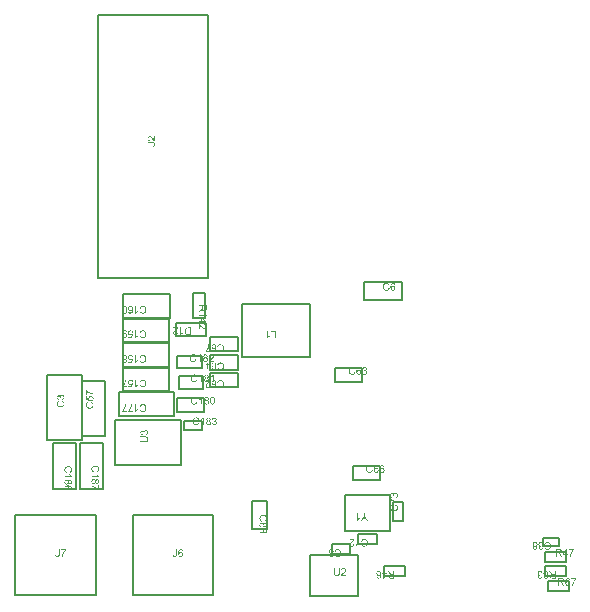
<source format=gbr>
G04*
G04 #@! TF.GenerationSoftware,Altium Limited,Altium Designer,24.1.2 (44)*
G04*
G04 Layer_Color=8388736*
%FSLAX25Y25*%
%MOIN*%
G70*
G04*
G04 #@! TF.SameCoordinates,59DD8EBB-DCD7-4209-94D2-A0ED0100978B*
G04*
G04*
G04 #@! TF.FilePolarity,Positive*
G04*
G01*
G75*
%ADD11C,0.00787*%
G36*
X43427Y-338819D02*
X43456Y-338823D01*
X43489Y-338830D01*
X43525Y-338837D01*
X43565Y-338845D01*
X43653Y-338874D01*
X43700Y-338896D01*
X43744Y-338917D01*
X43791Y-338947D01*
X43839Y-338979D01*
X43886Y-339016D01*
X43929Y-339059D01*
X43933Y-339063D01*
X43940Y-339070D01*
X43951Y-339085D01*
X43966Y-339103D01*
X43984Y-339125D01*
X44002Y-339154D01*
X44024Y-339187D01*
X44042Y-339227D01*
X44064Y-339267D01*
X44086Y-339314D01*
X44104Y-339362D01*
X44122Y-339416D01*
X44137Y-339474D01*
X44148Y-339536D01*
X44155Y-339598D01*
X44159Y-339667D01*
Y-339700D01*
X44155Y-339722D01*
X44152Y-339751D01*
X44148Y-339784D01*
X44141Y-339820D01*
X44133Y-339860D01*
X44111Y-339948D01*
X44075Y-340038D01*
X44053Y-340086D01*
X44028Y-340129D01*
X43995Y-340173D01*
X43962Y-340217D01*
X43959Y-340220D01*
X43951Y-340228D01*
X43940Y-340239D01*
X43926Y-340250D01*
X43908Y-340268D01*
X43882Y-340286D01*
X43857Y-340308D01*
X43824Y-340330D01*
X43788Y-340352D01*
X43751Y-340373D01*
X43664Y-340413D01*
X43562Y-340446D01*
X43507Y-340457D01*
X43449Y-340464D01*
X43409Y-340155D01*
X43413D01*
X43420Y-340151D01*
X43435Y-340148D01*
X43453Y-340144D01*
X43475Y-340140D01*
X43500Y-340133D01*
X43555Y-340115D01*
X43620Y-340090D01*
X43682Y-340057D01*
X43740Y-340020D01*
X43791Y-339977D01*
X43795Y-339969D01*
X43809Y-339955D01*
X43828Y-339926D01*
X43846Y-339889D01*
X43868Y-339846D01*
X43886Y-339791D01*
X43900Y-339729D01*
X43904Y-339664D01*
Y-339642D01*
X43900Y-339627D01*
X43897Y-339587D01*
X43886Y-339536D01*
X43868Y-339478D01*
X43842Y-339416D01*
X43806Y-339354D01*
X43755Y-339296D01*
X43747Y-339289D01*
X43726Y-339270D01*
X43693Y-339249D01*
X43649Y-339219D01*
X43595Y-339190D01*
X43533Y-339169D01*
X43460Y-339150D01*
X43380Y-339143D01*
X43376D01*
X43369D01*
X43358D01*
X43343Y-339147D01*
X43303Y-339150D01*
X43256Y-339161D01*
X43198Y-339176D01*
X43140Y-339201D01*
X43081Y-339238D01*
X43027Y-339285D01*
X43020Y-339292D01*
X43005Y-339311D01*
X42983Y-339340D01*
X42958Y-339380D01*
X42932Y-339431D01*
X42910Y-339493D01*
X42896Y-339562D01*
X42889Y-339638D01*
Y-339671D01*
X42892Y-339696D01*
X42896Y-339729D01*
X42903Y-339766D01*
X42910Y-339809D01*
X42921Y-339857D01*
X42648Y-339820D01*
Y-339802D01*
X42652Y-339787D01*
Y-339740D01*
X42645Y-339700D01*
X42637Y-339653D01*
X42626Y-339598D01*
X42608Y-339536D01*
X42583Y-339478D01*
X42550Y-339416D01*
Y-339412D01*
X42546Y-339409D01*
X42532Y-339391D01*
X42506Y-339365D01*
X42474Y-339336D01*
X42426Y-339307D01*
X42372Y-339281D01*
X42310Y-339263D01*
X42273Y-339256D01*
X42233D01*
X42230D01*
X42226D01*
X42204D01*
X42175Y-339263D01*
X42135Y-339270D01*
X42091Y-339285D01*
X42044Y-339303D01*
X41997Y-339332D01*
X41953Y-339372D01*
X41949Y-339376D01*
X41935Y-339394D01*
X41917Y-339420D01*
X41895Y-339453D01*
X41877Y-339496D01*
X41858Y-339547D01*
X41844Y-339605D01*
X41840Y-339671D01*
Y-339700D01*
X41847Y-339733D01*
X41855Y-339776D01*
X41869Y-339824D01*
X41888Y-339871D01*
X41917Y-339922D01*
X41953Y-339969D01*
X41957Y-339973D01*
X41975Y-339987D01*
X42000Y-340009D01*
X42037Y-340035D01*
X42084Y-340060D01*
X42142Y-340086D01*
X42211Y-340108D01*
X42292Y-340122D01*
X42237Y-340432D01*
X42233D01*
X42222Y-340428D01*
X42208Y-340424D01*
X42186Y-340421D01*
X42160Y-340413D01*
X42131Y-340403D01*
X42062Y-340381D01*
X41982Y-340344D01*
X41902Y-340301D01*
X41826Y-340246D01*
X41756Y-340177D01*
X41753Y-340173D01*
X41749Y-340166D01*
X41742Y-340155D01*
X41731Y-340140D01*
X41716Y-340122D01*
X41702Y-340097D01*
X41687Y-340071D01*
X41669Y-340038D01*
X41640Y-339966D01*
X41611Y-339882D01*
X41593Y-339784D01*
X41585Y-339733D01*
Y-339642D01*
X41589Y-339602D01*
X41596Y-339554D01*
X41607Y-339496D01*
X41625Y-339431D01*
X41647Y-339365D01*
X41676Y-339300D01*
Y-339296D01*
X41680Y-339292D01*
X41691Y-339270D01*
X41713Y-339238D01*
X41738Y-339201D01*
X41775Y-339158D01*
X41815Y-339114D01*
X41862Y-339070D01*
X41917Y-339034D01*
X41924Y-339030D01*
X41942Y-339019D01*
X41975Y-339005D01*
X42015Y-338986D01*
X42062Y-338968D01*
X42117Y-338954D01*
X42179Y-338943D01*
X42241Y-338939D01*
X42248D01*
X42270D01*
X42299Y-338943D01*
X42339Y-338950D01*
X42386Y-338961D01*
X42437Y-338979D01*
X42488Y-339001D01*
X42539Y-339030D01*
X42546Y-339034D01*
X42561Y-339045D01*
X42586Y-339067D01*
X42616Y-339096D01*
X42648Y-339132D01*
X42685Y-339176D01*
X42717Y-339227D01*
X42750Y-339289D01*
Y-339285D01*
X42754Y-339278D01*
X42757Y-339267D01*
X42761Y-339252D01*
X42776Y-339212D01*
X42797Y-339161D01*
X42827Y-339103D01*
X42863Y-339045D01*
X42910Y-338990D01*
X42965Y-338939D01*
X42972Y-338936D01*
X42994Y-338921D01*
X43031Y-338899D01*
X43078Y-338877D01*
X43136Y-338856D01*
X43205Y-338834D01*
X43285Y-338819D01*
X43373Y-338815D01*
X43376D01*
X43387D01*
X43405D01*
X43427Y-338819D01*
D02*
G37*
G36*
X43147Y-340901D02*
X43183D01*
X43227Y-340905D01*
X43271Y-340909D01*
X43369Y-340919D01*
X43471Y-340934D01*
X43569Y-340956D01*
X43617Y-340970D01*
X43660Y-340985D01*
X43664D01*
X43671Y-340988D01*
X43682Y-340996D01*
X43697Y-341003D01*
X43737Y-341025D01*
X43788Y-341058D01*
X43846Y-341101D01*
X43904Y-341152D01*
X43966Y-341218D01*
X44021Y-341298D01*
Y-341302D01*
X44028Y-341309D01*
X44032Y-341320D01*
X44042Y-341338D01*
X44053Y-341360D01*
X44064Y-341389D01*
X44075Y-341418D01*
X44090Y-341455D01*
X44104Y-341494D01*
X44115Y-341538D01*
X44126Y-341585D01*
X44137Y-341640D01*
X44144Y-341695D01*
X44152Y-341753D01*
X44159Y-341884D01*
Y-341917D01*
X44155Y-341942D01*
Y-341971D01*
X44152Y-342008D01*
X44148Y-342048D01*
X44144Y-342088D01*
X44130Y-342179D01*
X44108Y-342277D01*
X44079Y-342372D01*
X44039Y-342463D01*
Y-342466D01*
X44032Y-342474D01*
X44024Y-342485D01*
X44017Y-342499D01*
X43988Y-342539D01*
X43948Y-342586D01*
X43897Y-342641D01*
X43839Y-342692D01*
X43766Y-342743D01*
X43686Y-342783D01*
X43682D01*
X43675Y-342787D01*
X43660Y-342790D01*
X43642Y-342798D01*
X43620Y-342805D01*
X43591Y-342812D01*
X43558Y-342823D01*
X43518Y-342830D01*
X43475Y-342838D01*
X43427Y-342849D01*
X43376Y-342856D01*
X43322Y-342863D01*
X43260Y-342870D01*
X43194Y-342874D01*
X43125Y-342878D01*
X43052D01*
X41596D01*
Y-342543D01*
X43052D01*
X43056D01*
X43067D01*
X43085D01*
X43107D01*
X43132Y-342539D01*
X43165D01*
X43234Y-342535D01*
X43314Y-342528D01*
X43395Y-342517D01*
X43471Y-342503D01*
X43504Y-342495D01*
X43536Y-342485D01*
X43544Y-342481D01*
X43562Y-342474D01*
X43587Y-342456D01*
X43624Y-342434D01*
X43660Y-342408D01*
X43700Y-342372D01*
X43740Y-342328D01*
X43773Y-342277D01*
X43777Y-342270D01*
X43788Y-342252D01*
X43799Y-342219D01*
X43813Y-342175D01*
X43831Y-342124D01*
X43842Y-342059D01*
X43853Y-341989D01*
X43857Y-341913D01*
Y-341877D01*
X43853Y-341855D01*
Y-341822D01*
X43850Y-341789D01*
X43835Y-341709D01*
X43817Y-341622D01*
X43788Y-341538D01*
X43747Y-341458D01*
X43722Y-341422D01*
X43693Y-341389D01*
X43689Y-341385D01*
X43686Y-341382D01*
X43675Y-341374D01*
X43660Y-341364D01*
X43638Y-341353D01*
X43617Y-341338D01*
X43584Y-341323D01*
X43551Y-341309D01*
X43511Y-341294D01*
X43464Y-341283D01*
X43409Y-341269D01*
X43351Y-341258D01*
X43285Y-341247D01*
X43216Y-341240D01*
X43136Y-341232D01*
X43052D01*
X41596D01*
Y-340897D01*
X43052D01*
X43056D01*
X43071D01*
X43089D01*
X43114D01*
X43147Y-340901D01*
D02*
G37*
G36*
X186022Y-378744D02*
X186018Y-378747D01*
X186011Y-378754D01*
X185996Y-378769D01*
X185982Y-378791D01*
X185960Y-378816D01*
X185931Y-378845D01*
X185901Y-378882D01*
X185869Y-378925D01*
X185836Y-378969D01*
X185796Y-379020D01*
X185756Y-379078D01*
X185716Y-379137D01*
X185672Y-379202D01*
X185628Y-379271D01*
X185585Y-379348D01*
X185541Y-379424D01*
X185538Y-379428D01*
X185530Y-379442D01*
X185519Y-379464D01*
X185501Y-379497D01*
X185483Y-379537D01*
X185461Y-379581D01*
X185436Y-379632D01*
X185410Y-379690D01*
X185381Y-379755D01*
X185348Y-379821D01*
X185319Y-379894D01*
X185290Y-379970D01*
X185232Y-380127D01*
X185177Y-380294D01*
Y-380298D01*
X185173Y-380309D01*
X185170Y-380327D01*
X185163Y-380349D01*
X185155Y-380378D01*
X185148Y-380414D01*
X185137Y-380454D01*
X185130Y-380498D01*
X185119Y-380549D01*
X185108Y-380604D01*
X185090Y-380720D01*
X185072Y-380847D01*
X185061Y-380986D01*
X184744D01*
Y-380982D01*
Y-380971D01*
Y-380957D01*
X184748Y-380935D01*
Y-380906D01*
X184751Y-380869D01*
X184755Y-380829D01*
X184759Y-380785D01*
X184766Y-380735D01*
X184773Y-380684D01*
X184784Y-380622D01*
X184795Y-380560D01*
X184806Y-380494D01*
X184820Y-380421D01*
X184857Y-380272D01*
Y-380269D01*
X184861Y-380254D01*
X184868Y-380232D01*
X184879Y-380200D01*
X184890Y-380163D01*
X184904Y-380119D01*
X184919Y-380068D01*
X184941Y-380014D01*
X184962Y-379952D01*
X184984Y-379890D01*
X185039Y-379752D01*
X185104Y-379606D01*
X185177Y-379461D01*
X185181Y-379457D01*
X185188Y-379442D01*
X185199Y-379424D01*
X185214Y-379395D01*
X185232Y-379362D01*
X185257Y-379322D01*
X185283Y-379279D01*
X185312Y-379231D01*
X185381Y-379126D01*
X185454Y-379016D01*
X185538Y-378904D01*
X185625Y-378798D01*
X184391D01*
Y-378500D01*
X186022D01*
Y-378744D01*
D02*
G37*
G36*
X183710Y-380098D02*
X184052D01*
Y-380381D01*
X183710D01*
Y-380986D01*
X183401D01*
Y-380381D01*
X182305D01*
Y-380098D01*
X183459Y-378467D01*
X183710D01*
Y-380098D01*
D02*
G37*
G36*
X181199Y-378470D02*
X181231D01*
X181308Y-378474D01*
X181388Y-378485D01*
X181475Y-378496D01*
X181555Y-378514D01*
X181595Y-378525D01*
X181628Y-378536D01*
X181632D01*
X181635Y-378540D01*
X181657Y-378551D01*
X181690Y-378565D01*
X181730Y-378591D01*
X181774Y-378623D01*
X181821Y-378667D01*
X181865Y-378718D01*
X181908Y-378776D01*
Y-378780D01*
X181912Y-378783D01*
X181927Y-378805D01*
X181941Y-378842D01*
X181963Y-378889D01*
X181981Y-378944D01*
X182000Y-379009D01*
X182010Y-379078D01*
X182014Y-379155D01*
Y-379158D01*
Y-379166D01*
Y-379180D01*
X182010Y-379199D01*
Y-379224D01*
X182007Y-379250D01*
X181992Y-379311D01*
X181970Y-379384D01*
X181941Y-379461D01*
X181897Y-379537D01*
X181868Y-379573D01*
X181839Y-379610D01*
X181836Y-379613D01*
X181832Y-379617D01*
X181821Y-379628D01*
X181807Y-379639D01*
X181788Y-379654D01*
X181766Y-379668D01*
X181737Y-379686D01*
X181708Y-379708D01*
X181672Y-379726D01*
X181632Y-379745D01*
X181588Y-379766D01*
X181541Y-379784D01*
X181486Y-379799D01*
X181432Y-379817D01*
X181370Y-379828D01*
X181304Y-379839D01*
X181312Y-379843D01*
X181326Y-379850D01*
X181348Y-379865D01*
X181377Y-379879D01*
X181442Y-379919D01*
X181475Y-379945D01*
X181504Y-379966D01*
X181512Y-379974D01*
X181530Y-379992D01*
X181559Y-380021D01*
X181595Y-380058D01*
X181635Y-380108D01*
X181683Y-380163D01*
X181730Y-380229D01*
X181781Y-380301D01*
X182214Y-380986D01*
X181799D01*
X181468Y-380462D01*
Y-380458D01*
X181461Y-380451D01*
X181453Y-380440D01*
X181442Y-380425D01*
X181417Y-380385D01*
X181384Y-380334D01*
X181344Y-380280D01*
X181304Y-380221D01*
X181264Y-380167D01*
X181228Y-380116D01*
X181224Y-380112D01*
X181213Y-380098D01*
X181195Y-380076D01*
X181169Y-380050D01*
X181115Y-379996D01*
X181086Y-379970D01*
X181057Y-379948D01*
X181053Y-379945D01*
X181046Y-379941D01*
X181031Y-379934D01*
X181009Y-379923D01*
X180988Y-379912D01*
X180962Y-379901D01*
X180904Y-379883D01*
X180900D01*
X180893Y-379879D01*
X180878D01*
X180860Y-379875D01*
X180835Y-379872D01*
X180806D01*
X180765Y-379868D01*
X180336D01*
Y-380986D01*
X180001D01*
Y-378467D01*
X181169D01*
X181199Y-378470D01*
D02*
G37*
G36*
X175169Y-376071D02*
X175198Y-376075D01*
X175230Y-376078D01*
X175267Y-376086D01*
X175307Y-376093D01*
X175394Y-376115D01*
X175485Y-376151D01*
X175533Y-376173D01*
X175576Y-376199D01*
X175620Y-376231D01*
X175664Y-376264D01*
X175667Y-376268D01*
X175674Y-376275D01*
X175685Y-376286D01*
X175696Y-376301D01*
X175715Y-376319D01*
X175733Y-376344D01*
X175755Y-376370D01*
X175776Y-376402D01*
X175798Y-376439D01*
X175820Y-376475D01*
X175860Y-376562D01*
X175893Y-376664D01*
X175904Y-376719D01*
X175911Y-376777D01*
X175602Y-376817D01*
Y-376814D01*
X175598Y-376806D01*
X175594Y-376792D01*
X175591Y-376774D01*
X175587Y-376752D01*
X175580Y-376726D01*
X175562Y-376672D01*
X175536Y-376606D01*
X175503Y-376544D01*
X175467Y-376486D01*
X175423Y-376435D01*
X175416Y-376431D01*
X175401Y-376417D01*
X175372Y-376399D01*
X175336Y-376380D01*
X175292Y-376359D01*
X175238Y-376341D01*
X175176Y-376326D01*
X175110Y-376322D01*
X175089D01*
X175074Y-376326D01*
X175034Y-376330D01*
X174983Y-376341D01*
X174925Y-376359D01*
X174863Y-376384D01*
X174801Y-376421D01*
X174743Y-376471D01*
X174735Y-376479D01*
X174717Y-376501D01*
X174695Y-376533D01*
X174666Y-376577D01*
X174637Y-376632D01*
X174615Y-376694D01*
X174597Y-376766D01*
X174590Y-376847D01*
Y-376850D01*
Y-376857D01*
Y-376868D01*
X174593Y-376883D01*
X174597Y-376923D01*
X174608Y-376970D01*
X174623Y-377028D01*
X174648Y-377087D01*
X174684Y-377145D01*
X174732Y-377200D01*
X174739Y-377207D01*
X174757Y-377221D01*
X174786Y-377243D01*
X174826Y-377269D01*
X174877Y-377294D01*
X174939Y-377316D01*
X175008Y-377331D01*
X175085Y-377338D01*
X175118D01*
X175143Y-377334D01*
X175176Y-377331D01*
X175212Y-377323D01*
X175256Y-377316D01*
X175303Y-377305D01*
X175267Y-377578D01*
X175249D01*
X175234Y-377574D01*
X175187D01*
X175147Y-377582D01*
X175099Y-377589D01*
X175045Y-377600D01*
X174983Y-377618D01*
X174925Y-377644D01*
X174863Y-377676D01*
X174859D01*
X174855Y-377680D01*
X174837Y-377695D01*
X174812Y-377720D01*
X174783Y-377753D01*
X174754Y-377800D01*
X174728Y-377855D01*
X174710Y-377917D01*
X174703Y-377953D01*
Y-377993D01*
Y-377997D01*
Y-378000D01*
Y-378022D01*
X174710Y-378051D01*
X174717Y-378091D01*
X174732Y-378135D01*
X174750Y-378182D01*
X174779Y-378230D01*
X174819Y-378273D01*
X174823Y-378277D01*
X174841Y-378292D01*
X174866Y-378310D01*
X174899Y-378332D01*
X174943Y-378350D01*
X174994Y-378368D01*
X175052Y-378382D01*
X175118Y-378386D01*
X175147D01*
X175180Y-378379D01*
X175223Y-378372D01*
X175270Y-378357D01*
X175318Y-378339D01*
X175369Y-378310D01*
X175416Y-378273D01*
X175420Y-378270D01*
X175434Y-378252D01*
X175456Y-378226D01*
X175482Y-378190D01*
X175507Y-378142D01*
X175533Y-378084D01*
X175554Y-378015D01*
X175569Y-377935D01*
X175878Y-377989D01*
Y-377993D01*
X175875Y-378004D01*
X175871Y-378018D01*
X175867Y-378040D01*
X175860Y-378066D01*
X175849Y-378095D01*
X175827Y-378164D01*
X175791Y-378244D01*
X175747Y-378324D01*
X175693Y-378401D01*
X175624Y-378470D01*
X175620Y-378473D01*
X175613Y-378477D01*
X175602Y-378485D01*
X175587Y-378495D01*
X175569Y-378510D01*
X175543Y-378524D01*
X175518Y-378539D01*
X175485Y-378557D01*
X175412Y-378586D01*
X175329Y-378615D01*
X175230Y-378634D01*
X175180Y-378641D01*
X175089D01*
X175048Y-378637D01*
X175001Y-378630D01*
X174943Y-378619D01*
X174877Y-378601D01*
X174812Y-378579D01*
X174746Y-378550D01*
X174743D01*
X174739Y-378546D01*
X174717Y-378535D01*
X174684Y-378514D01*
X174648Y-378488D01*
X174604Y-378452D01*
X174561Y-378412D01*
X174517Y-378364D01*
X174481Y-378310D01*
X174477Y-378303D01*
X174466Y-378284D01*
X174451Y-378252D01*
X174433Y-378211D01*
X174415Y-378164D01*
X174400Y-378110D01*
X174390Y-378048D01*
X174386Y-377986D01*
Y-377978D01*
Y-377957D01*
X174390Y-377927D01*
X174397Y-377888D01*
X174408Y-377840D01*
X174426Y-377789D01*
X174448Y-377738D01*
X174477Y-377687D01*
X174481Y-377680D01*
X174492Y-377665D01*
X174513Y-377640D01*
X174542Y-377611D01*
X174579Y-377578D01*
X174623Y-377542D01*
X174673Y-377509D01*
X174735Y-377476D01*
X174732D01*
X174724Y-377472D01*
X174714Y-377469D01*
X174699Y-377465D01*
X174659Y-377451D01*
X174608Y-377429D01*
X174550Y-377400D01*
X174492Y-377363D01*
X174437Y-377316D01*
X174386Y-377261D01*
X174382Y-377254D01*
X174368Y-377232D01*
X174346Y-377196D01*
X174324Y-377149D01*
X174302Y-377090D01*
X174280Y-377021D01*
X174266Y-376941D01*
X174262Y-376854D01*
Y-376850D01*
Y-376839D01*
Y-376821D01*
X174266Y-376799D01*
X174269Y-376770D01*
X174277Y-376737D01*
X174284Y-376701D01*
X174291Y-376661D01*
X174320Y-376573D01*
X174342Y-376526D01*
X174364Y-376483D01*
X174393Y-376435D01*
X174426Y-376388D01*
X174462Y-376341D01*
X174506Y-376297D01*
X174510Y-376293D01*
X174517Y-376286D01*
X174532Y-376275D01*
X174550Y-376260D01*
X174572Y-376242D01*
X174601Y-376224D01*
X174634Y-376202D01*
X174673Y-376184D01*
X174714Y-376162D01*
X174761Y-376140D01*
X174808Y-376122D01*
X174863Y-376104D01*
X174921Y-376089D01*
X174983Y-376078D01*
X175045Y-376071D01*
X175114Y-376067D01*
X175147D01*
X175169Y-376071D01*
D02*
G37*
G36*
X177313D02*
X177345D01*
X177385Y-376075D01*
X177429Y-376082D01*
X177480Y-376089D01*
X177585Y-376108D01*
X177695Y-376137D01*
X177804Y-376177D01*
X177855Y-376202D01*
X177906Y-376231D01*
X177910Y-376235D01*
X177917Y-376239D01*
X177931Y-376250D01*
X177946Y-376264D01*
X177968Y-376279D01*
X177993Y-376301D01*
X178022Y-376326D01*
X178051Y-376355D01*
X178081Y-376388D01*
X178113Y-376421D01*
X178179Y-376504D01*
X178241Y-376603D01*
X178295Y-376712D01*
Y-376715D01*
X178303Y-376726D01*
X178306Y-376745D01*
X178317Y-376766D01*
X178324Y-376796D01*
X178335Y-376832D01*
X178350Y-376872D01*
X178361Y-376916D01*
X178372Y-376963D01*
X178386Y-377017D01*
X178404Y-377130D01*
X178419Y-377258D01*
X178426Y-377389D01*
Y-377393D01*
Y-377407D01*
Y-377429D01*
X178423Y-377454D01*
Y-377491D01*
X178419Y-377527D01*
X178415Y-377574D01*
X178408Y-377622D01*
X178390Y-377727D01*
X178365Y-377844D01*
X178328Y-377960D01*
X178277Y-378073D01*
X178273Y-378077D01*
X178270Y-378088D01*
X178263Y-378102D01*
X178248Y-378120D01*
X178233Y-378146D01*
X178215Y-378175D01*
X178168Y-378241D01*
X178106Y-378313D01*
X178033Y-378386D01*
X177950Y-378459D01*
X177851Y-378521D01*
X177848Y-378524D01*
X177837Y-378528D01*
X177822Y-378535D01*
X177804Y-378546D01*
X177775Y-378557D01*
X177746Y-378568D01*
X177709Y-378583D01*
X177669Y-378597D01*
X177626Y-378612D01*
X177578Y-378626D01*
X177476Y-378648D01*
X177360Y-378666D01*
X177240Y-378674D01*
X177203D01*
X177178Y-378670D01*
X177145Y-378666D01*
X177105Y-378663D01*
X177065Y-378659D01*
X177018Y-378648D01*
X176919Y-378626D01*
X176810Y-378594D01*
X176756Y-378572D01*
X176705Y-378546D01*
X176654Y-378514D01*
X176603Y-378481D01*
X176599Y-378477D01*
X176592Y-378473D01*
X176577Y-378463D01*
X176559Y-378444D01*
X176541Y-378426D01*
X176515Y-378401D01*
X176490Y-378372D01*
X176461Y-378343D01*
X176432Y-378306D01*
X176402Y-378262D01*
X176370Y-378219D01*
X176341Y-378171D01*
X176315Y-378117D01*
X176286Y-378062D01*
X176264Y-378004D01*
X176242Y-377939D01*
X176570Y-377862D01*
Y-377866D01*
X176574Y-377873D01*
X176581Y-377888D01*
X176588Y-377906D01*
X176595Y-377927D01*
X176606Y-377957D01*
X176636Y-378015D01*
X176672Y-378080D01*
X176716Y-378146D01*
X176770Y-378208D01*
X176828Y-378262D01*
X176836Y-378270D01*
X176857Y-378284D01*
X176894Y-378303D01*
X176941Y-378328D01*
X177003Y-378350D01*
X177072Y-378372D01*
X177156Y-378386D01*
X177247Y-378390D01*
X177276D01*
X177294Y-378386D01*
X177320D01*
X177349Y-378382D01*
X177418Y-378372D01*
X177495Y-378357D01*
X177575Y-378332D01*
X177658Y-378295D01*
X177735Y-378248D01*
X177738D01*
X177742Y-378241D01*
X177768Y-378222D01*
X177800Y-378193D01*
X177840Y-378150D01*
X177888Y-378095D01*
X177931Y-378033D01*
X177971Y-377957D01*
X178008Y-377873D01*
Y-377869D01*
X178011Y-377862D01*
X178015Y-377851D01*
X178019Y-377833D01*
X178026Y-377811D01*
X178033Y-377786D01*
X178044Y-377724D01*
X178059Y-377651D01*
X178073Y-377571D01*
X178081Y-377484D01*
X178084Y-377389D01*
Y-377385D01*
Y-377374D01*
Y-377356D01*
Y-377334D01*
X178081Y-377309D01*
Y-377276D01*
X178077Y-377240D01*
X178073Y-377200D01*
X178062Y-377112D01*
X178044Y-377017D01*
X178022Y-376923D01*
X177993Y-376828D01*
Y-376825D01*
X177990Y-376817D01*
X177982Y-376806D01*
X177975Y-376788D01*
X177953Y-376745D01*
X177920Y-376694D01*
X177880Y-376635D01*
X177829Y-376573D01*
X177771Y-376519D01*
X177702Y-376468D01*
X177698D01*
X177691Y-376464D01*
X177680Y-376457D01*
X177666Y-376450D01*
X177647Y-376442D01*
X177626Y-376431D01*
X177575Y-376410D01*
X177509Y-376388D01*
X177436Y-376370D01*
X177356Y-376355D01*
X177272Y-376351D01*
X177247D01*
X177225Y-376355D01*
X177200D01*
X177174Y-376359D01*
X177109Y-376373D01*
X177032Y-376392D01*
X176956Y-376421D01*
X176876Y-376461D01*
X176836Y-376483D01*
X176799Y-376512D01*
X176796Y-376515D01*
X176792Y-376519D01*
X176781Y-376530D01*
X176767Y-376541D01*
X176752Y-376559D01*
X176734Y-376581D01*
X176712Y-376603D01*
X176694Y-376632D01*
X176672Y-376664D01*
X176646Y-376701D01*
X176625Y-376737D01*
X176603Y-376781D01*
X176584Y-376828D01*
X176566Y-376879D01*
X176548Y-376934D01*
X176534Y-376992D01*
X176199Y-376908D01*
Y-376905D01*
X176202Y-376890D01*
X176210Y-376868D01*
X176221Y-376839D01*
X176231Y-376806D01*
X176246Y-376766D01*
X176264Y-376723D01*
X176286Y-376675D01*
X176337Y-376573D01*
X176402Y-376471D01*
X176443Y-376421D01*
X176483Y-376370D01*
X176526Y-376326D01*
X176577Y-376282D01*
X176581Y-376279D01*
X176588Y-376271D01*
X176606Y-376264D01*
X176625Y-376250D01*
X176654Y-376231D01*
X176683Y-376213D01*
X176723Y-376195D01*
X176763Y-376177D01*
X176810Y-376155D01*
X176861Y-376137D01*
X176916Y-376118D01*
X176974Y-376100D01*
X177036Y-376086D01*
X177101Y-376078D01*
X177171Y-376071D01*
X177243Y-376067D01*
X177283D01*
X177313Y-376071D01*
D02*
G37*
G36*
X173192D02*
X173225Y-376075D01*
X173261Y-376078D01*
X173301Y-376086D01*
X173345Y-376097D01*
X173443Y-376122D01*
X173494Y-376140D01*
X173541Y-376158D01*
X173592Y-376184D01*
X173643Y-376213D01*
X173691Y-376246D01*
X173734Y-376286D01*
X173738Y-376290D01*
X173745Y-376297D01*
X173756Y-376308D01*
X173771Y-376326D01*
X173785Y-376348D01*
X173807Y-376373D01*
X173825Y-376402D01*
X173847Y-376439D01*
X173869Y-376475D01*
X173887Y-376519D01*
X173924Y-376610D01*
X173938Y-376664D01*
X173949Y-376719D01*
X173956Y-376777D01*
X173960Y-376835D01*
Y-376839D01*
Y-376847D01*
Y-376861D01*
X173956Y-376876D01*
Y-376897D01*
X173953Y-376923D01*
X173945Y-376981D01*
X173931Y-377047D01*
X173909Y-377112D01*
X173876Y-377181D01*
X173836Y-377247D01*
Y-377251D01*
X173829Y-377254D01*
X173814Y-377272D01*
X173785Y-377302D01*
X173745Y-377338D01*
X173694Y-377374D01*
X173633Y-377414D01*
X173563Y-377447D01*
X173480Y-377472D01*
X173483D01*
X173487Y-377476D01*
X173498Y-377480D01*
X173512Y-377487D01*
X173545Y-377502D01*
X173589Y-377523D01*
X173636Y-377553D01*
X173683Y-377589D01*
X173727Y-377629D01*
X173767Y-377673D01*
X173771Y-377680D01*
X173782Y-377695D01*
X173796Y-377724D01*
X173811Y-377760D01*
X173829Y-377807D01*
X173844Y-377862D01*
X173854Y-377924D01*
X173858Y-377989D01*
Y-377993D01*
Y-378000D01*
Y-378015D01*
X173854Y-378037D01*
X173851Y-378059D01*
X173847Y-378088D01*
X173833Y-378150D01*
X173811Y-378222D01*
X173774Y-378299D01*
X173753Y-378339D01*
X173727Y-378379D01*
X173694Y-378415D01*
X173662Y-378452D01*
X173658Y-378455D01*
X173651Y-378459D01*
X173640Y-378470D01*
X173625Y-378481D01*
X173607Y-378495D01*
X173582Y-378510D01*
X173552Y-378528D01*
X173523Y-378546D01*
X173487Y-378565D01*
X173447Y-378583D01*
X173403Y-378597D01*
X173356Y-378612D01*
X173254Y-378634D01*
X173196Y-378637D01*
X173137Y-378641D01*
X173105D01*
X173083Y-378637D01*
X173054Y-378634D01*
X173021Y-378630D01*
X172985Y-378626D01*
X172948Y-378615D01*
X172861Y-378594D01*
X172773Y-378561D01*
X172730Y-378539D01*
X172686Y-378514D01*
X172646Y-378481D01*
X172606Y-378448D01*
X172602Y-378444D01*
X172599Y-378441D01*
X172588Y-378430D01*
X172573Y-378415D01*
X172559Y-378394D01*
X172540Y-378372D01*
X172504Y-378317D01*
X172468Y-378248D01*
X172435Y-378168D01*
X172409Y-378077D01*
X172406Y-378029D01*
X172402Y-377978D01*
Y-377975D01*
Y-377971D01*
Y-377949D01*
X172406Y-377917D01*
X172413Y-377877D01*
X172424Y-377826D01*
X172442Y-377775D01*
X172464Y-377724D01*
X172497Y-377673D01*
X172500Y-377665D01*
X172515Y-377651D01*
X172537Y-377629D01*
X172566Y-377600D01*
X172606Y-377567D01*
X172653Y-377534D01*
X172708Y-377502D01*
X172773Y-377472D01*
X172770D01*
X172763Y-377469D01*
X172752Y-377465D01*
X172737Y-377458D01*
X172693Y-377440D01*
X172642Y-377414D01*
X172588Y-377378D01*
X172530Y-377338D01*
X172475Y-377287D01*
X172424Y-377229D01*
Y-377225D01*
X172420Y-377221D01*
X172406Y-377200D01*
X172384Y-377163D01*
X172362Y-377116D01*
X172340Y-377058D01*
X172318Y-376988D01*
X172304Y-376912D01*
X172300Y-376828D01*
Y-376825D01*
Y-376814D01*
Y-376796D01*
X172304Y-376774D01*
X172308Y-376748D01*
X172311Y-376715D01*
X172318Y-376679D01*
X172329Y-376639D01*
X172355Y-376555D01*
X172373Y-376508D01*
X172398Y-376464D01*
X172424Y-376417D01*
X172453Y-376373D01*
X172490Y-376330D01*
X172530Y-376286D01*
X172533Y-376282D01*
X172540Y-376275D01*
X172551Y-376264D01*
X172570Y-376253D01*
X172595Y-376235D01*
X172621Y-376217D01*
X172653Y-376199D01*
X172690Y-376177D01*
X172730Y-376155D01*
X172777Y-376137D01*
X172828Y-376118D01*
X172879Y-376100D01*
X172937Y-376089D01*
X172999Y-376078D01*
X173061Y-376071D01*
X173130Y-376067D01*
X173167D01*
X173192Y-376071D01*
D02*
G37*
G36*
X126239Y-388273D02*
X125071D01*
X125042Y-388269D01*
X125009D01*
X124933Y-388265D01*
X124852Y-388254D01*
X124765Y-388244D01*
X124685Y-388225D01*
X124645Y-388214D01*
X124612Y-388204D01*
X124609D01*
X124605Y-388200D01*
X124583Y-388189D01*
X124550Y-388174D01*
X124510Y-388149D01*
X124467Y-388116D01*
X124419Y-388072D01*
X124375Y-388021D01*
X124332Y-387963D01*
Y-387960D01*
X124328Y-387956D01*
X124314Y-387934D01*
X124299Y-387898D01*
X124277Y-387850D01*
X124259Y-387796D01*
X124241Y-387730D01*
X124230Y-387661D01*
X124226Y-387585D01*
Y-387581D01*
Y-387574D01*
Y-387559D01*
X124230Y-387541D01*
Y-387515D01*
X124234Y-387490D01*
X124248Y-387428D01*
X124270Y-387355D01*
X124299Y-387279D01*
X124343Y-387203D01*
X124372Y-387166D01*
X124401Y-387130D01*
X124405Y-387126D01*
X124408Y-387122D01*
X124419Y-387111D01*
X124434Y-387101D01*
X124452Y-387086D01*
X124474Y-387071D01*
X124503Y-387053D01*
X124532Y-387031D01*
X124568Y-387013D01*
X124609Y-386995D01*
X124652Y-386973D01*
X124699Y-386955D01*
X124754Y-386940D01*
X124809Y-386922D01*
X124871Y-386911D01*
X124936Y-386900D01*
X124929Y-386897D01*
X124914Y-386889D01*
X124892Y-386875D01*
X124863Y-386860D01*
X124798Y-386820D01*
X124765Y-386795D01*
X124736Y-386773D01*
X124729Y-386766D01*
X124710Y-386748D01*
X124681Y-386718D01*
X124645Y-386682D01*
X124605Y-386631D01*
X124557Y-386576D01*
X124510Y-386511D01*
X124459Y-386438D01*
X124026Y-385754D01*
X124441D01*
X124772Y-386278D01*
Y-386282D01*
X124780Y-386289D01*
X124787Y-386300D01*
X124798Y-386314D01*
X124823Y-386354D01*
X124856Y-386405D01*
X124896Y-386460D01*
X124936Y-386518D01*
X124976Y-386573D01*
X125013Y-386624D01*
X125016Y-386627D01*
X125027Y-386642D01*
X125045Y-386664D01*
X125071Y-386689D01*
X125125Y-386744D01*
X125154Y-386769D01*
X125184Y-386791D01*
X125187Y-386795D01*
X125195Y-386798D01*
X125209Y-386806D01*
X125231Y-386817D01*
X125253Y-386828D01*
X125278Y-386839D01*
X125337Y-386857D01*
X125340D01*
X125347Y-386860D01*
X125362D01*
X125380Y-386864D01*
X125406Y-386868D01*
X125435D01*
X125475Y-386871D01*
X125904D01*
Y-385754D01*
X126239D01*
Y-388273D01*
D02*
G37*
G36*
X121049Y-385714D02*
X121078D01*
X121110Y-385717D01*
X121147Y-385725D01*
X121191Y-385736D01*
X121234Y-385747D01*
X121285Y-385761D01*
X121336Y-385779D01*
X121387Y-385801D01*
X121442Y-385830D01*
X121493Y-385863D01*
X121544Y-385899D01*
X121595Y-385943D01*
X121642Y-385994D01*
X121646Y-385998D01*
X121653Y-386009D01*
X121664Y-386023D01*
X121678Y-386049D01*
X121700Y-386081D01*
X121718Y-386118D01*
X121740Y-386165D01*
X121762Y-386216D01*
X121788Y-386278D01*
X121809Y-386347D01*
X121827Y-386423D01*
X121846Y-386507D01*
X121864Y-386602D01*
X121875Y-386704D01*
X121882Y-386813D01*
X121886Y-386929D01*
Y-386933D01*
Y-386937D01*
Y-386948D01*
Y-386962D01*
X121882Y-386999D01*
Y-387050D01*
X121879Y-387108D01*
X121871Y-387177D01*
X121864Y-387253D01*
X121853Y-387337D01*
X121838Y-387421D01*
X121820Y-387512D01*
X121798Y-387599D01*
X121773Y-387687D01*
X121740Y-387770D01*
X121704Y-387850D01*
X121664Y-387927D01*
X121616Y-387992D01*
X121613Y-387996D01*
X121606Y-388003D01*
X121591Y-388018D01*
X121573Y-388040D01*
X121551Y-388061D01*
X121522Y-388083D01*
X121485Y-388112D01*
X121449Y-388138D01*
X121405Y-388163D01*
X121358Y-388193D01*
X121303Y-388214D01*
X121249Y-388240D01*
X121187Y-388258D01*
X121121Y-388273D01*
X121052Y-388280D01*
X120979Y-388284D01*
X120950D01*
X120929Y-388280D01*
X120903D01*
X120874Y-388276D01*
X120805Y-388262D01*
X120728Y-388244D01*
X120648Y-388214D01*
X120568Y-388171D01*
X120528Y-388145D01*
X120492Y-388116D01*
X120488Y-388112D01*
X120484Y-388109D01*
X120474Y-388098D01*
X120463Y-388087D01*
X120444Y-388069D01*
X120430Y-388047D01*
X120390Y-387996D01*
X120350Y-387930D01*
X120313Y-387850D01*
X120281Y-387759D01*
X120259Y-387657D01*
X120568Y-387632D01*
Y-387636D01*
X120572Y-387639D01*
X120575Y-387661D01*
X120586Y-387694D01*
X120601Y-387734D01*
X120615Y-387778D01*
X120637Y-387821D01*
X120663Y-387861D01*
X120688Y-387894D01*
X120695Y-387901D01*
X120710Y-387916D01*
X120736Y-387938D01*
X120772Y-387963D01*
X120819Y-387985D01*
X120870Y-388007D01*
X120932Y-388021D01*
X120998Y-388029D01*
X121023D01*
X121052Y-388025D01*
X121085Y-388018D01*
X121129Y-388007D01*
X121172Y-387992D01*
X121216Y-387974D01*
X121260Y-387945D01*
X121267Y-387941D01*
X121285Y-387927D01*
X121311Y-387901D01*
X121343Y-387865D01*
X121380Y-387821D01*
X121420Y-387770D01*
X121456Y-387705D01*
X121493Y-387632D01*
Y-387628D01*
X121496Y-387621D01*
X121500Y-387610D01*
X121507Y-387596D01*
X121511Y-387574D01*
X121518Y-387548D01*
X121525Y-387519D01*
X121533Y-387483D01*
X121544Y-387443D01*
X121551Y-387399D01*
X121558Y-387352D01*
X121562Y-387301D01*
X121569Y-387243D01*
X121573Y-387184D01*
X121576Y-387119D01*
Y-387053D01*
X121573Y-387057D01*
X121558Y-387079D01*
X121533Y-387108D01*
X121500Y-387144D01*
X121464Y-387188D01*
X121416Y-387228D01*
X121365Y-387268D01*
X121307Y-387304D01*
X121303D01*
X121300Y-387308D01*
X121278Y-387319D01*
X121245Y-387330D01*
X121202Y-387348D01*
X121151Y-387363D01*
X121092Y-387373D01*
X121030Y-387385D01*
X120965Y-387388D01*
X120936D01*
X120914Y-387385D01*
X120885Y-387381D01*
X120856Y-387377D01*
X120819Y-387370D01*
X120783Y-387359D01*
X120699Y-387333D01*
X120656Y-387315D01*
X120612Y-387290D01*
X120568Y-387264D01*
X120521Y-387235D01*
X120477Y-387199D01*
X120437Y-387159D01*
X120433Y-387155D01*
X120426Y-387148D01*
X120415Y-387137D01*
X120404Y-387119D01*
X120386Y-387093D01*
X120368Y-387068D01*
X120350Y-387035D01*
X120328Y-386999D01*
X120306Y-386959D01*
X120288Y-386915D01*
X120270Y-386864D01*
X120251Y-386813D01*
X120240Y-386758D01*
X120230Y-386697D01*
X120222Y-386635D01*
X120219Y-386569D01*
Y-386565D01*
Y-386558D01*
Y-386547D01*
Y-386529D01*
X120222Y-386507D01*
Y-386485D01*
X120233Y-386427D01*
X120244Y-386358D01*
X120262Y-386285D01*
X120288Y-386205D01*
X120324Y-386129D01*
Y-386125D01*
X120328Y-386121D01*
X120335Y-386110D01*
X120342Y-386096D01*
X120364Y-386059D01*
X120397Y-386012D01*
X120437Y-385961D01*
X120484Y-385910D01*
X120543Y-385859D01*
X120605Y-385816D01*
X120608D01*
X120612Y-385812D01*
X120623Y-385805D01*
X120637Y-385801D01*
X120674Y-385783D01*
X120721Y-385765D01*
X120783Y-385743D01*
X120852Y-385728D01*
X120929Y-385714D01*
X121012Y-385710D01*
X121030D01*
X121049Y-385714D01*
D02*
G37*
G36*
X122839Y-386358D02*
X123935D01*
Y-386642D01*
X122781Y-388273D01*
X122530D01*
Y-386642D01*
X122188D01*
Y-386358D01*
X122530D01*
Y-385754D01*
X122839D01*
Y-386358D01*
D02*
G37*
G36*
X184141Y-388140D02*
X184166D01*
X184195Y-388144D01*
X184265Y-388158D01*
X184341Y-388177D01*
X184421Y-388206D01*
X184501Y-388249D01*
X184541Y-388275D01*
X184578Y-388304D01*
X184581Y-388308D01*
X184585Y-388311D01*
X184596Y-388322D01*
X184607Y-388333D01*
X184625Y-388351D01*
X184640Y-388373D01*
X184680Y-388424D01*
X184720Y-388490D01*
X184756Y-388570D01*
X184789Y-388661D01*
X184811Y-388763D01*
X184501Y-388788D01*
Y-388785D01*
X184498Y-388781D01*
X184494Y-388759D01*
X184483Y-388726D01*
X184468Y-388686D01*
X184454Y-388643D01*
X184432Y-388599D01*
X184407Y-388559D01*
X184381Y-388526D01*
X184374Y-388519D01*
X184359Y-388504D01*
X184334Y-388482D01*
X184298Y-388457D01*
X184250Y-388435D01*
X184199Y-388413D01*
X184137Y-388399D01*
X184072Y-388391D01*
X184046D01*
X184017Y-388395D01*
X183984Y-388402D01*
X183941Y-388413D01*
X183897Y-388428D01*
X183853Y-388446D01*
X183810Y-388475D01*
X183802Y-388479D01*
X183784Y-388493D01*
X183759Y-388519D01*
X183726Y-388555D01*
X183690Y-388599D01*
X183650Y-388650D01*
X183613Y-388715D01*
X183577Y-388788D01*
Y-388792D01*
X183573Y-388799D01*
X183570Y-388810D01*
X183562Y-388825D01*
X183558Y-388846D01*
X183551Y-388872D01*
X183544Y-388901D01*
X183537Y-388937D01*
X183526Y-388978D01*
X183519Y-389021D01*
X183511Y-389069D01*
X183508Y-389120D01*
X183500Y-389178D01*
X183497Y-389236D01*
X183493Y-389301D01*
Y-389367D01*
X183497Y-389363D01*
X183511Y-389341D01*
X183537Y-389312D01*
X183570Y-389276D01*
X183606Y-389232D01*
X183653Y-389192D01*
X183704Y-389152D01*
X183762Y-389116D01*
X183766D01*
X183770Y-389112D01*
X183791Y-389101D01*
X183824Y-389090D01*
X183868Y-389072D01*
X183919Y-389058D01*
X183977Y-389047D01*
X184039Y-389036D01*
X184105Y-389032D01*
X184134D01*
X184155Y-389036D01*
X184185Y-389039D01*
X184214Y-389043D01*
X184250Y-389050D01*
X184286Y-389061D01*
X184370Y-389087D01*
X184414Y-389105D01*
X184458Y-389130D01*
X184501Y-389156D01*
X184549Y-389185D01*
X184592Y-389221D01*
X184632Y-389261D01*
X184636Y-389265D01*
X184643Y-389272D01*
X184654Y-389283D01*
X184665Y-389301D01*
X184683Y-389327D01*
X184702Y-389352D01*
X184720Y-389385D01*
X184741Y-389422D01*
X184763Y-389462D01*
X184782Y-389505D01*
X184800Y-389556D01*
X184818Y-389607D01*
X184829Y-389662D01*
X184840Y-389724D01*
X184847Y-389786D01*
X184851Y-389851D01*
Y-389855D01*
Y-389862D01*
Y-389873D01*
Y-389891D01*
X184847Y-389913D01*
Y-389935D01*
X184836Y-389993D01*
X184825Y-390062D01*
X184807Y-390135D01*
X184782Y-390215D01*
X184745Y-390292D01*
Y-390295D01*
X184741Y-390299D01*
X184734Y-390310D01*
X184727Y-390324D01*
X184705Y-390361D01*
X184672Y-390408D01*
X184632Y-390459D01*
X184585Y-390510D01*
X184527Y-390561D01*
X184465Y-390605D01*
X184461D01*
X184458Y-390608D01*
X184447Y-390616D01*
X184432Y-390619D01*
X184396Y-390637D01*
X184348Y-390655D01*
X184286Y-390677D01*
X184217Y-390692D01*
X184141Y-390706D01*
X184057Y-390710D01*
X184039D01*
X184021Y-390706D01*
X183992D01*
X183959Y-390703D01*
X183923Y-390696D01*
X183879Y-390685D01*
X183835Y-390674D01*
X183784Y-390659D01*
X183733Y-390641D01*
X183682Y-390619D01*
X183628Y-390590D01*
X183577Y-390557D01*
X183526Y-390521D01*
X183475Y-390477D01*
X183428Y-390426D01*
X183424Y-390423D01*
X183417Y-390412D01*
X183406Y-390397D01*
X183391Y-390372D01*
X183369Y-390339D01*
X183351Y-390302D01*
X183329Y-390255D01*
X183307Y-390204D01*
X183282Y-390142D01*
X183260Y-390073D01*
X183242Y-389997D01*
X183224Y-389913D01*
X183205Y-389818D01*
X183194Y-389716D01*
X183187Y-389607D01*
X183184Y-389491D01*
Y-389487D01*
Y-389483D01*
Y-389473D01*
Y-389458D01*
X183187Y-389422D01*
Y-389371D01*
X183191Y-389312D01*
X183198Y-389243D01*
X183205Y-389167D01*
X183216Y-389083D01*
X183231Y-388999D01*
X183249Y-388908D01*
X183271Y-388821D01*
X183297Y-388734D01*
X183329Y-388650D01*
X183366Y-388570D01*
X183406Y-388493D01*
X183453Y-388428D01*
X183457Y-388424D01*
X183464Y-388417D01*
X183478Y-388402D01*
X183497Y-388381D01*
X183519Y-388359D01*
X183548Y-388337D01*
X183584Y-388308D01*
X183620Y-388282D01*
X183664Y-388257D01*
X183711Y-388228D01*
X183766Y-388206D01*
X183821Y-388180D01*
X183882Y-388162D01*
X183948Y-388148D01*
X184017Y-388140D01*
X184090Y-388137D01*
X184119D01*
X184141Y-388140D01*
D02*
G37*
G36*
X186809Y-388424D02*
X186805Y-388428D01*
X186798Y-388435D01*
X186784Y-388450D01*
X186769Y-388472D01*
X186747Y-388497D01*
X186718Y-388526D01*
X186689Y-388563D01*
X186656Y-388606D01*
X186623Y-388650D01*
X186583Y-388701D01*
X186543Y-388759D01*
X186503Y-388817D01*
X186460Y-388883D01*
X186416Y-388952D01*
X186372Y-389029D01*
X186329Y-389105D01*
X186325Y-389109D01*
X186318Y-389123D01*
X186307Y-389145D01*
X186288Y-389178D01*
X186270Y-389218D01*
X186249Y-389261D01*
X186223Y-389312D01*
X186197Y-389371D01*
X186168Y-389436D01*
X186136Y-389502D01*
X186107Y-389575D01*
X186077Y-389651D01*
X186019Y-389807D01*
X185965Y-389975D01*
Y-389979D01*
X185961Y-389989D01*
X185957Y-390008D01*
X185950Y-390030D01*
X185943Y-390059D01*
X185935Y-390095D01*
X185924Y-390135D01*
X185917Y-390179D01*
X185906Y-390230D01*
X185895Y-390284D01*
X185877Y-390401D01*
X185859Y-390528D01*
X185848Y-390667D01*
X185531D01*
Y-390663D01*
Y-390652D01*
Y-390637D01*
X185535Y-390616D01*
Y-390586D01*
X185539Y-390550D01*
X185542Y-390510D01*
X185546Y-390466D01*
X185553Y-390415D01*
X185561Y-390364D01*
X185572Y-390302D01*
X185582Y-390241D01*
X185593Y-390175D01*
X185608Y-390102D01*
X185644Y-389953D01*
Y-389949D01*
X185648Y-389935D01*
X185655Y-389913D01*
X185666Y-389880D01*
X185677Y-389844D01*
X185692Y-389800D01*
X185706Y-389749D01*
X185728Y-389695D01*
X185750Y-389633D01*
X185772Y-389571D01*
X185826Y-389433D01*
X185892Y-389287D01*
X185965Y-389141D01*
X185968Y-389138D01*
X185976Y-389123D01*
X185986Y-389105D01*
X186001Y-389076D01*
X186019Y-389043D01*
X186045Y-389003D01*
X186070Y-388959D01*
X186099Y-388912D01*
X186168Y-388806D01*
X186241Y-388697D01*
X186325Y-388584D01*
X186412Y-388479D01*
X185178D01*
Y-388180D01*
X186809D01*
Y-388424D01*
D02*
G37*
G36*
X181986Y-388151D02*
X182019D01*
X182095Y-388155D01*
X182175Y-388166D01*
X182263Y-388177D01*
X182343Y-388195D01*
X182383Y-388206D01*
X182416Y-388217D01*
X182419D01*
X182423Y-388220D01*
X182445Y-388231D01*
X182477Y-388246D01*
X182518Y-388271D01*
X182561Y-388304D01*
X182608Y-388348D01*
X182652Y-388399D01*
X182696Y-388457D01*
Y-388461D01*
X182700Y-388464D01*
X182714Y-388486D01*
X182729Y-388523D01*
X182750Y-388570D01*
X182769Y-388624D01*
X182787Y-388690D01*
X182798Y-388759D01*
X182801Y-388836D01*
Y-388839D01*
Y-388846D01*
Y-388861D01*
X182798Y-388879D01*
Y-388905D01*
X182794Y-388930D01*
X182780Y-388992D01*
X182758Y-389065D01*
X182729Y-389141D01*
X182685Y-389218D01*
X182656Y-389254D01*
X182627Y-389290D01*
X182623Y-389294D01*
X182619Y-389298D01*
X182608Y-389309D01*
X182594Y-389320D01*
X182576Y-389334D01*
X182554Y-389349D01*
X182525Y-389367D01*
X182496Y-389389D01*
X182459Y-389407D01*
X182419Y-389425D01*
X182376Y-389447D01*
X182328Y-389465D01*
X182274Y-389480D01*
X182219Y-389498D01*
X182157Y-389509D01*
X182092Y-389520D01*
X182099Y-389524D01*
X182113Y-389531D01*
X182135Y-389545D01*
X182164Y-389560D01*
X182230Y-389600D01*
X182263Y-389625D01*
X182292Y-389647D01*
X182299Y-389655D01*
X182317Y-389673D01*
X182346Y-389702D01*
X182383Y-389738D01*
X182423Y-389789D01*
X182470Y-389844D01*
X182518Y-389909D01*
X182569Y-389982D01*
X183002Y-390667D01*
X182587D01*
X182255Y-390142D01*
Y-390139D01*
X182248Y-390131D01*
X182241Y-390121D01*
X182230Y-390106D01*
X182204Y-390066D01*
X182172Y-390015D01*
X182132Y-389960D01*
X182092Y-389902D01*
X182052Y-389847D01*
X182015Y-389796D01*
X182011Y-389793D01*
X182001Y-389778D01*
X181982Y-389756D01*
X181957Y-389731D01*
X181902Y-389676D01*
X181873Y-389651D01*
X181844Y-389629D01*
X181841Y-389625D01*
X181833Y-389622D01*
X181819Y-389615D01*
X181797Y-389604D01*
X181775Y-389593D01*
X181749Y-389582D01*
X181691Y-389563D01*
X181688D01*
X181680Y-389560D01*
X181666D01*
X181648Y-389556D01*
X181622Y-389553D01*
X181593D01*
X181553Y-389549D01*
X181123D01*
Y-390667D01*
X180789D01*
Y-388148D01*
X181957D01*
X181986Y-388151D01*
D02*
G37*
G36*
X174887Y-385714D02*
X174916Y-385717D01*
X174949Y-385721D01*
X174985Y-385728D01*
X175025Y-385736D01*
X175113Y-385757D01*
X175204Y-385794D01*
X175251Y-385816D01*
X175295Y-385841D01*
X175338Y-385874D01*
X175382Y-385907D01*
X175386Y-385910D01*
X175393Y-385917D01*
X175404Y-385929D01*
X175415Y-385943D01*
X175433Y-385961D01*
X175451Y-385987D01*
X175473Y-386012D01*
X175495Y-386045D01*
X175517Y-386081D01*
X175539Y-386118D01*
X175579Y-386205D01*
X175611Y-386307D01*
X175622Y-386362D01*
X175629Y-386420D01*
X175320Y-386460D01*
Y-386456D01*
X175317Y-386449D01*
X175313Y-386434D01*
X175309Y-386416D01*
X175306Y-386394D01*
X175298Y-386369D01*
X175280Y-386314D01*
X175255Y-386249D01*
X175222Y-386187D01*
X175186Y-386129D01*
X175142Y-386078D01*
X175135Y-386074D01*
X175120Y-386059D01*
X175091Y-386041D01*
X175054Y-386023D01*
X175011Y-386001D01*
X174956Y-385983D01*
X174894Y-385968D01*
X174829Y-385965D01*
X174807D01*
X174792Y-385968D01*
X174752Y-385972D01*
X174701Y-385983D01*
X174643Y-386001D01*
X174581Y-386027D01*
X174519Y-386063D01*
X174461Y-386114D01*
X174454Y-386121D01*
X174436Y-386143D01*
X174414Y-386176D01*
X174385Y-386220D01*
X174355Y-386274D01*
X174334Y-386336D01*
X174316Y-386409D01*
X174308Y-386489D01*
Y-386493D01*
Y-386500D01*
Y-386511D01*
X174312Y-386525D01*
X174316Y-386565D01*
X174326Y-386613D01*
X174341Y-386671D01*
X174366Y-386729D01*
X174403Y-386788D01*
X174450Y-386842D01*
X174458Y-386849D01*
X174476Y-386864D01*
X174505Y-386886D01*
X174545Y-386911D01*
X174596Y-386937D01*
X174658Y-386959D01*
X174727Y-386973D01*
X174803Y-386980D01*
X174836D01*
X174862Y-386977D01*
X174894Y-386973D01*
X174931Y-386966D01*
X174974Y-386959D01*
X175022Y-386948D01*
X174985Y-387221D01*
X174967D01*
X174952Y-387217D01*
X174905D01*
X174865Y-387224D01*
X174818Y-387232D01*
X174763Y-387243D01*
X174701Y-387261D01*
X174643Y-387286D01*
X174581Y-387319D01*
X174578D01*
X174574Y-387323D01*
X174556Y-387337D01*
X174530Y-387363D01*
X174501Y-387395D01*
X174472Y-387443D01*
X174447Y-387497D01*
X174428Y-387559D01*
X174421Y-387596D01*
Y-387636D01*
Y-387639D01*
Y-387643D01*
Y-387665D01*
X174428Y-387694D01*
X174436Y-387734D01*
X174450Y-387778D01*
X174468Y-387825D01*
X174497Y-387872D01*
X174538Y-387916D01*
X174541Y-387919D01*
X174559Y-387934D01*
X174585Y-387952D01*
X174618Y-387974D01*
X174661Y-387992D01*
X174712Y-388011D01*
X174770Y-388025D01*
X174836Y-388029D01*
X174865D01*
X174898Y-388021D01*
X174942Y-388014D01*
X174989Y-388000D01*
X175036Y-387981D01*
X175087Y-387952D01*
X175135Y-387916D01*
X175138Y-387912D01*
X175153Y-387894D01*
X175174Y-387869D01*
X175200Y-387832D01*
X175225Y-387785D01*
X175251Y-387727D01*
X175273Y-387657D01*
X175287Y-387577D01*
X175597Y-387632D01*
Y-387636D01*
X175593Y-387647D01*
X175590Y-387661D01*
X175586Y-387683D01*
X175579Y-387708D01*
X175568Y-387738D01*
X175546Y-387807D01*
X175509Y-387887D01*
X175466Y-387967D01*
X175411Y-388043D01*
X175342Y-388112D01*
X175338Y-388116D01*
X175331Y-388120D01*
X175320Y-388127D01*
X175306Y-388138D01*
X175287Y-388153D01*
X175262Y-388167D01*
X175236Y-388182D01*
X175204Y-388200D01*
X175131Y-388229D01*
X175047Y-388258D01*
X174949Y-388276D01*
X174898Y-388284D01*
X174807D01*
X174767Y-388280D01*
X174720Y-388273D01*
X174661Y-388262D01*
X174596Y-388244D01*
X174530Y-388222D01*
X174465Y-388193D01*
X174461D01*
X174458Y-388189D01*
X174436Y-388178D01*
X174403Y-388156D01*
X174366Y-388131D01*
X174323Y-388094D01*
X174279Y-388054D01*
X174235Y-388007D01*
X174199Y-387952D01*
X174195Y-387945D01*
X174185Y-387927D01*
X174170Y-387894D01*
X174152Y-387854D01*
X174134Y-387807D01*
X174119Y-387752D01*
X174108Y-387690D01*
X174104Y-387628D01*
Y-387621D01*
Y-387599D01*
X174108Y-387570D01*
X174115Y-387530D01*
X174126Y-387483D01*
X174144Y-387432D01*
X174166Y-387381D01*
X174195Y-387330D01*
X174199Y-387323D01*
X174210Y-387308D01*
X174232Y-387282D01*
X174261Y-387253D01*
X174297Y-387221D01*
X174341Y-387184D01*
X174392Y-387152D01*
X174454Y-387119D01*
X174450D01*
X174443Y-387115D01*
X174432Y-387111D01*
X174417Y-387108D01*
X174377Y-387093D01*
X174326Y-387071D01*
X174268Y-387042D01*
X174210Y-387006D01*
X174155Y-386959D01*
X174104Y-386904D01*
X174101Y-386897D01*
X174086Y-386875D01*
X174064Y-386839D01*
X174042Y-386791D01*
X174021Y-386733D01*
X173999Y-386664D01*
X173984Y-386584D01*
X173981Y-386496D01*
Y-386493D01*
Y-386482D01*
Y-386463D01*
X173984Y-386442D01*
X173988Y-386413D01*
X173995Y-386380D01*
X174003Y-386343D01*
X174010Y-386303D01*
X174039Y-386216D01*
X174061Y-386169D01*
X174083Y-386125D01*
X174112Y-386078D01*
X174144Y-386030D01*
X174181Y-385983D01*
X174224Y-385939D01*
X174228Y-385936D01*
X174235Y-385929D01*
X174250Y-385917D01*
X174268Y-385903D01*
X174290Y-385885D01*
X174319Y-385867D01*
X174352Y-385845D01*
X174392Y-385826D01*
X174432Y-385805D01*
X174479Y-385783D01*
X174527Y-385765D01*
X174581Y-385747D01*
X174639Y-385732D01*
X174701Y-385721D01*
X174763Y-385714D01*
X174832Y-385710D01*
X174865D01*
X174887Y-385714D01*
D02*
G37*
G36*
X180001Y-388273D02*
X178833D01*
X178804Y-388269D01*
X178771D01*
X178694Y-388265D01*
X178614Y-388254D01*
X178527Y-388244D01*
X178447Y-388225D01*
X178407Y-388214D01*
X178374Y-388204D01*
X178370D01*
X178367Y-388200D01*
X178345Y-388189D01*
X178312Y-388174D01*
X178272Y-388149D01*
X178228Y-388116D01*
X178181Y-388072D01*
X178138Y-388021D01*
X178094Y-387963D01*
Y-387960D01*
X178090Y-387956D01*
X178076Y-387934D01*
X178061Y-387898D01*
X178039Y-387850D01*
X178021Y-387796D01*
X178003Y-387730D01*
X177992Y-387661D01*
X177988Y-387585D01*
Y-387581D01*
Y-387574D01*
Y-387559D01*
X177992Y-387541D01*
Y-387515D01*
X177996Y-387490D01*
X178010Y-387428D01*
X178032Y-387355D01*
X178061Y-387279D01*
X178105Y-387203D01*
X178134Y-387166D01*
X178163Y-387130D01*
X178167Y-387126D01*
X178170Y-387122D01*
X178181Y-387111D01*
X178196Y-387101D01*
X178214Y-387086D01*
X178236Y-387071D01*
X178265Y-387053D01*
X178294Y-387031D01*
X178330Y-387013D01*
X178370Y-386995D01*
X178414Y-386973D01*
X178462Y-386955D01*
X178516Y-386940D01*
X178571Y-386922D01*
X178632Y-386911D01*
X178698Y-386900D01*
X178691Y-386897D01*
X178676Y-386889D01*
X178654Y-386875D01*
X178625Y-386860D01*
X178560Y-386820D01*
X178527Y-386795D01*
X178498Y-386773D01*
X178491Y-386766D01*
X178472Y-386748D01*
X178443Y-386718D01*
X178407Y-386682D01*
X178367Y-386631D01*
X178320Y-386576D01*
X178272Y-386511D01*
X178221Y-386438D01*
X177788Y-385754D01*
X178203D01*
X178534Y-386278D01*
Y-386282D01*
X178542Y-386289D01*
X178549Y-386300D01*
X178560Y-386314D01*
X178585Y-386354D01*
X178618Y-386405D01*
X178658Y-386460D01*
X178698Y-386518D01*
X178738Y-386573D01*
X178774Y-386624D01*
X178778Y-386627D01*
X178789Y-386642D01*
X178807Y-386664D01*
X178833Y-386689D01*
X178887Y-386744D01*
X178917Y-386769D01*
X178946Y-386791D01*
X178949Y-386795D01*
X178956Y-386798D01*
X178971Y-386806D01*
X178993Y-386817D01*
X179015Y-386828D01*
X179040Y-386839D01*
X179098Y-386857D01*
X179102D01*
X179109Y-386860D01*
X179124D01*
X179142Y-386864D01*
X179168Y-386868D01*
X179197D01*
X179237Y-386871D01*
X179666D01*
Y-385754D01*
X180001D01*
Y-388273D01*
D02*
G37*
G36*
X176769Y-385714D02*
X176798D01*
X176831Y-385717D01*
X176867Y-385725D01*
X176911Y-385736D01*
X176954Y-385747D01*
X177006Y-385761D01*
X177056Y-385779D01*
X177107Y-385801D01*
X177162Y-385830D01*
X177213Y-385863D01*
X177264Y-385899D01*
X177315Y-385943D01*
X177362Y-385994D01*
X177366Y-385998D01*
X177373Y-386009D01*
X177384Y-386023D01*
X177399Y-386049D01*
X177420Y-386081D01*
X177439Y-386118D01*
X177461Y-386165D01*
X177482Y-386216D01*
X177508Y-386278D01*
X177530Y-386347D01*
X177548Y-386423D01*
X177566Y-386507D01*
X177584Y-386602D01*
X177595Y-386704D01*
X177602Y-386813D01*
X177606Y-386929D01*
Y-386933D01*
Y-386937D01*
Y-386948D01*
Y-386962D01*
X177602Y-386999D01*
Y-387050D01*
X177599Y-387108D01*
X177592Y-387177D01*
X177584Y-387253D01*
X177573Y-387337D01*
X177559Y-387421D01*
X177541Y-387512D01*
X177519Y-387599D01*
X177493Y-387687D01*
X177461Y-387770D01*
X177424Y-387850D01*
X177384Y-387927D01*
X177337Y-387992D01*
X177333Y-387996D01*
X177326Y-388003D01*
X177311Y-388018D01*
X177293Y-388040D01*
X177271Y-388061D01*
X177242Y-388083D01*
X177206Y-388112D01*
X177169Y-388138D01*
X177126Y-388163D01*
X177078Y-388193D01*
X177024Y-388214D01*
X176969Y-388240D01*
X176907Y-388258D01*
X176842Y-388273D01*
X176772Y-388280D01*
X176700Y-388284D01*
X176671D01*
X176649Y-388280D01*
X176623D01*
X176594Y-388276D01*
X176525Y-388262D01*
X176449Y-388244D01*
X176368Y-388214D01*
X176288Y-388171D01*
X176248Y-388145D01*
X176212Y-388116D01*
X176208Y-388112D01*
X176205Y-388109D01*
X176194Y-388098D01*
X176183Y-388087D01*
X176165Y-388069D01*
X176150Y-388047D01*
X176110Y-387996D01*
X176070Y-387930D01*
X176034Y-387850D01*
X176001Y-387759D01*
X175979Y-387657D01*
X176288Y-387632D01*
Y-387636D01*
X176292Y-387639D01*
X176296Y-387661D01*
X176307Y-387694D01*
X176321Y-387734D01*
X176336Y-387778D01*
X176357Y-387821D01*
X176383Y-387861D01*
X176409Y-387894D01*
X176416Y-387901D01*
X176430Y-387916D01*
X176456Y-387938D01*
X176492Y-387963D01*
X176540Y-387985D01*
X176591Y-388007D01*
X176652Y-388021D01*
X176718Y-388029D01*
X176743D01*
X176772Y-388025D01*
X176805Y-388018D01*
X176849Y-388007D01*
X176893Y-387992D01*
X176936Y-387974D01*
X176980Y-387945D01*
X176987Y-387941D01*
X177006Y-387927D01*
X177031Y-387901D01*
X177064Y-387865D01*
X177100Y-387821D01*
X177140Y-387770D01*
X177176Y-387705D01*
X177213Y-387632D01*
Y-387628D01*
X177217Y-387621D01*
X177220Y-387610D01*
X177227Y-387596D01*
X177231Y-387574D01*
X177238Y-387548D01*
X177246Y-387519D01*
X177253Y-387483D01*
X177264Y-387443D01*
X177271Y-387399D01*
X177278Y-387352D01*
X177282Y-387301D01*
X177289Y-387243D01*
X177293Y-387184D01*
X177297Y-387119D01*
Y-387053D01*
X177293Y-387057D01*
X177278Y-387079D01*
X177253Y-387108D01*
X177220Y-387144D01*
X177184Y-387188D01*
X177137Y-387228D01*
X177085Y-387268D01*
X177027Y-387304D01*
X177024D01*
X177020Y-387308D01*
X176998Y-387319D01*
X176965Y-387330D01*
X176922Y-387348D01*
X176871Y-387363D01*
X176813Y-387373D01*
X176751Y-387385D01*
X176685Y-387388D01*
X176656D01*
X176634Y-387385D01*
X176605Y-387381D01*
X176576Y-387377D01*
X176540Y-387370D01*
X176503Y-387359D01*
X176419Y-387333D01*
X176376Y-387315D01*
X176332Y-387290D01*
X176288Y-387264D01*
X176241Y-387235D01*
X176197Y-387199D01*
X176157Y-387159D01*
X176154Y-387155D01*
X176146Y-387148D01*
X176136Y-387137D01*
X176125Y-387119D01*
X176106Y-387093D01*
X176088Y-387068D01*
X176070Y-387035D01*
X176048Y-386999D01*
X176026Y-386959D01*
X176008Y-386915D01*
X175990Y-386864D01*
X175972Y-386813D01*
X175961Y-386758D01*
X175950Y-386697D01*
X175943Y-386635D01*
X175939Y-386569D01*
Y-386565D01*
Y-386558D01*
Y-386547D01*
Y-386529D01*
X175943Y-386507D01*
Y-386485D01*
X175953Y-386427D01*
X175964Y-386358D01*
X175983Y-386285D01*
X176008Y-386205D01*
X176044Y-386129D01*
Y-386125D01*
X176048Y-386121D01*
X176055Y-386110D01*
X176063Y-386096D01*
X176084Y-386059D01*
X176117Y-386012D01*
X176157Y-385961D01*
X176205Y-385910D01*
X176263Y-385859D01*
X176325Y-385816D01*
X176328D01*
X176332Y-385812D01*
X176343Y-385805D01*
X176357Y-385801D01*
X176394Y-385783D01*
X176441Y-385765D01*
X176503Y-385743D01*
X176572Y-385728D01*
X176649Y-385714D01*
X176733Y-385710D01*
X176751D01*
X176769Y-385714D01*
D02*
G37*
G36*
X107369Y-378485D02*
X107402D01*
X107442Y-378488D01*
X107486Y-378496D01*
X107537Y-378503D01*
X107642Y-378521D01*
X107752Y-378550D01*
X107861Y-378590D01*
X107912Y-378616D01*
X107963Y-378645D01*
X107966Y-378649D01*
X107974Y-378652D01*
X107988Y-378663D01*
X108003Y-378678D01*
X108025Y-378692D01*
X108050Y-378714D01*
X108079Y-378740D01*
X108108Y-378769D01*
X108138Y-378802D01*
X108170Y-378834D01*
X108236Y-378918D01*
X108298Y-379016D01*
X108352Y-379125D01*
Y-379129D01*
X108360Y-379140D01*
X108363Y-379158D01*
X108374Y-379180D01*
X108381Y-379209D01*
X108392Y-379246D01*
X108407Y-379286D01*
X108418Y-379329D01*
X108429Y-379377D01*
X108443Y-379431D01*
X108461Y-379544D01*
X108476Y-379672D01*
X108483Y-379803D01*
Y-379806D01*
Y-379821D01*
Y-379843D01*
X108480Y-379868D01*
Y-379905D01*
X108476Y-379941D01*
X108472Y-379988D01*
X108465Y-380035D01*
X108447Y-380141D01*
X108421Y-380258D01*
X108385Y-380374D01*
X108334Y-380487D01*
X108330Y-380490D01*
X108327Y-380502D01*
X108319Y-380516D01*
X108305Y-380534D01*
X108290Y-380560D01*
X108272Y-380589D01*
X108225Y-380654D01*
X108163Y-380727D01*
X108090Y-380800D01*
X108006Y-380873D01*
X107908Y-380935D01*
X107905Y-380938D01*
X107894Y-380942D01*
X107879Y-380949D01*
X107861Y-380960D01*
X107832Y-380971D01*
X107803Y-380982D01*
X107766Y-380996D01*
X107726Y-381011D01*
X107683Y-381026D01*
X107635Y-381040D01*
X107533Y-381062D01*
X107417Y-381080D01*
X107297Y-381087D01*
X107260D01*
X107235Y-381084D01*
X107202Y-381080D01*
X107162Y-381077D01*
X107122Y-381073D01*
X107075Y-381062D01*
X106976Y-381040D01*
X106867Y-381007D01*
X106813Y-380986D01*
X106762Y-380960D01*
X106711Y-380927D01*
X106660Y-380895D01*
X106656Y-380891D01*
X106649Y-380887D01*
X106634Y-380876D01*
X106616Y-380858D01*
X106598Y-380840D01*
X106572Y-380815D01*
X106547Y-380785D01*
X106518Y-380756D01*
X106489Y-380720D01*
X106459Y-380676D01*
X106427Y-380632D01*
X106398Y-380585D01*
X106372Y-380531D01*
X106343Y-380476D01*
X106321Y-380418D01*
X106299Y-380352D01*
X106627Y-380276D01*
Y-380279D01*
X106631Y-380287D01*
X106638Y-380301D01*
X106645Y-380319D01*
X106652Y-380341D01*
X106663Y-380370D01*
X106692Y-380429D01*
X106729Y-380494D01*
X106772Y-380560D01*
X106827Y-380622D01*
X106885Y-380676D01*
X106893Y-380683D01*
X106914Y-380698D01*
X106951Y-380716D01*
X106998Y-380742D01*
X107060Y-380764D01*
X107129Y-380785D01*
X107213Y-380800D01*
X107304Y-380804D01*
X107333D01*
X107351Y-380800D01*
X107377D01*
X107406Y-380796D01*
X107475Y-380785D01*
X107551Y-380771D01*
X107632Y-380745D01*
X107715Y-380709D01*
X107792Y-380662D01*
X107795D01*
X107799Y-380654D01*
X107824Y-380636D01*
X107857Y-380607D01*
X107897Y-380563D01*
X107945Y-380509D01*
X107988Y-380447D01*
X108028Y-380370D01*
X108065Y-380287D01*
Y-380283D01*
X108068Y-380276D01*
X108072Y-380265D01*
X108076Y-380247D01*
X108083Y-380225D01*
X108090Y-380199D01*
X108101Y-380137D01*
X108116Y-380065D01*
X108130Y-379985D01*
X108138Y-379897D01*
X108141Y-379803D01*
Y-379799D01*
Y-379788D01*
Y-379770D01*
Y-379748D01*
X108138Y-379722D01*
Y-379690D01*
X108134Y-379653D01*
X108130Y-379613D01*
X108119Y-379526D01*
X108101Y-379431D01*
X108079Y-379337D01*
X108050Y-379242D01*
Y-379238D01*
X108046Y-379231D01*
X108039Y-379220D01*
X108032Y-379202D01*
X108010Y-379158D01*
X107977Y-379107D01*
X107937Y-379049D01*
X107886Y-378987D01*
X107828Y-378933D01*
X107759Y-378882D01*
X107755D01*
X107748Y-378878D01*
X107737Y-378871D01*
X107722Y-378864D01*
X107704Y-378856D01*
X107683Y-378845D01*
X107632Y-378823D01*
X107566Y-378802D01*
X107493Y-378783D01*
X107413Y-378769D01*
X107329Y-378765D01*
X107304D01*
X107282Y-378769D01*
X107257D01*
X107231Y-378772D01*
X107166Y-378787D01*
X107089Y-378805D01*
X107013Y-378834D01*
X106933Y-378874D01*
X106893Y-378896D01*
X106856Y-378925D01*
X106853Y-378929D01*
X106849Y-378933D01*
X106838Y-378943D01*
X106823Y-378955D01*
X106809Y-378973D01*
X106791Y-378994D01*
X106769Y-379016D01*
X106751Y-379046D01*
X106729Y-379078D01*
X106703Y-379115D01*
X106682Y-379151D01*
X106660Y-379195D01*
X106641Y-379242D01*
X106623Y-379293D01*
X106605Y-379348D01*
X106590Y-379406D01*
X106256Y-379322D01*
Y-379318D01*
X106259Y-379304D01*
X106266Y-379282D01*
X106277Y-379253D01*
X106288Y-379220D01*
X106303Y-379180D01*
X106321Y-379136D01*
X106343Y-379089D01*
X106394Y-378987D01*
X106459Y-378885D01*
X106500Y-378834D01*
X106539Y-378783D01*
X106583Y-378740D01*
X106634Y-378696D01*
X106638Y-378692D01*
X106645Y-378685D01*
X106663Y-378678D01*
X106682Y-378663D01*
X106711Y-378645D01*
X106740Y-378627D01*
X106780Y-378609D01*
X106820Y-378590D01*
X106867Y-378569D01*
X106918Y-378550D01*
X106973Y-378532D01*
X107031Y-378514D01*
X107093Y-378500D01*
X107158Y-378492D01*
X107228Y-378485D01*
X107300Y-378481D01*
X107340D01*
X107369Y-378485D01*
D02*
G37*
G36*
X105207D02*
X105240Y-378488D01*
X105276Y-378492D01*
X105316Y-378500D01*
X105360Y-378510D01*
X105458Y-378536D01*
X105509Y-378554D01*
X105557Y-378572D01*
X105608Y-378598D01*
X105659Y-378627D01*
X105706Y-378660D01*
X105750Y-378700D01*
X105753Y-378703D01*
X105761Y-378711D01*
X105772Y-378721D01*
X105786Y-378740D01*
X105801Y-378762D01*
X105822Y-378787D01*
X105841Y-378816D01*
X105862Y-378853D01*
X105884Y-378889D01*
X105903Y-378933D01*
X105939Y-379024D01*
X105954Y-379078D01*
X105964Y-379133D01*
X105972Y-379191D01*
X105975Y-379249D01*
Y-379253D01*
Y-379260D01*
Y-379275D01*
X105972Y-379289D01*
Y-379311D01*
X105968Y-379337D01*
X105961Y-379395D01*
X105946Y-379460D01*
X105924Y-379526D01*
X105892Y-379595D01*
X105852Y-379661D01*
Y-379664D01*
X105844Y-379668D01*
X105830Y-379686D01*
X105801Y-379715D01*
X105761Y-379752D01*
X105710Y-379788D01*
X105648Y-379828D01*
X105579Y-379861D01*
X105495Y-379886D01*
X105499D01*
X105502Y-379890D01*
X105513Y-379894D01*
X105528Y-379901D01*
X105560Y-379915D01*
X105604Y-379937D01*
X105651Y-379966D01*
X105699Y-380003D01*
X105742Y-380043D01*
X105782Y-380086D01*
X105786Y-380094D01*
X105797Y-380108D01*
X105812Y-380137D01*
X105826Y-380174D01*
X105844Y-380221D01*
X105859Y-380276D01*
X105870Y-380338D01*
X105873Y-380403D01*
Y-380407D01*
Y-380414D01*
Y-380429D01*
X105870Y-380451D01*
X105866Y-380472D01*
X105862Y-380502D01*
X105848Y-380563D01*
X105826Y-380636D01*
X105790Y-380713D01*
X105768Y-380753D01*
X105742Y-380793D01*
X105710Y-380829D01*
X105677Y-380866D01*
X105673Y-380869D01*
X105666Y-380873D01*
X105655Y-380884D01*
X105640Y-380895D01*
X105622Y-380909D01*
X105597Y-380924D01*
X105568Y-380942D01*
X105538Y-380960D01*
X105502Y-380978D01*
X105462Y-380996D01*
X105418Y-381011D01*
X105371Y-381026D01*
X105269Y-381048D01*
X105211Y-381051D01*
X105153Y-381055D01*
X105120D01*
X105098Y-381051D01*
X105069Y-381048D01*
X105036Y-381044D01*
X105000Y-381040D01*
X104963Y-381029D01*
X104876Y-381007D01*
X104789Y-380975D01*
X104745Y-380953D01*
X104701Y-380927D01*
X104661Y-380895D01*
X104621Y-380862D01*
X104618Y-380858D01*
X104614Y-380855D01*
X104603Y-380844D01*
X104588Y-380829D01*
X104574Y-380807D01*
X104556Y-380785D01*
X104519Y-380731D01*
X104483Y-380662D01*
X104450Y-380581D01*
X104425Y-380490D01*
X104421Y-380443D01*
X104417Y-380392D01*
Y-380389D01*
Y-380385D01*
Y-380363D01*
X104421Y-380330D01*
X104428Y-380290D01*
X104439Y-380239D01*
X104457Y-380188D01*
X104479Y-380137D01*
X104512Y-380086D01*
X104516Y-380079D01*
X104530Y-380065D01*
X104552Y-380043D01*
X104581Y-380014D01*
X104621Y-379981D01*
X104669Y-379948D01*
X104723Y-379915D01*
X104789Y-379886D01*
X104785D01*
X104778Y-379883D01*
X104767Y-379879D01*
X104752Y-379872D01*
X104709Y-379854D01*
X104658Y-379828D01*
X104603Y-379792D01*
X104545Y-379752D01*
X104490Y-379701D01*
X104439Y-379642D01*
Y-379639D01*
X104436Y-379635D01*
X104421Y-379613D01*
X104399Y-379577D01*
X104377Y-379530D01*
X104356Y-379471D01*
X104334Y-379402D01*
X104319Y-379326D01*
X104315Y-379242D01*
Y-379238D01*
Y-379227D01*
Y-379209D01*
X104319Y-379187D01*
X104323Y-379162D01*
X104326Y-379129D01*
X104334Y-379093D01*
X104345Y-379053D01*
X104370Y-378969D01*
X104388Y-378922D01*
X104414Y-378878D01*
X104439Y-378831D01*
X104468Y-378787D01*
X104505Y-378743D01*
X104545Y-378700D01*
X104548Y-378696D01*
X104556Y-378689D01*
X104567Y-378678D01*
X104585Y-378667D01*
X104610Y-378649D01*
X104636Y-378630D01*
X104669Y-378612D01*
X104705Y-378590D01*
X104745Y-378569D01*
X104792Y-378550D01*
X104843Y-378532D01*
X104894Y-378514D01*
X104953Y-378503D01*
X105014Y-378492D01*
X105076Y-378485D01*
X105145Y-378481D01*
X105182D01*
X105207Y-378485D01*
D02*
G37*
G36*
X108070Y-386269D02*
Y-386273D01*
Y-386288D01*
Y-386306D01*
Y-386331D01*
X108066Y-386364D01*
Y-386401D01*
X108063Y-386444D01*
X108059Y-386488D01*
X108048Y-386586D01*
X108034Y-386688D01*
X108012Y-386786D01*
X107997Y-386834D01*
X107983Y-386877D01*
Y-386881D01*
X107979Y-386888D01*
X107972Y-386899D01*
X107965Y-386914D01*
X107943Y-386954D01*
X107910Y-387005D01*
X107866Y-387063D01*
X107815Y-387121D01*
X107750Y-387183D01*
X107670Y-387238D01*
X107666D01*
X107659Y-387245D01*
X107648Y-387249D01*
X107630Y-387260D01*
X107608Y-387270D01*
X107579Y-387281D01*
X107550Y-387292D01*
X107513Y-387307D01*
X107473Y-387321D01*
X107430Y-387332D01*
X107382Y-387343D01*
X107328Y-387354D01*
X107273Y-387362D01*
X107215Y-387369D01*
X107084Y-387376D01*
X107051D01*
X107026Y-387372D01*
X106996D01*
X106960Y-387369D01*
X106920Y-387365D01*
X106880Y-387362D01*
X106789Y-387347D01*
X106691Y-387325D01*
X106596Y-387296D01*
X106505Y-387256D01*
X106501D01*
X106494Y-387249D01*
X106483Y-387241D01*
X106468Y-387234D01*
X106429Y-387205D01*
X106381Y-387165D01*
X106327Y-387114D01*
X106276Y-387056D01*
X106225Y-386983D01*
X106185Y-386903D01*
Y-386899D01*
X106181Y-386892D01*
X106177Y-386877D01*
X106170Y-386859D01*
X106163Y-386837D01*
X106156Y-386808D01*
X106145Y-386775D01*
X106137Y-386735D01*
X106130Y-386692D01*
X106119Y-386644D01*
X106112Y-386593D01*
X106105Y-386539D01*
X106097Y-386477D01*
X106094Y-386411D01*
X106090Y-386342D01*
Y-386269D01*
Y-384813D01*
X106425D01*
Y-386269D01*
Y-386273D01*
Y-386284D01*
Y-386302D01*
Y-386324D01*
X106429Y-386350D01*
Y-386382D01*
X106432Y-386452D01*
X106439Y-386531D01*
X106450Y-386612D01*
X106465Y-386688D01*
X106472Y-386721D01*
X106483Y-386754D01*
X106487Y-386761D01*
X106494Y-386779D01*
X106512Y-386805D01*
X106534Y-386841D01*
X106560Y-386877D01*
X106596Y-386917D01*
X106640Y-386957D01*
X106691Y-386990D01*
X106698Y-386994D01*
X106716Y-387005D01*
X106749Y-387016D01*
X106792Y-387030D01*
X106843Y-387048D01*
X106909Y-387059D01*
X106978Y-387070D01*
X107055Y-387074D01*
X107091D01*
X107113Y-387070D01*
X107146D01*
X107178Y-387067D01*
X107258Y-387052D01*
X107346Y-387034D01*
X107430Y-387005D01*
X107510Y-386965D01*
X107546Y-386939D01*
X107579Y-386910D01*
X107582Y-386906D01*
X107586Y-386903D01*
X107593Y-386892D01*
X107604Y-386877D01*
X107615Y-386856D01*
X107630Y-386834D01*
X107644Y-386801D01*
X107659Y-386768D01*
X107673Y-386728D01*
X107684Y-386681D01*
X107699Y-386626D01*
X107710Y-386568D01*
X107721Y-386502D01*
X107728Y-386433D01*
X107735Y-386353D01*
Y-386269D01*
Y-384813D01*
X108070D01*
Y-386269D01*
D02*
G37*
G36*
X109395Y-384806D02*
X109424Y-384810D01*
X109461Y-384813D01*
X109501Y-384821D01*
X109541Y-384828D01*
X109635Y-384854D01*
X109730Y-384890D01*
X109777Y-384912D01*
X109825Y-384937D01*
X109868Y-384970D01*
X109908Y-385006D01*
X109912Y-385010D01*
X109919Y-385014D01*
X109926Y-385028D01*
X109941Y-385043D01*
X109959Y-385061D01*
X109977Y-385086D01*
X109996Y-385112D01*
X110018Y-385145D01*
X110054Y-385214D01*
X110090Y-385301D01*
X110105Y-385345D01*
X110112Y-385396D01*
X110119Y-385447D01*
X110123Y-385501D01*
Y-385509D01*
Y-385527D01*
X110119Y-385556D01*
X110116Y-385596D01*
X110108Y-385640D01*
X110094Y-385691D01*
X110079Y-385745D01*
X110058Y-385800D01*
X110054Y-385807D01*
X110047Y-385825D01*
X110032Y-385855D01*
X110010Y-385894D01*
X109981Y-385938D01*
X109945Y-385993D01*
X109901Y-386047D01*
X109850Y-386109D01*
X109843Y-386117D01*
X109825Y-386138D01*
X109806Y-386157D01*
X109788Y-386175D01*
X109766Y-386197D01*
X109737Y-386226D01*
X109708Y-386255D01*
X109672Y-386288D01*
X109635Y-386324D01*
X109592Y-386364D01*
X109544Y-386404D01*
X109493Y-386452D01*
X109435Y-386499D01*
X109377Y-386550D01*
X109373Y-386553D01*
X109366Y-386561D01*
X109351Y-386572D01*
X109333Y-386586D01*
X109311Y-386608D01*
X109286Y-386630D01*
X109228Y-386677D01*
X109166Y-386732D01*
X109107Y-386786D01*
X109057Y-386834D01*
X109035Y-386852D01*
X109017Y-386870D01*
X109013Y-386874D01*
X109002Y-386885D01*
X108987Y-386899D01*
X108969Y-386921D01*
X108951Y-386947D01*
X108929Y-386972D01*
X108886Y-387034D01*
X110127D01*
Y-387332D01*
X108456D01*
Y-387329D01*
Y-387314D01*
Y-387292D01*
X108460Y-387263D01*
X108463Y-387230D01*
X108470Y-387194D01*
X108478Y-387158D01*
X108492Y-387118D01*
Y-387114D01*
X108496Y-387110D01*
X108503Y-387088D01*
X108518Y-387056D01*
X108540Y-387012D01*
X108569Y-386961D01*
X108605Y-386903D01*
X108645Y-386845D01*
X108696Y-386783D01*
Y-386779D01*
X108703Y-386775D01*
X108722Y-386754D01*
X108755Y-386721D01*
X108802Y-386673D01*
X108856Y-386619D01*
X108925Y-386553D01*
X109009Y-386481D01*
X109100Y-386404D01*
X109104Y-386401D01*
X109118Y-386390D01*
X109140Y-386371D01*
X109166Y-386350D01*
X109198Y-386320D01*
X109239Y-386288D01*
X109279Y-386251D01*
X109326Y-386211D01*
X109417Y-386124D01*
X109508Y-386036D01*
X109552Y-385993D01*
X109592Y-385949D01*
X109628Y-385909D01*
X109657Y-385869D01*
Y-385865D01*
X109664Y-385862D01*
X109672Y-385851D01*
X109679Y-385836D01*
X109704Y-385796D01*
X109734Y-385749D01*
X109759Y-385691D01*
X109785Y-385629D01*
X109799Y-385560D01*
X109806Y-385494D01*
Y-385490D01*
Y-385487D01*
X109803Y-385465D01*
X109799Y-385429D01*
X109788Y-385389D01*
X109774Y-385338D01*
X109748Y-385287D01*
X109715Y-385236D01*
X109672Y-385185D01*
X109664Y-385177D01*
X109646Y-385163D01*
X109621Y-385145D01*
X109581Y-385119D01*
X109530Y-385097D01*
X109471Y-385075D01*
X109402Y-385061D01*
X109326Y-385057D01*
X109304D01*
X109290Y-385061D01*
X109246Y-385065D01*
X109195Y-385075D01*
X109140Y-385090D01*
X109078Y-385116D01*
X109020Y-385148D01*
X108966Y-385192D01*
X108958Y-385199D01*
X108944Y-385217D01*
X108922Y-385247D01*
X108900Y-385290D01*
X108875Y-385341D01*
X108853Y-385407D01*
X108838Y-385480D01*
X108831Y-385563D01*
X108514Y-385530D01*
Y-385527D01*
X108518Y-385516D01*
Y-385498D01*
X108521Y-385472D01*
X108529Y-385443D01*
X108536Y-385410D01*
X108547Y-385370D01*
X108558Y-385330D01*
X108587Y-385243D01*
X108631Y-385156D01*
X108656Y-385112D01*
X108689Y-385068D01*
X108722Y-385028D01*
X108758Y-384992D01*
X108762Y-384988D01*
X108769Y-384984D01*
X108780Y-384974D01*
X108798Y-384963D01*
X108820Y-384948D01*
X108845Y-384934D01*
X108875Y-384915D01*
X108911Y-384897D01*
X108951Y-384879D01*
X108995Y-384861D01*
X109042Y-384846D01*
X109093Y-384832D01*
X109148Y-384821D01*
X109206Y-384810D01*
X109268Y-384806D01*
X109333Y-384803D01*
X109370D01*
X109395Y-384806D01*
D02*
G37*
G36*
X125869Y-289738D02*
X125895D01*
X125924Y-289742D01*
X125993Y-289756D01*
X126069Y-289774D01*
X126149Y-289804D01*
X126230Y-289847D01*
X126270Y-289873D01*
X126306Y-289902D01*
X126310Y-289906D01*
X126313Y-289909D01*
X126324Y-289920D01*
X126335Y-289931D01*
X126353Y-289949D01*
X126368Y-289971D01*
X126408Y-290022D01*
X126448Y-290088D01*
X126484Y-290167D01*
X126517Y-290259D01*
X126539Y-290360D01*
X126230Y-290386D01*
Y-290382D01*
X126226Y-290379D01*
X126222Y-290357D01*
X126211Y-290324D01*
X126197Y-290284D01*
X126182Y-290240D01*
X126160Y-290197D01*
X126135Y-290157D01*
X126110Y-290124D01*
X126102Y-290117D01*
X126088Y-290102D01*
X126062Y-290080D01*
X126026Y-290055D01*
X125978Y-290033D01*
X125927Y-290011D01*
X125866Y-289997D01*
X125800Y-289989D01*
X125775D01*
X125745Y-289993D01*
X125713Y-290000D01*
X125669Y-290011D01*
X125625Y-290026D01*
X125582Y-290044D01*
X125538Y-290073D01*
X125531Y-290076D01*
X125513Y-290091D01*
X125487Y-290117D01*
X125454Y-290153D01*
X125418Y-290197D01*
X125378Y-290248D01*
X125341Y-290313D01*
X125305Y-290386D01*
Y-290390D01*
X125301Y-290397D01*
X125298Y-290408D01*
X125291Y-290422D01*
X125287Y-290444D01*
X125280Y-290470D01*
X125272Y-290499D01*
X125265Y-290535D01*
X125254Y-290575D01*
X125247Y-290619D01*
X125240Y-290666D01*
X125236Y-290717D01*
X125229Y-290775D01*
X125225Y-290834D01*
X125221Y-290899D01*
Y-290965D01*
X125225Y-290961D01*
X125240Y-290939D01*
X125265Y-290910D01*
X125298Y-290874D01*
X125334Y-290830D01*
X125382Y-290790D01*
X125432Y-290750D01*
X125491Y-290714D01*
X125494D01*
X125498Y-290710D01*
X125520Y-290699D01*
X125553Y-290688D01*
X125596Y-290670D01*
X125647Y-290655D01*
X125705Y-290644D01*
X125767Y-290634D01*
X125833Y-290630D01*
X125862D01*
X125884Y-290634D01*
X125913Y-290637D01*
X125942Y-290641D01*
X125978Y-290648D01*
X126015Y-290659D01*
X126099Y-290684D01*
X126142Y-290703D01*
X126186Y-290728D01*
X126230Y-290754D01*
X126277Y-290783D01*
X126321Y-290819D01*
X126361Y-290859D01*
X126364Y-290863D01*
X126372Y-290870D01*
X126383Y-290881D01*
X126393Y-290899D01*
X126412Y-290925D01*
X126430Y-290950D01*
X126448Y-290983D01*
X126470Y-291019D01*
X126492Y-291059D01*
X126510Y-291103D01*
X126528Y-291154D01*
X126546Y-291205D01*
X126557Y-291260D01*
X126568Y-291321D01*
X126575Y-291383D01*
X126579Y-291449D01*
Y-291453D01*
Y-291460D01*
Y-291471D01*
Y-291489D01*
X126575Y-291511D01*
Y-291532D01*
X126565Y-291591D01*
X126554Y-291660D01*
X126535Y-291733D01*
X126510Y-291813D01*
X126473Y-291889D01*
Y-291893D01*
X126470Y-291897D01*
X126463Y-291908D01*
X126455Y-291922D01*
X126433Y-291958D01*
X126401Y-292006D01*
X126361Y-292057D01*
X126313Y-292108D01*
X126255Y-292159D01*
X126193Y-292202D01*
X126190D01*
X126186Y-292206D01*
X126175Y-292213D01*
X126160Y-292217D01*
X126124Y-292235D01*
X126077Y-292253D01*
X126015Y-292275D01*
X125946Y-292290D01*
X125869Y-292304D01*
X125786Y-292308D01*
X125767D01*
X125749Y-292304D01*
X125720D01*
X125687Y-292301D01*
X125651Y-292293D01*
X125607Y-292282D01*
X125564Y-292271D01*
X125513Y-292257D01*
X125462Y-292239D01*
X125411Y-292217D01*
X125356Y-292188D01*
X125305Y-292155D01*
X125254Y-292119D01*
X125203Y-292075D01*
X125156Y-292024D01*
X125152Y-292020D01*
X125145Y-292009D01*
X125134Y-291995D01*
X125119Y-291969D01*
X125098Y-291937D01*
X125079Y-291900D01*
X125057Y-291853D01*
X125036Y-291802D01*
X125010Y-291740D01*
X124988Y-291671D01*
X124970Y-291594D01*
X124952Y-291511D01*
X124934Y-291416D01*
X124923Y-291314D01*
X124916Y-291205D01*
X124912Y-291089D01*
Y-291085D01*
Y-291081D01*
Y-291070D01*
Y-291056D01*
X124916Y-291019D01*
Y-290968D01*
X124919Y-290910D01*
X124926Y-290841D01*
X124934Y-290764D01*
X124945Y-290681D01*
X124959Y-290597D01*
X124977Y-290506D01*
X124999Y-290419D01*
X125025Y-290331D01*
X125057Y-290248D01*
X125094Y-290167D01*
X125134Y-290091D01*
X125181Y-290026D01*
X125185Y-290022D01*
X125192Y-290015D01*
X125207Y-290000D01*
X125225Y-289978D01*
X125247Y-289956D01*
X125276Y-289935D01*
X125312Y-289906D01*
X125349Y-289880D01*
X125392Y-289855D01*
X125440Y-289825D01*
X125494Y-289804D01*
X125549Y-289778D01*
X125611Y-289760D01*
X125676Y-289745D01*
X125745Y-289738D01*
X125818Y-289734D01*
X125847D01*
X125869Y-289738D01*
D02*
G37*
G36*
X123663Y-289705D02*
X123696Y-289709D01*
X123736Y-289713D01*
X123776Y-289716D01*
X123824Y-289727D01*
X123922Y-289749D01*
X124031Y-289782D01*
X124086Y-289804D01*
X124137Y-289829D01*
X124188Y-289862D01*
X124239Y-289895D01*
X124242Y-289898D01*
X124249Y-289902D01*
X124264Y-289913D01*
X124282Y-289931D01*
X124300Y-289949D01*
X124326Y-289975D01*
X124351Y-290004D01*
X124381Y-290033D01*
X124410Y-290069D01*
X124439Y-290113D01*
X124471Y-290157D01*
X124501Y-290204D01*
X124526Y-290259D01*
X124555Y-290313D01*
X124577Y-290371D01*
X124599Y-290437D01*
X124271Y-290513D01*
Y-290510D01*
X124268Y-290502D01*
X124260Y-290488D01*
X124253Y-290470D01*
X124246Y-290448D01*
X124235Y-290419D01*
X124206Y-290360D01*
X124169Y-290295D01*
X124126Y-290229D01*
X124071Y-290167D01*
X124013Y-290113D01*
X124006Y-290106D01*
X123984Y-290091D01*
X123947Y-290073D01*
X123900Y-290047D01*
X123838Y-290026D01*
X123769Y-290004D01*
X123685Y-289989D01*
X123594Y-289986D01*
X123565D01*
X123547Y-289989D01*
X123521D01*
X123492Y-289993D01*
X123423Y-290004D01*
X123347Y-290018D01*
X123267Y-290044D01*
X123183Y-290080D01*
X123107Y-290127D01*
X123103D01*
X123099Y-290135D01*
X123074Y-290153D01*
X123041Y-290182D01*
X123001Y-290226D01*
X122954Y-290280D01*
X122910Y-290342D01*
X122870Y-290419D01*
X122834Y-290502D01*
Y-290506D01*
X122830Y-290513D01*
X122826Y-290524D01*
X122823Y-290543D01*
X122815Y-290564D01*
X122808Y-290590D01*
X122797Y-290652D01*
X122783Y-290724D01*
X122768Y-290805D01*
X122761Y-290892D01*
X122757Y-290986D01*
Y-290990D01*
Y-291001D01*
Y-291019D01*
Y-291041D01*
X122761Y-291067D01*
Y-291099D01*
X122764Y-291136D01*
X122768Y-291176D01*
X122779Y-291263D01*
X122797Y-291358D01*
X122819Y-291453D01*
X122848Y-291547D01*
Y-291551D01*
X122852Y-291558D01*
X122859Y-291569D01*
X122866Y-291587D01*
X122888Y-291631D01*
X122921Y-291682D01*
X122961Y-291740D01*
X123012Y-291802D01*
X123070Y-291857D01*
X123139Y-291908D01*
X123143D01*
X123150Y-291911D01*
X123161Y-291918D01*
X123176Y-291926D01*
X123194Y-291933D01*
X123216Y-291944D01*
X123267Y-291966D01*
X123332Y-291988D01*
X123405Y-292006D01*
X123485Y-292020D01*
X123569Y-292024D01*
X123594D01*
X123616Y-292020D01*
X123642D01*
X123667Y-292017D01*
X123733Y-292002D01*
X123809Y-291984D01*
X123885Y-291955D01*
X123966Y-291915D01*
X124006Y-291893D01*
X124042Y-291864D01*
X124046Y-291860D01*
X124049Y-291857D01*
X124060Y-291846D01*
X124075Y-291835D01*
X124089Y-291816D01*
X124108Y-291795D01*
X124129Y-291773D01*
X124147Y-291744D01*
X124169Y-291711D01*
X124195Y-291674D01*
X124217Y-291638D01*
X124239Y-291594D01*
X124257Y-291547D01*
X124275Y-291496D01*
X124293Y-291442D01*
X124308Y-291383D01*
X124643Y-291467D01*
Y-291471D01*
X124639Y-291485D01*
X124632Y-291507D01*
X124621Y-291536D01*
X124610Y-291569D01*
X124595Y-291609D01*
X124577Y-291653D01*
X124555Y-291700D01*
X124504Y-291802D01*
X124439Y-291904D01*
X124399Y-291955D01*
X124359Y-292006D01*
X124315Y-292049D01*
X124264Y-292093D01*
X124260Y-292097D01*
X124253Y-292104D01*
X124235Y-292111D01*
X124217Y-292126D01*
X124188Y-292144D01*
X124158Y-292162D01*
X124118Y-292180D01*
X124078Y-292199D01*
X124031Y-292220D01*
X123980Y-292239D01*
X123925Y-292257D01*
X123867Y-292275D01*
X123805Y-292290D01*
X123740Y-292297D01*
X123671Y-292304D01*
X123598Y-292308D01*
X123558D01*
X123529Y-292304D01*
X123496D01*
X123456Y-292301D01*
X123412Y-292293D01*
X123361Y-292286D01*
X123256Y-292268D01*
X123146Y-292239D01*
X123037Y-292199D01*
X122986Y-292173D01*
X122935Y-292144D01*
X122932Y-292140D01*
X122924Y-292137D01*
X122910Y-292126D01*
X122895Y-292111D01*
X122873Y-292097D01*
X122848Y-292075D01*
X122819Y-292049D01*
X122790Y-292020D01*
X122761Y-291988D01*
X122728Y-291955D01*
X122662Y-291871D01*
X122600Y-291773D01*
X122546Y-291664D01*
Y-291660D01*
X122539Y-291649D01*
X122535Y-291631D01*
X122524Y-291609D01*
X122517Y-291580D01*
X122506Y-291544D01*
X122491Y-291503D01*
X122480Y-291460D01*
X122469Y-291412D01*
X122455Y-291358D01*
X122437Y-291245D01*
X122422Y-291118D01*
X122415Y-290986D01*
Y-290983D01*
Y-290968D01*
Y-290947D01*
X122418Y-290921D01*
Y-290885D01*
X122422Y-290848D01*
X122426Y-290801D01*
X122433Y-290754D01*
X122451Y-290648D01*
X122477Y-290532D01*
X122513Y-290415D01*
X122564Y-290302D01*
X122568Y-290299D01*
X122571Y-290288D01*
X122579Y-290273D01*
X122593Y-290255D01*
X122608Y-290229D01*
X122626Y-290200D01*
X122673Y-290135D01*
X122735Y-290062D01*
X122808Y-289989D01*
X122892Y-289916D01*
X122990Y-289855D01*
X122994Y-289851D01*
X123005Y-289847D01*
X123019Y-289840D01*
X123037Y-289829D01*
X123066Y-289818D01*
X123096Y-289807D01*
X123132Y-289793D01*
X123172Y-289778D01*
X123216Y-289763D01*
X123263Y-289749D01*
X123365Y-289727D01*
X123481Y-289709D01*
X123601Y-289702D01*
X123638D01*
X123663Y-289705D01*
D02*
G37*
G36*
X55110Y-378525D02*
X55136D01*
X55165Y-378529D01*
X55234Y-378544D01*
X55311Y-378562D01*
X55391Y-378591D01*
X55471Y-378635D01*
X55511Y-378660D01*
X55547Y-378689D01*
X55551Y-378693D01*
X55554Y-378697D01*
X55565Y-378708D01*
X55576Y-378718D01*
X55594Y-378737D01*
X55609Y-378758D01*
X55649Y-378809D01*
X55689Y-378875D01*
X55726Y-378955D01*
X55758Y-379046D01*
X55780Y-379148D01*
X55471Y-379173D01*
Y-379170D01*
X55467Y-379166D01*
X55463Y-379144D01*
X55453Y-379112D01*
X55438Y-379071D01*
X55423Y-379028D01*
X55402Y-378984D01*
X55376Y-378944D01*
X55351Y-378911D01*
X55343Y-378904D01*
X55329Y-378889D01*
X55303Y-378868D01*
X55267Y-378842D01*
X55220Y-378820D01*
X55169Y-378799D01*
X55107Y-378784D01*
X55041Y-378777D01*
X55016D01*
X54987Y-378780D01*
X54954Y-378788D01*
X54910Y-378799D01*
X54866Y-378813D01*
X54823Y-378831D01*
X54779Y-378860D01*
X54772Y-378864D01*
X54754Y-378879D01*
X54728Y-378904D01*
X54695Y-378940D01*
X54659Y-378984D01*
X54619Y-379035D01*
X54583Y-379101D01*
X54546Y-379173D01*
Y-379177D01*
X54543Y-379184D01*
X54539Y-379195D01*
X54532Y-379210D01*
X54528Y-379232D01*
X54521Y-379257D01*
X54513Y-379286D01*
X54506Y-379323D01*
X54495Y-379363D01*
X54488Y-379406D01*
X54481Y-379454D01*
X54477Y-379505D01*
X54470Y-379563D01*
X54466Y-379621D01*
X54462Y-379687D01*
Y-379752D01*
X54466Y-379749D01*
X54481Y-379727D01*
X54506Y-379698D01*
X54539Y-379661D01*
X54575Y-379618D01*
X54623Y-379577D01*
X54674Y-379537D01*
X54732Y-379501D01*
X54735D01*
X54739Y-379497D01*
X54761Y-379486D01*
X54794Y-379475D01*
X54837Y-379457D01*
X54888Y-379443D01*
X54947Y-379432D01*
X55009Y-379421D01*
X55074Y-379417D01*
X55103D01*
X55125Y-379421D01*
X55154Y-379425D01*
X55183Y-379428D01*
X55220Y-379435D01*
X55256Y-379446D01*
X55340Y-379472D01*
X55383Y-379490D01*
X55427Y-379516D01*
X55471Y-379541D01*
X55518Y-379570D01*
X55562Y-379607D01*
X55602Y-379647D01*
X55605Y-379650D01*
X55613Y-379658D01*
X55624Y-379668D01*
X55635Y-379687D01*
X55653Y-379712D01*
X55671Y-379738D01*
X55689Y-379770D01*
X55711Y-379807D01*
X55733Y-379847D01*
X55751Y-379890D01*
X55769Y-379941D01*
X55787Y-379992D01*
X55798Y-380047D01*
X55809Y-380109D01*
X55817Y-380171D01*
X55820Y-380236D01*
Y-380240D01*
Y-380247D01*
Y-380258D01*
Y-380276D01*
X55817Y-380298D01*
Y-380320D01*
X55806Y-380378D01*
X55795Y-380447D01*
X55777Y-380520D01*
X55751Y-380600D01*
X55715Y-380677D01*
Y-380680D01*
X55711Y-380684D01*
X55704Y-380695D01*
X55696Y-380710D01*
X55675Y-380746D01*
X55642Y-380793D01*
X55602Y-380844D01*
X55554Y-380895D01*
X55496Y-380946D01*
X55434Y-380990D01*
X55431D01*
X55427Y-380993D01*
X55416Y-381001D01*
X55402Y-381004D01*
X55365Y-381023D01*
X55318Y-381041D01*
X55256Y-381063D01*
X55187Y-381077D01*
X55110Y-381092D01*
X55027Y-381095D01*
X55009D01*
X54990Y-381092D01*
X54961D01*
X54928Y-381088D01*
X54892Y-381081D01*
X54848Y-381070D01*
X54805Y-381059D01*
X54754Y-381044D01*
X54703Y-381026D01*
X54652Y-381004D01*
X54597Y-380975D01*
X54546Y-380942D01*
X54495Y-380906D01*
X54444Y-380862D01*
X54397Y-380811D01*
X54393Y-380808D01*
X54386Y-380797D01*
X54375Y-380782D01*
X54361Y-380757D01*
X54339Y-380724D01*
X54321Y-380688D01*
X54299Y-380640D01*
X54277Y-380589D01*
X54251Y-380527D01*
X54229Y-380458D01*
X54211Y-380382D01*
X54193Y-380298D01*
X54175Y-380204D01*
X54164Y-380102D01*
X54157Y-379992D01*
X54153Y-379876D01*
Y-379872D01*
Y-379869D01*
Y-379858D01*
Y-379843D01*
X54157Y-379807D01*
Y-379756D01*
X54160Y-379698D01*
X54168Y-379628D01*
X54175Y-379552D01*
X54186Y-379468D01*
X54200Y-379384D01*
X54219Y-379293D01*
X54240Y-379206D01*
X54266Y-379119D01*
X54299Y-379035D01*
X54335Y-378955D01*
X54375Y-378879D01*
X54422Y-378813D01*
X54426Y-378809D01*
X54433Y-378802D01*
X54448Y-378788D01*
X54466Y-378766D01*
X54488Y-378744D01*
X54517Y-378722D01*
X54554Y-378693D01*
X54590Y-378667D01*
X54634Y-378642D01*
X54681Y-378613D01*
X54735Y-378591D01*
X54790Y-378566D01*
X54852Y-378547D01*
X54918Y-378533D01*
X54987Y-378525D01*
X55059Y-378522D01*
X55089D01*
X55110Y-378525D01*
D02*
G37*
G36*
X53749Y-380251D02*
Y-380255D01*
Y-380265D01*
Y-380280D01*
Y-380302D01*
X53745Y-380331D01*
Y-380360D01*
X53738Y-380429D01*
X53731Y-380509D01*
X53716Y-380593D01*
X53694Y-380669D01*
X53669Y-380742D01*
Y-380746D01*
X53665Y-380750D01*
X53654Y-380771D01*
X53636Y-380801D01*
X53611Y-380840D01*
X53574Y-380881D01*
X53534Y-380924D01*
X53483Y-380968D01*
X53425Y-381004D01*
X53418Y-381008D01*
X53396Y-381019D01*
X53363Y-381033D01*
X53316Y-381048D01*
X53258Y-381066D01*
X53192Y-381081D01*
X53119Y-381092D01*
X53039Y-381095D01*
X53007D01*
X52985Y-381092D01*
X52956Y-381088D01*
X52926Y-381084D01*
X52850Y-381070D01*
X52770Y-381048D01*
X52686Y-381015D01*
X52643Y-380993D01*
X52602Y-380968D01*
X52566Y-380939D01*
X52530Y-380906D01*
X52526Y-380902D01*
X52522Y-380899D01*
X52515Y-380884D01*
X52504Y-380870D01*
X52490Y-380851D01*
X52475Y-380826D01*
X52460Y-380797D01*
X52442Y-380764D01*
X52428Y-380728D01*
X52413Y-380684D01*
X52399Y-380640D01*
X52384Y-380589D01*
X52377Y-380535D01*
X52366Y-380473D01*
X52362Y-380411D01*
Y-380342D01*
X52664Y-380298D01*
Y-380302D01*
Y-380309D01*
Y-380324D01*
X52668Y-380346D01*
X52672Y-380367D01*
Y-380393D01*
X52683Y-380455D01*
X52693Y-380520D01*
X52715Y-380586D01*
X52737Y-380644D01*
X52752Y-380669D01*
X52770Y-380691D01*
X52773Y-380695D01*
X52788Y-380706D01*
X52810Y-380724D01*
X52839Y-380742D01*
X52879Y-380764D01*
X52923Y-380779D01*
X52977Y-380793D01*
X53036Y-380797D01*
X53057D01*
X53079Y-380793D01*
X53112Y-380790D01*
X53145Y-380782D01*
X53181Y-380775D01*
X53218Y-380760D01*
X53254Y-380742D01*
X53258Y-380739D01*
X53269Y-380731D01*
X53283Y-380717D01*
X53305Y-380702D01*
X53323Y-380677D01*
X53345Y-380651D01*
X53363Y-380622D01*
X53378Y-380586D01*
Y-380582D01*
X53385Y-380568D01*
X53389Y-380542D01*
X53396Y-380509D01*
X53403Y-380466D01*
X53407Y-380411D01*
X53414Y-380346D01*
Y-380269D01*
Y-378533D01*
X53749D01*
Y-380251D01*
D02*
G37*
G36*
X14634Y-380251D02*
Y-380255D01*
Y-380265D01*
Y-380280D01*
Y-380302D01*
X14630Y-380331D01*
Y-380360D01*
X14623Y-380429D01*
X14615Y-380509D01*
X14601Y-380593D01*
X14579Y-380669D01*
X14554Y-380742D01*
Y-380746D01*
X14550Y-380750D01*
X14539Y-380771D01*
X14521Y-380801D01*
X14495Y-380840D01*
X14459Y-380881D01*
X14419Y-380924D01*
X14368Y-380968D01*
X14310Y-381004D01*
X14302Y-381008D01*
X14281Y-381019D01*
X14248Y-381033D01*
X14200Y-381048D01*
X14142Y-381066D01*
X14077Y-381081D01*
X14004Y-381092D01*
X13924Y-381095D01*
X13891D01*
X13869Y-381092D01*
X13840Y-381088D01*
X13811Y-381084D01*
X13735Y-381070D01*
X13655Y-381048D01*
X13571Y-381015D01*
X13527Y-380993D01*
X13487Y-380968D01*
X13451Y-380939D01*
X13414Y-380906D01*
X13411Y-380902D01*
X13407Y-380899D01*
X13400Y-380884D01*
X13389Y-380870D01*
X13374Y-380852D01*
X13360Y-380826D01*
X13345Y-380797D01*
X13327Y-380764D01*
X13312Y-380728D01*
X13298Y-380684D01*
X13283Y-380640D01*
X13269Y-380589D01*
X13261Y-380535D01*
X13250Y-380473D01*
X13247Y-380411D01*
Y-380342D01*
X13549Y-380298D01*
Y-380302D01*
Y-380309D01*
Y-380324D01*
X13553Y-380346D01*
X13556Y-380367D01*
Y-380393D01*
X13567Y-380455D01*
X13578Y-380520D01*
X13600Y-380586D01*
X13622Y-380644D01*
X13636Y-380669D01*
X13655Y-380691D01*
X13658Y-380695D01*
X13673Y-380706D01*
X13695Y-380724D01*
X13724Y-380742D01*
X13764Y-380764D01*
X13807Y-380779D01*
X13862Y-380793D01*
X13920Y-380797D01*
X13942D01*
X13964Y-380793D01*
X13997Y-380790D01*
X14029Y-380782D01*
X14066Y-380775D01*
X14102Y-380760D01*
X14139Y-380742D01*
X14142Y-380739D01*
X14153Y-380731D01*
X14168Y-380717D01*
X14190Y-380702D01*
X14208Y-380677D01*
X14230Y-380651D01*
X14248Y-380622D01*
X14262Y-380586D01*
Y-380582D01*
X14270Y-380568D01*
X14273Y-380542D01*
X14281Y-380509D01*
X14288Y-380466D01*
X14291Y-380411D01*
X14299Y-380346D01*
Y-380269D01*
Y-378533D01*
X14634D01*
Y-380251D01*
D02*
G37*
G36*
X16705Y-378809D02*
X16701Y-378813D01*
X16694Y-378820D01*
X16679Y-378835D01*
X16665Y-378857D01*
X16643Y-378882D01*
X16614Y-378911D01*
X16585Y-378948D01*
X16552Y-378991D01*
X16519Y-379035D01*
X16479Y-379086D01*
X16439Y-379144D01*
X16399Y-379203D01*
X16355Y-379268D01*
X16312Y-379337D01*
X16268Y-379414D01*
X16224Y-379490D01*
X16221Y-379494D01*
X16214Y-379508D01*
X16203Y-379530D01*
X16184Y-379563D01*
X16166Y-379603D01*
X16144Y-379647D01*
X16119Y-379698D01*
X16093Y-379756D01*
X16064Y-379821D01*
X16032Y-379887D01*
X16002Y-379960D01*
X15973Y-380036D01*
X15915Y-380193D01*
X15860Y-380360D01*
Y-380364D01*
X15857Y-380375D01*
X15853Y-380393D01*
X15846Y-380415D01*
X15838Y-380444D01*
X15831Y-380480D01*
X15820Y-380520D01*
X15813Y-380564D01*
X15802Y-380615D01*
X15791Y-380669D01*
X15773Y-380786D01*
X15755Y-380913D01*
X15744Y-381052D01*
X15427D01*
Y-381048D01*
Y-381037D01*
Y-381023D01*
X15431Y-381001D01*
Y-380972D01*
X15435Y-380935D01*
X15438Y-380895D01*
X15442Y-380852D01*
X15449Y-380801D01*
X15456Y-380750D01*
X15467Y-380688D01*
X15478Y-380626D01*
X15489Y-380560D01*
X15504Y-380487D01*
X15540Y-380338D01*
Y-380335D01*
X15544Y-380320D01*
X15551Y-380298D01*
X15562Y-380265D01*
X15573Y-380229D01*
X15587Y-380185D01*
X15602Y-380134D01*
X15624Y-380080D01*
X15646Y-380018D01*
X15667Y-379956D01*
X15722Y-379818D01*
X15788Y-379672D01*
X15860Y-379526D01*
X15864Y-379523D01*
X15871Y-379508D01*
X15882Y-379490D01*
X15897Y-379461D01*
X15915Y-379428D01*
X15940Y-379388D01*
X15966Y-379345D01*
X15995Y-379297D01*
X16064Y-379192D01*
X16137Y-379082D01*
X16221Y-378970D01*
X16308Y-378864D01*
X15074D01*
Y-378566D01*
X16705D01*
Y-378809D01*
D02*
G37*
G36*
X58448Y-307107D02*
X57480D01*
X57415Y-307103D01*
X57342Y-307100D01*
X57269Y-307092D01*
X57196Y-307081D01*
X57134Y-307070D01*
X57131D01*
X57124Y-307067D01*
X57112D01*
X57098Y-307060D01*
X57058Y-307049D01*
X57007Y-307030D01*
X56949Y-307005D01*
X56887Y-306972D01*
X56825Y-306936D01*
X56767Y-306889D01*
X56763Y-306885D01*
X56760Y-306881D01*
X56749Y-306870D01*
X56734Y-306859D01*
X56698Y-306823D01*
X56654Y-306772D01*
X56607Y-306710D01*
X56556Y-306637D01*
X56508Y-306554D01*
X56468Y-306459D01*
Y-306455D01*
X56465Y-306448D01*
X56457Y-306434D01*
X56454Y-306412D01*
X56443Y-306386D01*
X56436Y-306357D01*
X56428Y-306324D01*
X56417Y-306284D01*
X56406Y-306244D01*
X56399Y-306197D01*
X56381Y-306095D01*
X56370Y-305982D01*
X56366Y-305858D01*
Y-305855D01*
Y-305847D01*
Y-305829D01*
Y-305811D01*
X56370Y-305786D01*
Y-305756D01*
X56374Y-305687D01*
X56385Y-305607D01*
X56396Y-305523D01*
X56414Y-305436D01*
X56436Y-305349D01*
Y-305345D01*
X56439Y-305338D01*
X56443Y-305327D01*
X56446Y-305312D01*
X56461Y-305272D01*
X56483Y-305221D01*
X56505Y-305163D01*
X56534Y-305105D01*
X56570Y-305043D01*
X56607Y-304985D01*
X56610Y-304977D01*
X56625Y-304959D01*
X56647Y-304934D01*
X56676Y-304901D01*
X56709Y-304865D01*
X56749Y-304828D01*
X56789Y-304788D01*
X56836Y-304755D01*
X56843Y-304752D01*
X56858Y-304741D01*
X56883Y-304726D01*
X56920Y-304708D01*
X56963Y-304686D01*
X57014Y-304668D01*
X57073Y-304646D01*
X57138Y-304628D01*
X57145D01*
X57156Y-304624D01*
X57167Y-304621D01*
X57204Y-304617D01*
X57254Y-304610D01*
X57313Y-304603D01*
X57382Y-304595D01*
X57458Y-304592D01*
X57542Y-304588D01*
X58448D01*
Y-307107D01*
D02*
G37*
G36*
X55180Y-306557D02*
X55183Y-306554D01*
X55202Y-306539D01*
X55223Y-306517D01*
X55260Y-306492D01*
X55300Y-306459D01*
X55351Y-306423D01*
X55409Y-306382D01*
X55475Y-306343D01*
X55478D01*
X55482Y-306339D01*
X55504Y-306324D01*
X55540Y-306306D01*
X55584Y-306284D01*
X55635Y-306259D01*
X55689Y-306233D01*
X55744Y-306208D01*
X55799Y-306186D01*
Y-306484D01*
X55795D01*
X55788Y-306492D01*
X55773Y-306495D01*
X55755Y-306506D01*
X55733Y-306517D01*
X55708Y-306532D01*
X55646Y-306568D01*
X55573Y-306608D01*
X55500Y-306659D01*
X55424Y-306717D01*
X55347Y-306779D01*
X55344Y-306783D01*
X55340Y-306787D01*
X55329Y-306798D01*
X55314Y-306808D01*
X55282Y-306845D01*
X55238Y-306889D01*
X55194Y-306939D01*
X55147Y-306998D01*
X55107Y-307056D01*
X55071Y-307118D01*
X54870D01*
Y-304588D01*
X55180D01*
Y-306557D01*
D02*
G37*
G36*
X54120Y-304592D02*
Y-304606D01*
Y-304628D01*
X54117Y-304657D01*
X54113Y-304690D01*
X54106Y-304726D01*
X54099Y-304763D01*
X54084Y-304803D01*
Y-304806D01*
X54080Y-304810D01*
X54073Y-304832D01*
X54059Y-304865D01*
X54037Y-304908D01*
X54008Y-304959D01*
X53971Y-305017D01*
X53931Y-305076D01*
X53880Y-305138D01*
Y-305141D01*
X53873Y-305145D01*
X53855Y-305167D01*
X53822Y-305200D01*
X53775Y-305247D01*
X53720Y-305301D01*
X53651Y-305367D01*
X53567Y-305440D01*
X53476Y-305516D01*
X53473Y-305520D01*
X53458Y-305531D01*
X53436Y-305549D01*
X53411Y-305571D01*
X53378Y-305600D01*
X53338Y-305633D01*
X53298Y-305669D01*
X53250Y-305709D01*
X53159Y-305797D01*
X53069Y-305884D01*
X53025Y-305927D01*
X52985Y-305971D01*
X52948Y-306011D01*
X52919Y-306051D01*
Y-306055D01*
X52912Y-306059D01*
X52905Y-306069D01*
X52897Y-306084D01*
X52872Y-306124D01*
X52843Y-306171D01*
X52817Y-306230D01*
X52792Y-306292D01*
X52777Y-306361D01*
X52770Y-306426D01*
Y-306430D01*
Y-306434D01*
X52774Y-306455D01*
X52777Y-306492D01*
X52788Y-306532D01*
X52803Y-306583D01*
X52828Y-306634D01*
X52861Y-306685D01*
X52905Y-306736D01*
X52912Y-306743D01*
X52930Y-306757D01*
X52956Y-306776D01*
X52996Y-306801D01*
X53047Y-306823D01*
X53105Y-306845D01*
X53174Y-306859D01*
X53250Y-306863D01*
X53272D01*
X53287Y-306859D01*
X53331Y-306856D01*
X53382Y-306845D01*
X53436Y-306830D01*
X53498Y-306805D01*
X53556Y-306772D01*
X53611Y-306728D01*
X53618Y-306721D01*
X53633Y-306703D01*
X53654Y-306674D01*
X53676Y-306630D01*
X53702Y-306579D01*
X53724Y-306514D01*
X53738Y-306441D01*
X53746Y-306357D01*
X54062Y-306390D01*
Y-306393D01*
X54059Y-306404D01*
Y-306423D01*
X54055Y-306448D01*
X54048Y-306477D01*
X54040Y-306510D01*
X54030Y-306550D01*
X54019Y-306590D01*
X53989Y-306677D01*
X53946Y-306765D01*
X53920Y-306808D01*
X53887Y-306852D01*
X53855Y-306892D01*
X53818Y-306928D01*
X53815Y-306932D01*
X53807Y-306936D01*
X53796Y-306947D01*
X53778Y-306958D01*
X53756Y-306972D01*
X53731Y-306987D01*
X53702Y-307005D01*
X53666Y-307023D01*
X53625Y-307041D01*
X53582Y-307060D01*
X53534Y-307074D01*
X53483Y-307089D01*
X53429Y-307100D01*
X53371Y-307111D01*
X53309Y-307114D01*
X53243Y-307118D01*
X53207D01*
X53181Y-307114D01*
X53152Y-307111D01*
X53116Y-307107D01*
X53076Y-307100D01*
X53036Y-307092D01*
X52941Y-307067D01*
X52846Y-307030D01*
X52799Y-307009D01*
X52752Y-306983D01*
X52708Y-306950D01*
X52668Y-306914D01*
X52665Y-306910D01*
X52657Y-306907D01*
X52650Y-306892D01*
X52635Y-306878D01*
X52617Y-306859D01*
X52599Y-306834D01*
X52581Y-306808D01*
X52559Y-306776D01*
X52522Y-306707D01*
X52486Y-306619D01*
X52472Y-306575D01*
X52464Y-306524D01*
X52457Y-306473D01*
X52453Y-306419D01*
Y-306412D01*
Y-306393D01*
X52457Y-306364D01*
X52461Y-306324D01*
X52468Y-306281D01*
X52482Y-306230D01*
X52497Y-306175D01*
X52519Y-306120D01*
X52522Y-306113D01*
X52530Y-306095D01*
X52544Y-306066D01*
X52566Y-306026D01*
X52595Y-305982D01*
X52632Y-305927D01*
X52675Y-305873D01*
X52726Y-305811D01*
X52734Y-305804D01*
X52752Y-305782D01*
X52770Y-305764D01*
X52788Y-305746D01*
X52810Y-305724D01*
X52839Y-305695D01*
X52868Y-305665D01*
X52905Y-305633D01*
X52941Y-305596D01*
X52985Y-305556D01*
X53032Y-305516D01*
X53083Y-305469D01*
X53141Y-305422D01*
X53199Y-305371D01*
X53203Y-305367D01*
X53211Y-305360D01*
X53225Y-305349D01*
X53243Y-305334D01*
X53265Y-305312D01*
X53290Y-305291D01*
X53349Y-305243D01*
X53411Y-305189D01*
X53469Y-305134D01*
X53520Y-305087D01*
X53542Y-305068D01*
X53560Y-305050D01*
X53563Y-305047D01*
X53575Y-305036D01*
X53589Y-305021D01*
X53607Y-304999D01*
X53625Y-304974D01*
X53647Y-304948D01*
X53691Y-304887D01*
X52450D01*
Y-304588D01*
X54120D01*
Y-304592D01*
D02*
G37*
G36*
X60255Y-334566D02*
X60288Y-334570D01*
X60328Y-334574D01*
X60368Y-334577D01*
X60416Y-334588D01*
X60514Y-334610D01*
X60623Y-334643D01*
X60678Y-334665D01*
X60729Y-334690D01*
X60780Y-334723D01*
X60830Y-334756D01*
X60834Y-334759D01*
X60841Y-334763D01*
X60856Y-334774D01*
X60874Y-334792D01*
X60892Y-334810D01*
X60918Y-334836D01*
X60943Y-334865D01*
X60972Y-334894D01*
X61002Y-334930D01*
X61031Y-334974D01*
X61063Y-335018D01*
X61093Y-335065D01*
X61118Y-335120D01*
X61147Y-335174D01*
X61169Y-335233D01*
X61191Y-335298D01*
X60863Y-335374D01*
Y-335371D01*
X60860Y-335364D01*
X60852Y-335349D01*
X60845Y-335331D01*
X60838Y-335309D01*
X60827Y-335280D01*
X60798Y-335222D01*
X60761Y-335156D01*
X60718Y-335091D01*
X60663Y-335029D01*
X60605Y-334974D01*
X60597Y-334967D01*
X60576Y-334952D01*
X60539Y-334934D01*
X60492Y-334909D01*
X60430Y-334887D01*
X60361Y-334865D01*
X60277Y-334850D01*
X60186Y-334847D01*
X60157D01*
X60139Y-334850D01*
X60113D01*
X60084Y-334854D01*
X60015Y-334865D01*
X59939Y-334879D01*
X59859Y-334905D01*
X59775Y-334941D01*
X59698Y-334989D01*
X59695D01*
X59691Y-334996D01*
X59666Y-335014D01*
X59633Y-335043D01*
X59593Y-335087D01*
X59546Y-335142D01*
X59502Y-335203D01*
X59462Y-335280D01*
X59425Y-335364D01*
Y-335367D01*
X59422Y-335374D01*
X59418Y-335385D01*
X59414Y-335404D01*
X59407Y-335425D01*
X59400Y-335451D01*
X59389Y-335513D01*
X59374Y-335586D01*
X59360Y-335666D01*
X59353Y-335753D01*
X59349Y-335848D01*
Y-335851D01*
Y-335862D01*
Y-335880D01*
Y-335902D01*
X59353Y-335928D01*
Y-335961D01*
X59356Y-335997D01*
X59360Y-336037D01*
X59371Y-336124D01*
X59389Y-336219D01*
X59411Y-336314D01*
X59440Y-336408D01*
Y-336412D01*
X59444Y-336419D01*
X59451Y-336430D01*
X59458Y-336448D01*
X59480Y-336492D01*
X59513Y-336543D01*
X59553Y-336601D01*
X59604Y-336663D01*
X59662Y-336718D01*
X59731Y-336769D01*
X59735D01*
X59742Y-336772D01*
X59753Y-336780D01*
X59768Y-336787D01*
X59786Y-336794D01*
X59808Y-336805D01*
X59859Y-336827D01*
X59924Y-336849D01*
X59997Y-336867D01*
X60077Y-336881D01*
X60161Y-336885D01*
X60186D01*
X60208Y-336881D01*
X60233D01*
X60259Y-336878D01*
X60325Y-336863D01*
X60401Y-336845D01*
X60477Y-336816D01*
X60558Y-336776D01*
X60597Y-336754D01*
X60634Y-336725D01*
X60638Y-336721D01*
X60641Y-336718D01*
X60652Y-336707D01*
X60667Y-336696D01*
X60681Y-336678D01*
X60699Y-336656D01*
X60721Y-336634D01*
X60739Y-336605D01*
X60761Y-336572D01*
X60787Y-336536D01*
X60809Y-336499D01*
X60830Y-336456D01*
X60849Y-336408D01*
X60867Y-336357D01*
X60885Y-336303D01*
X60900Y-336245D01*
X61234Y-336328D01*
Y-336332D01*
X61231Y-336346D01*
X61224Y-336368D01*
X61213Y-336397D01*
X61202Y-336430D01*
X61187Y-336470D01*
X61169Y-336514D01*
X61147Y-336561D01*
X61096Y-336663D01*
X61031Y-336765D01*
X60991Y-336816D01*
X60951Y-336867D01*
X60907Y-336911D01*
X60856Y-336954D01*
X60852Y-336958D01*
X60845Y-336965D01*
X60827Y-336972D01*
X60809Y-336987D01*
X60780Y-337005D01*
X60750Y-337023D01*
X60710Y-337042D01*
X60670Y-337060D01*
X60623Y-337082D01*
X60572Y-337100D01*
X60517Y-337118D01*
X60459Y-337136D01*
X60397Y-337151D01*
X60332Y-337158D01*
X60263Y-337165D01*
X60190Y-337169D01*
X60150D01*
X60121Y-337165D01*
X60088D01*
X60048Y-337162D01*
X60004Y-337155D01*
X59953Y-337147D01*
X59848Y-337129D01*
X59738Y-337100D01*
X59629Y-337060D01*
X59578Y-337034D01*
X59527Y-337005D01*
X59524Y-337002D01*
X59516Y-336998D01*
X59502Y-336987D01*
X59487Y-336972D01*
X59465Y-336958D01*
X59440Y-336936D01*
X59411Y-336911D01*
X59382Y-336881D01*
X59353Y-336849D01*
X59320Y-336816D01*
X59254Y-336732D01*
X59193Y-336634D01*
X59138Y-336525D01*
Y-336521D01*
X59131Y-336510D01*
X59127Y-336492D01*
X59116Y-336470D01*
X59109Y-336441D01*
X59098Y-336405D01*
X59083Y-336365D01*
X59072Y-336321D01*
X59061Y-336274D01*
X59047Y-336219D01*
X59029Y-336106D01*
X59014Y-335979D01*
X59007Y-335848D01*
Y-335844D01*
Y-335829D01*
Y-335808D01*
X59010Y-335782D01*
Y-335746D01*
X59014Y-335709D01*
X59018Y-335662D01*
X59025Y-335615D01*
X59043Y-335509D01*
X59069Y-335393D01*
X59105Y-335276D01*
X59156Y-335163D01*
X59160Y-335160D01*
X59163Y-335149D01*
X59171Y-335134D01*
X59185Y-335116D01*
X59200Y-335091D01*
X59218Y-335062D01*
X59265Y-334996D01*
X59327Y-334923D01*
X59400Y-334850D01*
X59484Y-334778D01*
X59582Y-334716D01*
X59586Y-334712D01*
X59597Y-334708D01*
X59611Y-334701D01*
X59629Y-334690D01*
X59658Y-334679D01*
X59688Y-334668D01*
X59724Y-334654D01*
X59764Y-334639D01*
X59808Y-334625D01*
X59855Y-334610D01*
X59957Y-334588D01*
X60073Y-334570D01*
X60194Y-334563D01*
X60230D01*
X60255Y-334566D01*
D02*
G37*
G36*
X66301Y-334599D02*
X66349Y-334607D01*
X66407Y-334617D01*
X66473Y-334636D01*
X66538Y-334657D01*
X66603Y-334687D01*
X66607D01*
X66611Y-334690D01*
X66633Y-334701D01*
X66665Y-334723D01*
X66702Y-334748D01*
X66746Y-334785D01*
X66789Y-334825D01*
X66833Y-334872D01*
X66869Y-334927D01*
X66873Y-334934D01*
X66884Y-334952D01*
X66898Y-334985D01*
X66917Y-335025D01*
X66935Y-335072D01*
X66949Y-335127D01*
X66960Y-335189D01*
X66964Y-335251D01*
Y-335258D01*
Y-335280D01*
X66960Y-335309D01*
X66953Y-335349D01*
X66942Y-335396D01*
X66924Y-335447D01*
X66902Y-335498D01*
X66873Y-335549D01*
X66869Y-335557D01*
X66858Y-335571D01*
X66837Y-335597D01*
X66807Y-335626D01*
X66771Y-335658D01*
X66727Y-335695D01*
X66676Y-335728D01*
X66614Y-335760D01*
X66618D01*
X66625Y-335764D01*
X66636Y-335768D01*
X66651Y-335771D01*
X66691Y-335786D01*
X66742Y-335808D01*
X66800Y-335837D01*
X66858Y-335873D01*
X66913Y-335921D01*
X66964Y-335975D01*
X66967Y-335982D01*
X66982Y-336004D01*
X67004Y-336041D01*
X67026Y-336088D01*
X67048Y-336146D01*
X67069Y-336215D01*
X67084Y-336295D01*
X67088Y-336383D01*
Y-336386D01*
Y-336397D01*
Y-336416D01*
X67084Y-336437D01*
X67080Y-336467D01*
X67073Y-336499D01*
X67066Y-336536D01*
X67058Y-336576D01*
X67029Y-336663D01*
X67008Y-336710D01*
X66986Y-336754D01*
X66957Y-336801D01*
X66924Y-336849D01*
X66887Y-336896D01*
X66844Y-336940D01*
X66840Y-336943D01*
X66833Y-336951D01*
X66818Y-336962D01*
X66800Y-336976D01*
X66778Y-336994D01*
X66749Y-337013D01*
X66716Y-337034D01*
X66676Y-337053D01*
X66636Y-337074D01*
X66589Y-337096D01*
X66542Y-337114D01*
X66487Y-337133D01*
X66429Y-337147D01*
X66367Y-337158D01*
X66305Y-337165D01*
X66236Y-337169D01*
X66203D01*
X66181Y-337165D01*
X66152Y-337162D01*
X66119Y-337158D01*
X66083Y-337151D01*
X66043Y-337144D01*
X65956Y-337122D01*
X65865Y-337085D01*
X65817Y-337064D01*
X65774Y-337038D01*
X65730Y-337005D01*
X65686Y-336972D01*
X65683Y-336969D01*
X65675Y-336962D01*
X65664Y-336951D01*
X65654Y-336936D01*
X65635Y-336918D01*
X65617Y-336892D01*
X65595Y-336867D01*
X65573Y-336834D01*
X65552Y-336798D01*
X65530Y-336761D01*
X65490Y-336674D01*
X65457Y-336572D01*
X65446Y-336518D01*
X65439Y-336459D01*
X65748Y-336419D01*
Y-336423D01*
X65752Y-336430D01*
X65755Y-336445D01*
X65759Y-336463D01*
X65763Y-336485D01*
X65770Y-336510D01*
X65788Y-336565D01*
X65814Y-336630D01*
X65846Y-336692D01*
X65883Y-336750D01*
X65926Y-336801D01*
X65934Y-336805D01*
X65948Y-336820D01*
X65977Y-336838D01*
X66014Y-336856D01*
X66057Y-336878D01*
X66112Y-336896D01*
X66174Y-336911D01*
X66240Y-336914D01*
X66261D01*
X66276Y-336911D01*
X66316Y-336907D01*
X66367Y-336896D01*
X66425Y-336878D01*
X66487Y-336852D01*
X66549Y-336816D01*
X66607Y-336765D01*
X66614Y-336758D01*
X66633Y-336736D01*
X66654Y-336703D01*
X66684Y-336659D01*
X66713Y-336605D01*
X66735Y-336543D01*
X66753Y-336470D01*
X66760Y-336390D01*
Y-336386D01*
Y-336379D01*
Y-336368D01*
X66756Y-336354D01*
X66753Y-336314D01*
X66742Y-336266D01*
X66727Y-336208D01*
X66702Y-336150D01*
X66665Y-336092D01*
X66618Y-336037D01*
X66611Y-336030D01*
X66593Y-336015D01*
X66563Y-335993D01*
X66523Y-335968D01*
X66473Y-335942D01*
X66411Y-335921D01*
X66341Y-335906D01*
X66265Y-335899D01*
X66232D01*
X66207Y-335902D01*
X66174Y-335906D01*
X66138Y-335913D01*
X66094Y-335921D01*
X66047Y-335931D01*
X66083Y-335658D01*
X66101D01*
X66116Y-335662D01*
X66163D01*
X66203Y-335655D01*
X66250Y-335648D01*
X66305Y-335637D01*
X66367Y-335618D01*
X66425Y-335593D01*
X66487Y-335560D01*
X66491D01*
X66494Y-335557D01*
X66513Y-335542D01*
X66538Y-335517D01*
X66567Y-335484D01*
X66596Y-335436D01*
X66622Y-335382D01*
X66640Y-335320D01*
X66647Y-335283D01*
Y-335244D01*
Y-335240D01*
Y-335236D01*
Y-335214D01*
X66640Y-335185D01*
X66633Y-335145D01*
X66618Y-335102D01*
X66600Y-335054D01*
X66571Y-335007D01*
X66531Y-334963D01*
X66527Y-334960D01*
X66509Y-334945D01*
X66483Y-334927D01*
X66451Y-334905D01*
X66407Y-334887D01*
X66356Y-334869D01*
X66298Y-334854D01*
X66232Y-334850D01*
X66203D01*
X66170Y-334858D01*
X66127Y-334865D01*
X66079Y-334879D01*
X66032Y-334898D01*
X65981Y-334927D01*
X65934Y-334963D01*
X65930Y-334967D01*
X65916Y-334985D01*
X65894Y-335011D01*
X65868Y-335047D01*
X65843Y-335094D01*
X65817Y-335153D01*
X65795Y-335222D01*
X65781Y-335302D01*
X65472Y-335247D01*
Y-335244D01*
X65475Y-335233D01*
X65479Y-335218D01*
X65482Y-335196D01*
X65490Y-335171D01*
X65501Y-335142D01*
X65522Y-335072D01*
X65559Y-334992D01*
X65602Y-334912D01*
X65657Y-334836D01*
X65726Y-334767D01*
X65730Y-334763D01*
X65737Y-334759D01*
X65748Y-334752D01*
X65763Y-334741D01*
X65781Y-334727D01*
X65806Y-334712D01*
X65832Y-334698D01*
X65865Y-334679D01*
X65937Y-334650D01*
X66021Y-334621D01*
X66119Y-334603D01*
X66170Y-334596D01*
X66261D01*
X66301Y-334599D01*
D02*
G37*
G36*
X62683Y-337125D02*
X62374D01*
Y-335156D01*
X62370Y-335160D01*
X62352Y-335174D01*
X62330Y-335196D01*
X62294Y-335222D01*
X62254Y-335254D01*
X62203Y-335291D01*
X62145Y-335331D01*
X62079Y-335371D01*
X62075D01*
X62072Y-335374D01*
X62050Y-335389D01*
X62014Y-335407D01*
X61970Y-335429D01*
X61919Y-335455D01*
X61864Y-335480D01*
X61810Y-335506D01*
X61755Y-335527D01*
Y-335229D01*
X61759D01*
X61766Y-335222D01*
X61781Y-335218D01*
X61799Y-335207D01*
X61821Y-335196D01*
X61846Y-335182D01*
X61908Y-335145D01*
X61981Y-335105D01*
X62054Y-335054D01*
X62130Y-334996D01*
X62206Y-334934D01*
X62210Y-334930D01*
X62214Y-334927D01*
X62225Y-334916D01*
X62239Y-334905D01*
X62272Y-334869D01*
X62316Y-334825D01*
X62359Y-334774D01*
X62407Y-334716D01*
X62447Y-334657D01*
X62483Y-334596D01*
X62683D01*
Y-337125D01*
D02*
G37*
G36*
X64350Y-334599D02*
X64380Y-334603D01*
X64412Y-334607D01*
X64449Y-334610D01*
X64485Y-334621D01*
X64572Y-334643D01*
X64660Y-334676D01*
X64703Y-334698D01*
X64747Y-334723D01*
X64787Y-334756D01*
X64827Y-334788D01*
X64831Y-334792D01*
X64834Y-334796D01*
X64845Y-334807D01*
X64860Y-334821D01*
X64875Y-334843D01*
X64893Y-334865D01*
X64929Y-334920D01*
X64965Y-334989D01*
X64998Y-335069D01*
X65024Y-335160D01*
X65027Y-335207D01*
X65031Y-335258D01*
Y-335262D01*
Y-335265D01*
Y-335287D01*
X65027Y-335320D01*
X65020Y-335360D01*
X65009Y-335411D01*
X64991Y-335462D01*
X64969Y-335513D01*
X64936Y-335564D01*
X64933Y-335571D01*
X64918Y-335586D01*
X64896Y-335608D01*
X64867Y-335637D01*
X64827Y-335669D01*
X64780Y-335702D01*
X64725Y-335735D01*
X64660Y-335764D01*
X64663D01*
X64671Y-335768D01*
X64682Y-335771D01*
X64696Y-335779D01*
X64740Y-335797D01*
X64791Y-335822D01*
X64845Y-335859D01*
X64904Y-335899D01*
X64958Y-335950D01*
X65009Y-336008D01*
Y-336012D01*
X65013Y-336015D01*
X65027Y-336037D01*
X65049Y-336073D01*
X65071Y-336121D01*
X65093Y-336179D01*
X65115Y-336248D01*
X65129Y-336325D01*
X65133Y-336408D01*
Y-336412D01*
Y-336423D01*
Y-336441D01*
X65129Y-336463D01*
X65126Y-336488D01*
X65122Y-336521D01*
X65115Y-336558D01*
X65104Y-336598D01*
X65078Y-336681D01*
X65060Y-336729D01*
X65035Y-336772D01*
X65009Y-336820D01*
X64980Y-336863D01*
X64944Y-336907D01*
X64904Y-336951D01*
X64900Y-336954D01*
X64893Y-336962D01*
X64882Y-336972D01*
X64864Y-336983D01*
X64838Y-337002D01*
X64813Y-337020D01*
X64780Y-337038D01*
X64744Y-337060D01*
X64703Y-337082D01*
X64656Y-337100D01*
X64605Y-337118D01*
X64554Y-337136D01*
X64496Y-337147D01*
X64434Y-337158D01*
X64372Y-337165D01*
X64303Y-337169D01*
X64267D01*
X64241Y-337165D01*
X64208Y-337162D01*
X64172Y-337158D01*
X64132Y-337151D01*
X64088Y-337140D01*
X63990Y-337114D01*
X63939Y-337096D01*
X63892Y-337078D01*
X63841Y-337053D01*
X63790Y-337023D01*
X63743Y-336991D01*
X63699Y-336951D01*
X63695Y-336947D01*
X63688Y-336940D01*
X63677Y-336929D01*
X63662Y-336911D01*
X63648Y-336889D01*
X63626Y-336863D01*
X63608Y-336834D01*
X63586Y-336798D01*
X63564Y-336761D01*
X63546Y-336718D01*
X63510Y-336627D01*
X63495Y-336572D01*
X63484Y-336518D01*
X63477Y-336459D01*
X63473Y-336401D01*
Y-336397D01*
Y-336390D01*
Y-336375D01*
X63477Y-336361D01*
Y-336339D01*
X63480Y-336314D01*
X63488Y-336255D01*
X63502Y-336190D01*
X63524Y-336124D01*
X63557Y-336055D01*
X63597Y-335990D01*
Y-335986D01*
X63604Y-335982D01*
X63619Y-335964D01*
X63648Y-335935D01*
X63688Y-335899D01*
X63739Y-335862D01*
X63801Y-335822D01*
X63870Y-335789D01*
X63954Y-335764D01*
X63950D01*
X63946Y-335760D01*
X63935Y-335757D01*
X63921Y-335749D01*
X63888Y-335735D01*
X63844Y-335713D01*
X63797Y-335684D01*
X63750Y-335648D01*
X63706Y-335608D01*
X63666Y-335564D01*
X63662Y-335557D01*
X63652Y-335542D01*
X63637Y-335513D01*
X63622Y-335476D01*
X63604Y-335429D01*
X63590Y-335374D01*
X63579Y-335313D01*
X63575Y-335247D01*
Y-335244D01*
Y-335236D01*
Y-335222D01*
X63579Y-335200D01*
X63582Y-335178D01*
X63586Y-335149D01*
X63600Y-335087D01*
X63622Y-335014D01*
X63659Y-334938D01*
X63681Y-334898D01*
X63706Y-334858D01*
X63739Y-334821D01*
X63772Y-334785D01*
X63775Y-334781D01*
X63783Y-334778D01*
X63793Y-334767D01*
X63808Y-334756D01*
X63826Y-334741D01*
X63852Y-334727D01*
X63881Y-334708D01*
X63910Y-334690D01*
X63946Y-334672D01*
X63986Y-334654D01*
X64030Y-334639D01*
X64077Y-334625D01*
X64179Y-334603D01*
X64237Y-334599D01*
X64296Y-334596D01*
X64328D01*
X64350Y-334599D01*
D02*
G37*
G36*
X63637Y-298368D02*
X63633Y-298397D01*
Y-298430D01*
X63630Y-298506D01*
X63619Y-298586D01*
X63608Y-298674D01*
X63590Y-298754D01*
X63579Y-298794D01*
X63568Y-298826D01*
Y-298830D01*
X63564Y-298834D01*
X63553Y-298855D01*
X63539Y-298888D01*
X63513Y-298928D01*
X63480Y-298972D01*
X63437Y-299019D01*
X63386Y-299063D01*
X63327Y-299107D01*
X63324D01*
X63320Y-299110D01*
X63298Y-299125D01*
X63262Y-299139D01*
X63215Y-299161D01*
X63160Y-299180D01*
X63095Y-299198D01*
X63025Y-299209D01*
X62949Y-299212D01*
X62945D01*
X62938D01*
X62924D01*
X62905Y-299209D01*
X62880D01*
X62854Y-299205D01*
X62792Y-299190D01*
X62720Y-299169D01*
X62643Y-299139D01*
X62567Y-299096D01*
X62530Y-299067D01*
X62494Y-299038D01*
X62490Y-299034D01*
X62487Y-299030D01*
X62476Y-299019D01*
X62465Y-299005D01*
X62450Y-298987D01*
X62436Y-298965D01*
X62418Y-298936D01*
X62396Y-298906D01*
X62378Y-298870D01*
X62359Y-298830D01*
X62337Y-298786D01*
X62319Y-298739D01*
X62305Y-298684D01*
X62287Y-298630D01*
X62275Y-298568D01*
X62265Y-298502D01*
X62261Y-298510D01*
X62254Y-298524D01*
X62239Y-298546D01*
X62225Y-298575D01*
X62185Y-298641D01*
X62159Y-298674D01*
X62137Y-298703D01*
X62130Y-298710D01*
X62112Y-298728D01*
X62083Y-298757D01*
X62046Y-298794D01*
X61995Y-298834D01*
X61941Y-298881D01*
X61875Y-298928D01*
X61802Y-298979D01*
X61118Y-299412D01*
Y-298997D01*
X61642Y-298666D01*
X61646D01*
X61653Y-298659D01*
X61664Y-298652D01*
X61679Y-298641D01*
X61719Y-298615D01*
X61770Y-298583D01*
X61824Y-298542D01*
X61882Y-298502D01*
X61937Y-298462D01*
X61988Y-298426D01*
X61992Y-298422D01*
X62006Y-298411D01*
X62028Y-298393D01*
X62054Y-298368D01*
X62108Y-298313D01*
X62134Y-298284D01*
X62155Y-298255D01*
X62159Y-298251D01*
X62163Y-298244D01*
X62170Y-298229D01*
X62181Y-298208D01*
X62192Y-298186D01*
X62203Y-298160D01*
X62221Y-298102D01*
Y-298098D01*
X62225Y-298091D01*
Y-298077D01*
X62228Y-298058D01*
X62232Y-298033D01*
Y-298004D01*
X62235Y-297964D01*
Y-297534D01*
X61118D01*
Y-297199D01*
X63637D01*
Y-298368D01*
D02*
G37*
G36*
X63015Y-299849D02*
X63022Y-299856D01*
X63025Y-299871D01*
X63036Y-299889D01*
X63047Y-299911D01*
X63062Y-299937D01*
X63098Y-299998D01*
X63138Y-300071D01*
X63189Y-300144D01*
X63247Y-300220D01*
X63309Y-300297D01*
X63313Y-300301D01*
X63317Y-300304D01*
X63327Y-300315D01*
X63338Y-300330D01*
X63375Y-300362D01*
X63419Y-300406D01*
X63469Y-300450D01*
X63528Y-300497D01*
X63586Y-300537D01*
X63648Y-300574D01*
Y-300774D01*
X61118D01*
Y-300464D01*
X63087D01*
X63084Y-300461D01*
X63069Y-300443D01*
X63047Y-300421D01*
X63022Y-300384D01*
X62989Y-300344D01*
X62953Y-300293D01*
X62912Y-300235D01*
X62872Y-300169D01*
Y-300166D01*
X62869Y-300162D01*
X62854Y-300140D01*
X62836Y-300104D01*
X62814Y-300060D01*
X62789Y-300009D01*
X62763Y-299955D01*
X62738Y-299900D01*
X62716Y-299846D01*
X63015D01*
Y-299849D01*
D02*
G37*
G36*
X63637Y-302616D02*
Y-302867D01*
X62006D01*
Y-303209D01*
X61722D01*
Y-302867D01*
X61118D01*
Y-302557D01*
X61722D01*
Y-301462D01*
X62006D01*
X63637Y-302616D01*
D02*
G37*
G36*
X61187Y-303486D02*
X61220Y-303489D01*
X61256Y-303497D01*
X61293Y-303504D01*
X61333Y-303518D01*
X61336D01*
X61340Y-303522D01*
X61362Y-303529D01*
X61395Y-303544D01*
X61438Y-303566D01*
X61489Y-303595D01*
X61548Y-303631D01*
X61606Y-303671D01*
X61668Y-303722D01*
X61671D01*
X61675Y-303730D01*
X61697Y-303748D01*
X61730Y-303780D01*
X61777Y-303828D01*
X61831Y-303882D01*
X61897Y-303952D01*
X61970Y-304035D01*
X62046Y-304126D01*
X62050Y-304130D01*
X62061Y-304144D01*
X62079Y-304166D01*
X62101Y-304192D01*
X62130Y-304224D01*
X62163Y-304265D01*
X62199Y-304305D01*
X62239Y-304352D01*
X62327Y-304443D01*
X62414Y-304534D01*
X62458Y-304578D01*
X62501Y-304618D01*
X62541Y-304654D01*
X62581Y-304683D01*
X62585D01*
X62589Y-304690D01*
X62599Y-304698D01*
X62614Y-304705D01*
X62654Y-304731D01*
X62701Y-304760D01*
X62760Y-304785D01*
X62822Y-304811D01*
X62891Y-304825D01*
X62956Y-304832D01*
X62960D01*
X62963D01*
X62985Y-304829D01*
X63022Y-304825D01*
X63062Y-304814D01*
X63113Y-304800D01*
X63164Y-304774D01*
X63215Y-304741D01*
X63266Y-304698D01*
X63273Y-304690D01*
X63288Y-304672D01*
X63306Y-304647D01*
X63331Y-304607D01*
X63353Y-304556D01*
X63375Y-304498D01*
X63389Y-304428D01*
X63393Y-304352D01*
Y-304330D01*
X63389Y-304315D01*
X63386Y-304272D01*
X63375Y-304221D01*
X63360Y-304166D01*
X63335Y-304104D01*
X63302Y-304046D01*
X63258Y-303992D01*
X63251Y-303984D01*
X63233Y-303970D01*
X63204Y-303948D01*
X63160Y-303926D01*
X63109Y-303901D01*
X63044Y-303879D01*
X62971Y-303864D01*
X62887Y-303857D01*
X62920Y-303540D01*
X62924D01*
X62934Y-303544D01*
X62953D01*
X62978Y-303548D01*
X63007Y-303555D01*
X63040Y-303562D01*
X63080Y-303573D01*
X63120Y-303584D01*
X63207Y-303613D01*
X63295Y-303657D01*
X63338Y-303682D01*
X63382Y-303715D01*
X63422Y-303748D01*
X63459Y-303784D01*
X63462Y-303788D01*
X63466Y-303795D01*
X63477Y-303806D01*
X63488Y-303824D01*
X63502Y-303846D01*
X63517Y-303871D01*
X63535Y-303901D01*
X63553Y-303937D01*
X63571Y-303977D01*
X63590Y-304021D01*
X63604Y-304068D01*
X63619Y-304119D01*
X63630Y-304173D01*
X63640Y-304232D01*
X63644Y-304294D01*
X63648Y-304359D01*
Y-304396D01*
X63644Y-304421D01*
X63640Y-304450D01*
X63637Y-304487D01*
X63630Y-304527D01*
X63622Y-304567D01*
X63597Y-304661D01*
X63560Y-304756D01*
X63539Y-304803D01*
X63513Y-304851D01*
X63480Y-304894D01*
X63444Y-304934D01*
X63440Y-304938D01*
X63437Y-304945D01*
X63422Y-304953D01*
X63408Y-304967D01*
X63389Y-304985D01*
X63364Y-305003D01*
X63338Y-305022D01*
X63306Y-305044D01*
X63236Y-305080D01*
X63149Y-305116D01*
X63105Y-305131D01*
X63055Y-305138D01*
X63003Y-305145D01*
X62949Y-305149D01*
X62942D01*
X62924D01*
X62894Y-305145D01*
X62854Y-305142D01*
X62811Y-305135D01*
X62760Y-305120D01*
X62705Y-305105D01*
X62651Y-305084D01*
X62643Y-305080D01*
X62625Y-305073D01*
X62596Y-305058D01*
X62556Y-305036D01*
X62512Y-305007D01*
X62458Y-304971D01*
X62403Y-304927D01*
X62341Y-304876D01*
X62334Y-304869D01*
X62312Y-304851D01*
X62294Y-304832D01*
X62275Y-304814D01*
X62254Y-304792D01*
X62225Y-304763D01*
X62195Y-304734D01*
X62163Y-304698D01*
X62126Y-304661D01*
X62086Y-304618D01*
X62046Y-304570D01*
X61999Y-304519D01*
X61952Y-304461D01*
X61901Y-304403D01*
X61897Y-304399D01*
X61890Y-304392D01*
X61879Y-304377D01*
X61864Y-304359D01*
X61842Y-304337D01*
X61821Y-304312D01*
X61773Y-304254D01*
X61719Y-304192D01*
X61664Y-304134D01*
X61617Y-304082D01*
X61598Y-304061D01*
X61580Y-304043D01*
X61577Y-304039D01*
X61566Y-304028D01*
X61551Y-304013D01*
X61529Y-303995D01*
X61504Y-303977D01*
X61478Y-303955D01*
X61417Y-303911D01*
Y-305153D01*
X61118D01*
Y-303482D01*
X61122D01*
X61136D01*
X61158D01*
X61187Y-303486D01*
D02*
G37*
G36*
X126667Y-359720D02*
X126697Y-359723D01*
X126729Y-359731D01*
X126766Y-359738D01*
X126806Y-359745D01*
X126893Y-359774D01*
X126940Y-359796D01*
X126984Y-359818D01*
X127031Y-359847D01*
X127079Y-359880D01*
X127126Y-359916D01*
X127170Y-359960D01*
X127173Y-359964D01*
X127181Y-359971D01*
X127191Y-359986D01*
X127206Y-360004D01*
X127224Y-360026D01*
X127243Y-360055D01*
X127264Y-360087D01*
X127283Y-360128D01*
X127304Y-360168D01*
X127326Y-360215D01*
X127344Y-360262D01*
X127363Y-360317D01*
X127377Y-360375D01*
X127388Y-360437D01*
X127395Y-360499D01*
X127399Y-360568D01*
Y-360601D01*
X127395Y-360623D01*
X127392Y-360652D01*
X127388Y-360684D01*
X127381Y-360721D01*
X127374Y-360761D01*
X127352Y-360848D01*
X127315Y-360939D01*
X127294Y-360987D01*
X127268Y-361030D01*
X127235Y-361074D01*
X127202Y-361118D01*
X127199Y-361121D01*
X127191Y-361129D01*
X127181Y-361139D01*
X127166Y-361150D01*
X127148Y-361169D01*
X127122Y-361187D01*
X127097Y-361209D01*
X127064Y-361230D01*
X127028Y-361252D01*
X126991Y-361274D01*
X126904Y-361314D01*
X126802Y-361347D01*
X126748Y-361358D01*
X126689Y-361365D01*
X126649Y-361056D01*
X126653D01*
X126660Y-361052D01*
X126675Y-361049D01*
X126693Y-361045D01*
X126715Y-361041D01*
X126740Y-361034D01*
X126795Y-361016D01*
X126860Y-360990D01*
X126922Y-360958D01*
X126980Y-360921D01*
X127031Y-360877D01*
X127035Y-360870D01*
X127050Y-360856D01*
X127068Y-360826D01*
X127086Y-360790D01*
X127108Y-360746D01*
X127126Y-360692D01*
X127141Y-360630D01*
X127144Y-360564D01*
Y-360542D01*
X127141Y-360528D01*
X127137Y-360488D01*
X127126Y-360437D01*
X127108Y-360379D01*
X127082Y-360317D01*
X127046Y-360255D01*
X126995Y-360197D01*
X126988Y-360190D01*
X126966Y-360171D01*
X126933Y-360149D01*
X126889Y-360120D01*
X126835Y-360091D01*
X126773Y-360069D01*
X126700Y-360051D01*
X126620Y-360044D01*
X126616D01*
X126609D01*
X126598D01*
X126584Y-360048D01*
X126544Y-360051D01*
X126496Y-360062D01*
X126438Y-360077D01*
X126380Y-360102D01*
X126322Y-360139D01*
X126267Y-360186D01*
X126260Y-360193D01*
X126245Y-360211D01*
X126223Y-360240D01*
X126198Y-360280D01*
X126172Y-360331D01*
X126151Y-360393D01*
X126136Y-360462D01*
X126129Y-360539D01*
Y-360572D01*
X126132Y-360597D01*
X126136Y-360630D01*
X126143Y-360666D01*
X126151Y-360710D01*
X126161Y-360757D01*
X125888Y-360721D01*
Y-360703D01*
X125892Y-360688D01*
Y-360641D01*
X125885Y-360601D01*
X125877Y-360554D01*
X125867Y-360499D01*
X125848Y-360437D01*
X125823Y-360379D01*
X125790Y-360317D01*
Y-360313D01*
X125786Y-360310D01*
X125772Y-360291D01*
X125747Y-360266D01*
X125714Y-360237D01*
X125666Y-360208D01*
X125612Y-360182D01*
X125550Y-360164D01*
X125514Y-360157D01*
X125473D01*
X125470D01*
X125466D01*
X125444D01*
X125415Y-360164D01*
X125375Y-360171D01*
X125331Y-360186D01*
X125284Y-360204D01*
X125237Y-360233D01*
X125193Y-360273D01*
X125189Y-360277D01*
X125175Y-360295D01*
X125157Y-360320D01*
X125135Y-360353D01*
X125117Y-360397D01*
X125099Y-360448D01*
X125084Y-360506D01*
X125080Y-360572D01*
Y-360601D01*
X125088Y-360633D01*
X125095Y-360677D01*
X125110Y-360724D01*
X125128Y-360772D01*
X125157Y-360823D01*
X125193Y-360870D01*
X125197Y-360874D01*
X125215Y-360888D01*
X125241Y-360910D01*
X125277Y-360936D01*
X125324Y-360961D01*
X125382Y-360987D01*
X125452Y-361009D01*
X125532Y-361023D01*
X125477Y-361332D01*
X125473D01*
X125462Y-361329D01*
X125448Y-361325D01*
X125426Y-361321D01*
X125401Y-361314D01*
X125372Y-361303D01*
X125302Y-361281D01*
X125222Y-361245D01*
X125142Y-361201D01*
X125066Y-361147D01*
X124997Y-361078D01*
X124993Y-361074D01*
X124989Y-361067D01*
X124982Y-361056D01*
X124971Y-361041D01*
X124957Y-361023D01*
X124942Y-360998D01*
X124927Y-360972D01*
X124909Y-360939D01*
X124880Y-360866D01*
X124851Y-360783D01*
X124833Y-360684D01*
X124826Y-360633D01*
Y-360542D01*
X124829Y-360503D01*
X124837Y-360455D01*
X124847Y-360397D01*
X124866Y-360331D01*
X124887Y-360266D01*
X124917Y-360200D01*
Y-360197D01*
X124920Y-360193D01*
X124931Y-360171D01*
X124953Y-360139D01*
X124978Y-360102D01*
X125015Y-360058D01*
X125055Y-360015D01*
X125102Y-359971D01*
X125157Y-359935D01*
X125164Y-359931D01*
X125182Y-359920D01*
X125215Y-359906D01*
X125255Y-359887D01*
X125302Y-359869D01*
X125357Y-359855D01*
X125419Y-359844D01*
X125481Y-359840D01*
X125488D01*
X125510D01*
X125539Y-359844D01*
X125579Y-359851D01*
X125626Y-359862D01*
X125677Y-359880D01*
X125728Y-359902D01*
X125779Y-359931D01*
X125786Y-359935D01*
X125801Y-359946D01*
X125827Y-359967D01*
X125856Y-359997D01*
X125888Y-360033D01*
X125925Y-360077D01*
X125958Y-360128D01*
X125990Y-360190D01*
Y-360186D01*
X125994Y-360178D01*
X125998Y-360168D01*
X126001Y-360153D01*
X126016Y-360113D01*
X126038Y-360062D01*
X126067Y-360004D01*
X126103Y-359946D01*
X126151Y-359891D01*
X126205Y-359840D01*
X126212Y-359836D01*
X126234Y-359822D01*
X126271Y-359800D01*
X126318Y-359778D01*
X126376Y-359756D01*
X126445Y-359735D01*
X126525Y-359720D01*
X126613Y-359716D01*
X126616D01*
X126627D01*
X126646D01*
X126667Y-359720D01*
D02*
G37*
G36*
X125117Y-361678D02*
X125124Y-361685D01*
X125139Y-361700D01*
X125160Y-361715D01*
X125186Y-361736D01*
X125215Y-361766D01*
X125251Y-361795D01*
X125295Y-361827D01*
X125339Y-361860D01*
X125390Y-361900D01*
X125448Y-361940D01*
X125506Y-361980D01*
X125572Y-362024D01*
X125641Y-362068D01*
X125717Y-362111D01*
X125794Y-362155D01*
X125797Y-362159D01*
X125812Y-362166D01*
X125834Y-362177D01*
X125867Y-362195D01*
X125907Y-362213D01*
X125950Y-362235D01*
X126001Y-362261D01*
X126059Y-362286D01*
X126125Y-362315D01*
X126190Y-362348D01*
X126263Y-362377D01*
X126340Y-362406D01*
X126496Y-362464D01*
X126664Y-362519D01*
X126667D01*
X126678Y-362523D01*
X126697Y-362526D01*
X126718Y-362534D01*
X126748Y-362541D01*
X126784Y-362548D01*
X126824Y-362559D01*
X126868Y-362566D01*
X126918Y-362577D01*
X126973Y-362588D01*
X127090Y-362606D01*
X127217Y-362625D01*
X127355Y-362635D01*
Y-362952D01*
X127352D01*
X127341D01*
X127326D01*
X127304Y-362949D01*
X127275D01*
X127239Y-362945D01*
X127199Y-362941D01*
X127155Y-362938D01*
X127104Y-362930D01*
X127053Y-362923D01*
X126991Y-362912D01*
X126929Y-362901D01*
X126864Y-362890D01*
X126791Y-362876D01*
X126642Y-362839D01*
X126638D01*
X126624Y-362836D01*
X126602Y-362828D01*
X126569Y-362818D01*
X126533Y-362807D01*
X126489Y-362792D01*
X126438Y-362777D01*
X126383Y-362756D01*
X126322Y-362734D01*
X126260Y-362712D01*
X126121Y-362657D01*
X125976Y-362592D01*
X125830Y-362519D01*
X125827Y-362515D01*
X125812Y-362508D01*
X125794Y-362497D01*
X125765Y-362483D01*
X125732Y-362464D01*
X125692Y-362439D01*
X125648Y-362414D01*
X125601Y-362384D01*
X125495Y-362315D01*
X125386Y-362242D01*
X125273Y-362159D01*
X125168Y-362071D01*
Y-363305D01*
X124869D01*
Y-361675D01*
X125113D01*
X125117Y-361678D01*
D02*
G37*
G36*
X126576Y-363615D02*
X126598Y-363622D01*
X126627Y-363633D01*
X126660Y-363644D01*
X126700Y-363658D01*
X126744Y-363677D01*
X126791Y-363698D01*
X126893Y-363749D01*
X126995Y-363815D01*
X127046Y-363855D01*
X127097Y-363895D01*
X127141Y-363939D01*
X127184Y-363990D01*
X127188Y-363993D01*
X127195Y-364001D01*
X127202Y-364019D01*
X127217Y-364037D01*
X127235Y-364066D01*
X127253Y-364095D01*
X127272Y-364135D01*
X127290Y-364175D01*
X127312Y-364223D01*
X127330Y-364274D01*
X127348Y-364328D01*
X127366Y-364386D01*
X127381Y-364448D01*
X127388Y-364514D01*
X127395Y-364583D01*
X127399Y-364656D01*
Y-364696D01*
X127395Y-364725D01*
Y-364758D01*
X127392Y-364798D01*
X127384Y-364841D01*
X127377Y-364892D01*
X127359Y-364998D01*
X127330Y-365107D01*
X127290Y-365216D01*
X127264Y-365267D01*
X127235Y-365318D01*
X127232Y-365322D01*
X127228Y-365329D01*
X127217Y-365344D01*
X127202Y-365358D01*
X127188Y-365380D01*
X127166Y-365406D01*
X127141Y-365435D01*
X127111Y-365464D01*
X127079Y-365493D01*
X127046Y-365526D01*
X126962Y-365591D01*
X126864Y-365653D01*
X126755Y-365708D01*
X126751D01*
X126740Y-365715D01*
X126722Y-365719D01*
X126700Y-365729D01*
X126671Y-365737D01*
X126635Y-365748D01*
X126595Y-365762D01*
X126551Y-365773D01*
X126504Y-365784D01*
X126449Y-365799D01*
X126336Y-365817D01*
X126209Y-365831D01*
X126078Y-365839D01*
X126074D01*
X126059D01*
X126038D01*
X126012Y-365835D01*
X125976D01*
X125939Y-365831D01*
X125892Y-365828D01*
X125845Y-365821D01*
X125739Y-365802D01*
X125623Y-365777D01*
X125506Y-365740D01*
X125393Y-365689D01*
X125390Y-365686D01*
X125379Y-365682D01*
X125364Y-365675D01*
X125346Y-365660D01*
X125321Y-365646D01*
X125292Y-365628D01*
X125226Y-365580D01*
X125153Y-365518D01*
X125080Y-365446D01*
X125007Y-365362D01*
X124946Y-365264D01*
X124942Y-365260D01*
X124938Y-365249D01*
X124931Y-365234D01*
X124920Y-365216D01*
X124909Y-365187D01*
X124898Y-365158D01*
X124884Y-365122D01*
X124869Y-365082D01*
X124855Y-365038D01*
X124840Y-364991D01*
X124818Y-364889D01*
X124800Y-364772D01*
X124793Y-364652D01*
Y-364616D01*
X124796Y-364590D01*
X124800Y-364558D01*
X124804Y-364517D01*
X124807Y-364477D01*
X124818Y-364430D01*
X124840Y-364332D01*
X124873Y-364223D01*
X124895Y-364168D01*
X124920Y-364117D01*
X124953Y-364066D01*
X124986Y-364015D01*
X124989Y-364012D01*
X124993Y-364004D01*
X125004Y-363990D01*
X125022Y-363971D01*
X125040Y-363953D01*
X125066Y-363928D01*
X125095Y-363902D01*
X125124Y-363873D01*
X125160Y-363844D01*
X125204Y-363815D01*
X125248Y-363782D01*
X125295Y-363753D01*
X125350Y-363727D01*
X125404Y-363698D01*
X125462Y-363677D01*
X125528Y-363655D01*
X125604Y-363982D01*
X125601D01*
X125594Y-363986D01*
X125579Y-363993D01*
X125561Y-364001D01*
X125539Y-364008D01*
X125510Y-364019D01*
X125452Y-364048D01*
X125386Y-364084D01*
X125321Y-364128D01*
X125259Y-364182D01*
X125204Y-364241D01*
X125197Y-364248D01*
X125182Y-364270D01*
X125164Y-364306D01*
X125139Y-364354D01*
X125117Y-364416D01*
X125095Y-364485D01*
X125080Y-364568D01*
X125077Y-364659D01*
Y-364688D01*
X125080Y-364707D01*
Y-364732D01*
X125084Y-364761D01*
X125095Y-364830D01*
X125110Y-364907D01*
X125135Y-364987D01*
X125171Y-365071D01*
X125219Y-365147D01*
Y-365151D01*
X125226Y-365154D01*
X125244Y-365180D01*
X125273Y-365213D01*
X125317Y-365253D01*
X125372Y-365300D01*
X125433Y-365344D01*
X125510Y-365384D01*
X125594Y-365420D01*
X125597D01*
X125604Y-365424D01*
X125615Y-365427D01*
X125634Y-365431D01*
X125655Y-365438D01*
X125681Y-365446D01*
X125743Y-365457D01*
X125816Y-365471D01*
X125896Y-365486D01*
X125983Y-365493D01*
X126078Y-365497D01*
X126081D01*
X126092D01*
X126110D01*
X126132D01*
X126158Y-365493D01*
X126190D01*
X126227Y-365489D01*
X126267Y-365486D01*
X126354Y-365475D01*
X126449Y-365457D01*
X126544Y-365435D01*
X126638Y-365406D01*
X126642D01*
X126649Y-365402D01*
X126660Y-365395D01*
X126678Y-365387D01*
X126722Y-365366D01*
X126773Y-365333D01*
X126831Y-365293D01*
X126893Y-365242D01*
X126948Y-365183D01*
X126999Y-365114D01*
Y-365111D01*
X127002Y-365104D01*
X127009Y-365092D01*
X127017Y-365078D01*
X127024Y-365060D01*
X127035Y-365038D01*
X127057Y-364987D01*
X127079Y-364921D01*
X127097Y-364849D01*
X127111Y-364769D01*
X127115Y-364685D01*
Y-364659D01*
X127111Y-364637D01*
Y-364612D01*
X127108Y-364587D01*
X127093Y-364521D01*
X127075Y-364445D01*
X127046Y-364368D01*
X127006Y-364288D01*
X126984Y-364248D01*
X126955Y-364212D01*
X126951Y-364208D01*
X126948Y-364204D01*
X126937Y-364194D01*
X126926Y-364179D01*
X126908Y-364164D01*
X126886Y-364146D01*
X126864Y-364124D01*
X126835Y-364106D01*
X126802Y-364084D01*
X126766Y-364059D01*
X126729Y-364037D01*
X126686Y-364015D01*
X126638Y-363997D01*
X126587Y-363979D01*
X126533Y-363961D01*
X126474Y-363946D01*
X126558Y-363611D01*
X126562D01*
X126576Y-363615D01*
D02*
G37*
G36*
X116261Y-375047D02*
X116294D01*
X116334Y-375051D01*
X116377Y-375058D01*
X116428Y-375066D01*
X116534Y-375084D01*
X116643Y-375113D01*
X116752Y-375153D01*
X116803Y-375179D01*
X116854Y-375208D01*
X116858Y-375211D01*
X116865Y-375215D01*
X116880Y-375226D01*
X116894Y-375240D01*
X116916Y-375255D01*
X116942Y-375277D01*
X116971Y-375302D01*
X117000Y-375331D01*
X117029Y-375364D01*
X117062Y-375397D01*
X117127Y-375481D01*
X117189Y-375579D01*
X117244Y-375688D01*
Y-375692D01*
X117251Y-375703D01*
X117255Y-375721D01*
X117266Y-375743D01*
X117273Y-375772D01*
X117284Y-375808D01*
X117298Y-375848D01*
X117309Y-375892D01*
X117320Y-375939D01*
X117335Y-375994D01*
X117353Y-376107D01*
X117368Y-376234D01*
X117375Y-376365D01*
Y-376369D01*
Y-376383D01*
Y-376405D01*
X117371Y-376431D01*
Y-376467D01*
X117368Y-376503D01*
X117364Y-376551D01*
X117357Y-376598D01*
X117339Y-376704D01*
X117313Y-376820D01*
X117277Y-376937D01*
X117226Y-377049D01*
X117222Y-377053D01*
X117218Y-377064D01*
X117211Y-377079D01*
X117197Y-377097D01*
X117182Y-377122D01*
X117164Y-377151D01*
X117116Y-377217D01*
X117054Y-377290D01*
X116982Y-377362D01*
X116898Y-377435D01*
X116800Y-377497D01*
X116796Y-377501D01*
X116785Y-377504D01*
X116771Y-377512D01*
X116752Y-377523D01*
X116723Y-377534D01*
X116694Y-377544D01*
X116658Y-377559D01*
X116618Y-377574D01*
X116574Y-377588D01*
X116527Y-377603D01*
X116425Y-377625D01*
X116308Y-377643D01*
X116188Y-377650D01*
X116152D01*
X116126Y-377646D01*
X116094Y-377643D01*
X116053Y-377639D01*
X116014Y-377636D01*
X115966Y-377625D01*
X115868Y-377603D01*
X115759Y-377570D01*
X115704Y-377548D01*
X115653Y-377523D01*
X115602Y-377490D01*
X115551Y-377457D01*
X115548Y-377453D01*
X115540Y-377450D01*
X115526Y-377439D01*
X115507Y-377421D01*
X115489Y-377402D01*
X115464Y-377377D01*
X115438Y-377348D01*
X115409Y-377319D01*
X115380Y-377282D01*
X115351Y-377239D01*
X115318Y-377195D01*
X115289Y-377148D01*
X115264Y-377093D01*
X115234Y-377039D01*
X115213Y-376980D01*
X115191Y-376915D01*
X115518Y-376838D01*
Y-376842D01*
X115522Y-376849D01*
X115529Y-376864D01*
X115537Y-376882D01*
X115544Y-376904D01*
X115555Y-376933D01*
X115584Y-376991D01*
X115620Y-377057D01*
X115664Y-377122D01*
X115719Y-377184D01*
X115777Y-377239D01*
X115784Y-377246D01*
X115806Y-377261D01*
X115842Y-377279D01*
X115890Y-377304D01*
X115952Y-377326D01*
X116021Y-377348D01*
X116104Y-377362D01*
X116195Y-377366D01*
X116225D01*
X116243Y-377362D01*
X116268D01*
X116297Y-377359D01*
X116367Y-377348D01*
X116443Y-377333D01*
X116523Y-377308D01*
X116607Y-377272D01*
X116683Y-377224D01*
X116687D01*
X116691Y-377217D01*
X116716Y-377199D01*
X116749Y-377170D01*
X116789Y-377126D01*
X116836Y-377071D01*
X116880Y-377009D01*
X116920Y-376933D01*
X116956Y-376849D01*
Y-376846D01*
X116960Y-376838D01*
X116964Y-376827D01*
X116967Y-376809D01*
X116974Y-376787D01*
X116982Y-376762D01*
X116993Y-376700D01*
X117007Y-376627D01*
X117022Y-376547D01*
X117029Y-376460D01*
X117033Y-376365D01*
Y-376361D01*
Y-376351D01*
Y-376332D01*
Y-376310D01*
X117029Y-376285D01*
Y-376252D01*
X117025Y-376216D01*
X117022Y-376176D01*
X117011Y-376089D01*
X116993Y-375994D01*
X116971Y-375899D01*
X116942Y-375805D01*
Y-375801D01*
X116938Y-375794D01*
X116931Y-375783D01*
X116923Y-375764D01*
X116902Y-375721D01*
X116869Y-375670D01*
X116829Y-375612D01*
X116778Y-375550D01*
X116720Y-375495D01*
X116650Y-375444D01*
X116647D01*
X116640Y-375441D01*
X116629Y-375433D01*
X116614Y-375426D01*
X116596Y-375419D01*
X116574Y-375408D01*
X116523Y-375386D01*
X116458Y-375364D01*
X116385Y-375346D01*
X116305Y-375331D01*
X116221Y-375328D01*
X116195D01*
X116174Y-375331D01*
X116148D01*
X116123Y-375335D01*
X116057Y-375350D01*
X115981Y-375368D01*
X115904Y-375397D01*
X115824Y-375437D01*
X115784Y-375459D01*
X115748Y-375488D01*
X115744Y-375491D01*
X115741Y-375495D01*
X115730Y-375506D01*
X115715Y-375517D01*
X115700Y-375535D01*
X115682Y-375557D01*
X115660Y-375579D01*
X115642Y-375608D01*
X115620Y-375641D01*
X115595Y-375677D01*
X115573Y-375714D01*
X115551Y-375757D01*
X115533Y-375805D01*
X115515Y-375855D01*
X115497Y-375910D01*
X115482Y-375968D01*
X115147Y-375885D01*
Y-375881D01*
X115151Y-375866D01*
X115158Y-375845D01*
X115169Y-375816D01*
X115180Y-375783D01*
X115194Y-375743D01*
X115213Y-375699D01*
X115234Y-375652D01*
X115286Y-375550D01*
X115351Y-375448D01*
X115391Y-375397D01*
X115431Y-375346D01*
X115475Y-375302D01*
X115526Y-375259D01*
X115529Y-375255D01*
X115537Y-375248D01*
X115555Y-375240D01*
X115573Y-375226D01*
X115602Y-375208D01*
X115631Y-375189D01*
X115671Y-375171D01*
X115711Y-375153D01*
X115759Y-375131D01*
X115810Y-375113D01*
X115864Y-375095D01*
X115922Y-375077D01*
X115984Y-375062D01*
X116050Y-375055D01*
X116119Y-375047D01*
X116192Y-375044D01*
X116232D01*
X116261Y-375047D01*
D02*
G37*
G36*
X114488Y-375091D02*
Y-375102D01*
Y-375117D01*
X114485Y-375138D01*
Y-375168D01*
X114481Y-375204D01*
X114477Y-375244D01*
X114474Y-375288D01*
X114467Y-375339D01*
X114459Y-375390D01*
X114448Y-375451D01*
X114437Y-375513D01*
X114427Y-375579D01*
X114412Y-375652D01*
X114375Y-375801D01*
Y-375805D01*
X114372Y-375819D01*
X114365Y-375841D01*
X114354Y-375874D01*
X114343Y-375910D01*
X114328Y-375954D01*
X114314Y-376005D01*
X114292Y-376059D01*
X114270Y-376121D01*
X114248Y-376183D01*
X114193Y-376321D01*
X114128Y-376467D01*
X114055Y-376613D01*
X114051Y-376616D01*
X114044Y-376631D01*
X114033Y-376649D01*
X114019Y-376678D01*
X114001Y-376711D01*
X113975Y-376751D01*
X113950Y-376795D01*
X113920Y-376842D01*
X113851Y-376947D01*
X113778Y-377057D01*
X113695Y-377170D01*
X113608Y-377275D01*
X114841D01*
Y-377574D01*
X113211D01*
Y-377330D01*
X113214Y-377326D01*
X113222Y-377319D01*
X113236Y-377304D01*
X113251Y-377282D01*
X113273Y-377257D01*
X113302Y-377228D01*
X113331Y-377191D01*
X113364Y-377148D01*
X113396Y-377104D01*
X113436Y-377053D01*
X113476Y-376995D01*
X113516Y-376937D01*
X113560Y-376871D01*
X113604Y-376802D01*
X113647Y-376726D01*
X113691Y-376649D01*
X113695Y-376645D01*
X113702Y-376631D01*
X113713Y-376609D01*
X113731Y-376576D01*
X113749Y-376536D01*
X113771Y-376493D01*
X113797Y-376442D01*
X113822Y-376383D01*
X113851Y-376318D01*
X113884Y-376252D01*
X113913Y-376180D01*
X113942Y-376103D01*
X114001Y-375946D01*
X114055Y-375779D01*
Y-375775D01*
X114059Y-375764D01*
X114062Y-375746D01*
X114070Y-375725D01*
X114077Y-375695D01*
X114084Y-375659D01*
X114095Y-375619D01*
X114102Y-375575D01*
X114113Y-375524D01*
X114124Y-375470D01*
X114143Y-375353D01*
X114161Y-375226D01*
X114172Y-375087D01*
X114488D01*
Y-375091D01*
D02*
G37*
G36*
X112949D02*
Y-375106D01*
Y-375128D01*
X112945Y-375157D01*
X112941Y-375189D01*
X112934Y-375226D01*
X112927Y-375262D01*
X112912Y-375302D01*
Y-375306D01*
X112909Y-375309D01*
X112901Y-375331D01*
X112887Y-375364D01*
X112865Y-375408D01*
X112836Y-375459D01*
X112799Y-375517D01*
X112759Y-375575D01*
X112708Y-375637D01*
Y-375641D01*
X112701Y-375644D01*
X112683Y-375666D01*
X112650Y-375699D01*
X112603Y-375746D01*
X112548Y-375801D01*
X112479Y-375866D01*
X112395Y-375939D01*
X112304Y-376016D01*
X112301Y-376019D01*
X112286Y-376030D01*
X112264Y-376048D01*
X112239Y-376070D01*
X112206Y-376099D01*
X112166Y-376132D01*
X112126Y-376169D01*
X112079Y-376209D01*
X111988Y-376296D01*
X111897Y-376383D01*
X111853Y-376427D01*
X111813Y-376471D01*
X111776Y-376511D01*
X111747Y-376551D01*
Y-376554D01*
X111740Y-376558D01*
X111733Y-376569D01*
X111726Y-376584D01*
X111700Y-376624D01*
X111671Y-376671D01*
X111645Y-376729D01*
X111620Y-376791D01*
X111606Y-376860D01*
X111598Y-376926D01*
Y-376929D01*
Y-376933D01*
X111602Y-376955D01*
X111606Y-376991D01*
X111616Y-377031D01*
X111631Y-377082D01*
X111656Y-377133D01*
X111689Y-377184D01*
X111733Y-377235D01*
X111740Y-377242D01*
X111758Y-377257D01*
X111784Y-377275D01*
X111824Y-377301D01*
X111875Y-377322D01*
X111933Y-377344D01*
X112002Y-377359D01*
X112079Y-377362D01*
X112101D01*
X112115Y-377359D01*
X112159Y-377355D01*
X112210Y-377344D01*
X112264Y-377330D01*
X112326Y-377304D01*
X112384Y-377272D01*
X112439Y-377228D01*
X112446Y-377221D01*
X112461Y-377202D01*
X112483Y-377173D01*
X112504Y-377130D01*
X112530Y-377079D01*
X112552Y-377013D01*
X112566Y-376940D01*
X112574Y-376856D01*
X112890Y-376889D01*
Y-376893D01*
X112887Y-376904D01*
Y-376922D01*
X112883Y-376947D01*
X112876Y-376977D01*
X112868Y-377009D01*
X112858Y-377049D01*
X112847Y-377090D01*
X112818Y-377177D01*
X112774Y-377264D01*
X112748Y-377308D01*
X112716Y-377352D01*
X112683Y-377392D01*
X112646Y-377428D01*
X112643Y-377432D01*
X112636Y-377435D01*
X112625Y-377446D01*
X112607Y-377457D01*
X112585Y-377472D01*
X112559Y-377486D01*
X112530Y-377504D01*
X112494Y-377523D01*
X112454Y-377541D01*
X112410Y-377559D01*
X112363Y-377574D01*
X112312Y-377588D01*
X112257Y-377599D01*
X112199Y-377610D01*
X112137Y-377614D01*
X112071Y-377617D01*
X112035D01*
X112010Y-377614D01*
X111980Y-377610D01*
X111944Y-377606D01*
X111904Y-377599D01*
X111864Y-377592D01*
X111769Y-377566D01*
X111675Y-377530D01*
X111627Y-377508D01*
X111580Y-377483D01*
X111536Y-377450D01*
X111496Y-377413D01*
X111493Y-377410D01*
X111485Y-377406D01*
X111478Y-377392D01*
X111463Y-377377D01*
X111445Y-377359D01*
X111427Y-377333D01*
X111409Y-377308D01*
X111387Y-377275D01*
X111351Y-377206D01*
X111314Y-377119D01*
X111300Y-377075D01*
X111292Y-377024D01*
X111285Y-376973D01*
X111282Y-376918D01*
Y-376911D01*
Y-376893D01*
X111285Y-376864D01*
X111289Y-376824D01*
X111296Y-376780D01*
X111311Y-376729D01*
X111325Y-376675D01*
X111347Y-376620D01*
X111351Y-376613D01*
X111358Y-376594D01*
X111372Y-376565D01*
X111394Y-376525D01*
X111424Y-376482D01*
X111460Y-376427D01*
X111504Y-376372D01*
X111555Y-376310D01*
X111562Y-376303D01*
X111580Y-376281D01*
X111598Y-376263D01*
X111616Y-376245D01*
X111638Y-376223D01*
X111667Y-376194D01*
X111697Y-376165D01*
X111733Y-376132D01*
X111769Y-376096D01*
X111813Y-376056D01*
X111860Y-376016D01*
X111911Y-375968D01*
X111969Y-375921D01*
X112028Y-375870D01*
X112031Y-375866D01*
X112039Y-375859D01*
X112053Y-375848D01*
X112071Y-375834D01*
X112093Y-375812D01*
X112119Y-375790D01*
X112177Y-375743D01*
X112239Y-375688D01*
X112297Y-375634D01*
X112348Y-375586D01*
X112370Y-375568D01*
X112388Y-375550D01*
X112392Y-375546D01*
X112403Y-375535D01*
X112417Y-375521D01*
X112435Y-375499D01*
X112454Y-375473D01*
X112475Y-375448D01*
X112519Y-375386D01*
X111278D01*
Y-375087D01*
X112949D01*
Y-375091D01*
D02*
G37*
G36*
X116447Y-367517D02*
X117419Y-368969D01*
X117015D01*
X116520Y-368205D01*
Y-368201D01*
X116513Y-368194D01*
X116505Y-368183D01*
X116498Y-368169D01*
X116483Y-368150D01*
X116469Y-368129D01*
X116436Y-368074D01*
X116396Y-368008D01*
X116352Y-367936D01*
X116305Y-367859D01*
X116261Y-367779D01*
Y-367783D01*
X116258Y-367790D01*
X116251Y-367801D01*
X116240Y-367815D01*
X116229Y-367834D01*
X116214Y-367856D01*
X116181Y-367910D01*
X116141Y-367976D01*
X116094Y-368052D01*
X116039Y-368136D01*
X115981Y-368227D01*
X115497Y-368969D01*
X115108D01*
X116112Y-367517D01*
Y-366451D01*
X116447D01*
Y-367517D01*
D02*
G37*
G36*
X114077Y-368420D02*
X114081Y-368416D01*
X114099Y-368402D01*
X114121Y-368380D01*
X114158Y-368354D01*
X114198Y-368321D01*
X114249Y-368285D01*
X114307Y-368245D01*
X114372Y-368205D01*
X114376D01*
X114380Y-368201D01*
X114401Y-368187D01*
X114438Y-368169D01*
X114481Y-368147D01*
X114532Y-368121D01*
X114587Y-368096D01*
X114642Y-368070D01*
X114696Y-368049D01*
Y-368347D01*
X114693D01*
X114685Y-368354D01*
X114671Y-368358D01*
X114653Y-368369D01*
X114631Y-368380D01*
X114605Y-368394D01*
X114543Y-368431D01*
X114471Y-368471D01*
X114398Y-368522D01*
X114321Y-368580D01*
X114245Y-368642D01*
X114241Y-368646D01*
X114238Y-368649D01*
X114227Y-368660D01*
X114212Y-368671D01*
X114179Y-368707D01*
X114136Y-368751D01*
X114092Y-368802D01*
X114045Y-368860D01*
X114005Y-368918D01*
X113968Y-368980D01*
X113768D01*
Y-366451D01*
X114077D01*
Y-368420D01*
D02*
G37*
G36*
X66093Y-310195D02*
X66122D01*
X66155Y-310199D01*
X66191Y-310206D01*
X66235Y-310217D01*
X66279Y-310228D01*
X66330Y-310243D01*
X66381Y-310261D01*
X66431Y-310282D01*
X66486Y-310312D01*
X66537Y-310344D01*
X66588Y-310381D01*
X66639Y-310424D01*
X66686Y-310475D01*
X66690Y-310479D01*
X66697Y-310490D01*
X66708Y-310505D01*
X66723Y-310530D01*
X66745Y-310563D01*
X66763Y-310599D01*
X66785Y-310647D01*
X66806Y-310698D01*
X66832Y-310759D01*
X66854Y-310828D01*
X66872Y-310905D01*
X66890Y-310989D01*
X66908Y-311083D01*
X66919Y-311185D01*
X66926Y-311294D01*
X66930Y-311411D01*
Y-311415D01*
Y-311418D01*
Y-311429D01*
Y-311444D01*
X66926Y-311480D01*
Y-311531D01*
X66923Y-311589D01*
X66916Y-311658D01*
X66908Y-311735D01*
X66897Y-311819D01*
X66883Y-311902D01*
X66865Y-311993D01*
X66843Y-312081D01*
X66817Y-312168D01*
X66785Y-312252D01*
X66748Y-312332D01*
X66708Y-312408D01*
X66661Y-312474D01*
X66657Y-312477D01*
X66650Y-312485D01*
X66635Y-312499D01*
X66617Y-312521D01*
X66595Y-312543D01*
X66566Y-312565D01*
X66530Y-312594D01*
X66493Y-312619D01*
X66450Y-312645D01*
X66402Y-312674D01*
X66348Y-312696D01*
X66293Y-312721D01*
X66231Y-312739D01*
X66166Y-312754D01*
X66097Y-312761D01*
X66024Y-312765D01*
X65995D01*
X65973Y-312761D01*
X65947D01*
X65918Y-312758D01*
X65849Y-312743D01*
X65773Y-312725D01*
X65693Y-312696D01*
X65613Y-312652D01*
X65573Y-312627D01*
X65536Y-312597D01*
X65532Y-312594D01*
X65529Y-312590D01*
X65518Y-312579D01*
X65507Y-312568D01*
X65489Y-312550D01*
X65474Y-312528D01*
X65434Y-312477D01*
X65394Y-312412D01*
X65358Y-312332D01*
X65325Y-312241D01*
X65303Y-312139D01*
X65613Y-312113D01*
Y-312117D01*
X65616Y-312121D01*
X65620Y-312142D01*
X65631Y-312175D01*
X65645Y-312215D01*
X65660Y-312259D01*
X65682Y-312303D01*
X65707Y-312343D01*
X65733Y-312375D01*
X65740Y-312383D01*
X65754Y-312397D01*
X65780Y-312419D01*
X65816Y-312445D01*
X65864Y-312467D01*
X65915Y-312488D01*
X65977Y-312503D01*
X66042Y-312510D01*
X66067D01*
X66097Y-312507D01*
X66129Y-312499D01*
X66173Y-312488D01*
X66217Y-312474D01*
X66260Y-312456D01*
X66304Y-312426D01*
X66311Y-312423D01*
X66330Y-312408D01*
X66355Y-312383D01*
X66388Y-312346D01*
X66424Y-312303D01*
X66464Y-312252D01*
X66501Y-312186D01*
X66537Y-312113D01*
Y-312110D01*
X66541Y-312103D01*
X66544Y-312092D01*
X66552Y-312077D01*
X66555Y-312055D01*
X66562Y-312030D01*
X66570Y-312001D01*
X66577Y-311964D01*
X66588Y-311924D01*
X66595Y-311880D01*
X66603Y-311833D01*
X66606Y-311782D01*
X66614Y-311724D01*
X66617Y-311666D01*
X66621Y-311600D01*
Y-311535D01*
X66617Y-311538D01*
X66603Y-311560D01*
X66577Y-311589D01*
X66544Y-311626D01*
X66508Y-311669D01*
X66461Y-311709D01*
X66410Y-311749D01*
X66351Y-311786D01*
X66348D01*
X66344Y-311789D01*
X66322Y-311800D01*
X66290Y-311811D01*
X66246Y-311829D01*
X66195Y-311844D01*
X66137Y-311855D01*
X66075Y-311866D01*
X66009Y-311870D01*
X65980D01*
X65958Y-311866D01*
X65929Y-311862D01*
X65900Y-311859D01*
X65864Y-311851D01*
X65827Y-311840D01*
X65743Y-311815D01*
X65700Y-311797D01*
X65656Y-311771D01*
X65613Y-311746D01*
X65565Y-311717D01*
X65522Y-311680D01*
X65482Y-311640D01*
X65478Y-311637D01*
X65470Y-311629D01*
X65460Y-311618D01*
X65449Y-311600D01*
X65430Y-311575D01*
X65412Y-311549D01*
X65394Y-311516D01*
X65372Y-311480D01*
X65350Y-311440D01*
X65332Y-311396D01*
X65314Y-311345D01*
X65296Y-311294D01*
X65285Y-311240D01*
X65274Y-311178D01*
X65267Y-311116D01*
X65263Y-311051D01*
Y-311047D01*
Y-311040D01*
Y-311029D01*
Y-311011D01*
X65267Y-310989D01*
Y-310967D01*
X65278Y-310909D01*
X65289Y-310839D01*
X65307Y-310767D01*
X65332Y-310686D01*
X65369Y-310610D01*
Y-310607D01*
X65372Y-310603D01*
X65380Y-310592D01*
X65387Y-310577D01*
X65409Y-310541D01*
X65441Y-310494D01*
X65482Y-310443D01*
X65529Y-310392D01*
X65587Y-310341D01*
X65649Y-310297D01*
X65653D01*
X65656Y-310293D01*
X65667Y-310286D01*
X65682Y-310282D01*
X65718Y-310264D01*
X65765Y-310246D01*
X65827Y-310224D01*
X65896Y-310210D01*
X65973Y-310195D01*
X66057Y-310191D01*
X66075D01*
X66093Y-310195D01*
D02*
G37*
G36*
X68313D02*
X68346D01*
X68386Y-310199D01*
X68430Y-310206D01*
X68481Y-310213D01*
X68586Y-310231D01*
X68696Y-310261D01*
X68805Y-310301D01*
X68856Y-310326D01*
X68907Y-310355D01*
X68910Y-310359D01*
X68918Y-310363D01*
X68932Y-310373D01*
X68947Y-310388D01*
X68969Y-310403D01*
X68994Y-310424D01*
X69023Y-310450D01*
X69052Y-310479D01*
X69081Y-310512D01*
X69114Y-310545D01*
X69180Y-310628D01*
X69242Y-310727D01*
X69296Y-310836D01*
Y-310839D01*
X69304Y-310850D01*
X69307Y-310869D01*
X69318Y-310890D01*
X69325Y-310919D01*
X69336Y-310956D01*
X69351Y-310996D01*
X69362Y-311040D01*
X69373Y-311087D01*
X69387Y-311141D01*
X69405Y-311254D01*
X69420Y-311382D01*
X69427Y-311513D01*
Y-311516D01*
Y-311531D01*
Y-311553D01*
X69424Y-311578D01*
Y-311615D01*
X69420Y-311651D01*
X69416Y-311699D01*
X69409Y-311746D01*
X69391Y-311851D01*
X69365Y-311968D01*
X69329Y-312084D01*
X69278Y-312197D01*
X69274Y-312201D01*
X69271Y-312212D01*
X69263Y-312226D01*
X69249Y-312245D01*
X69234Y-312270D01*
X69216Y-312299D01*
X69169Y-312365D01*
X69107Y-312437D01*
X69034Y-312510D01*
X68950Y-312583D01*
X68852Y-312645D01*
X68849Y-312649D01*
X68837Y-312652D01*
X68823Y-312659D01*
X68805Y-312670D01*
X68776Y-312681D01*
X68747Y-312692D01*
X68710Y-312707D01*
X68670Y-312721D01*
X68626Y-312736D01*
X68579Y-312750D01*
X68477Y-312772D01*
X68361Y-312790D01*
X68241Y-312798D01*
X68204D01*
X68179Y-312794D01*
X68146Y-312790D01*
X68106Y-312787D01*
X68066Y-312783D01*
X68019Y-312772D01*
X67920Y-312750D01*
X67811Y-312718D01*
X67756Y-312696D01*
X67706Y-312670D01*
X67655Y-312638D01*
X67604Y-312605D01*
X67600Y-312601D01*
X67593Y-312597D01*
X67578Y-312587D01*
X67560Y-312568D01*
X67542Y-312550D01*
X67516Y-312525D01*
X67491Y-312496D01*
X67462Y-312467D01*
X67432Y-312430D01*
X67403Y-312386D01*
X67371Y-312343D01*
X67342Y-312295D01*
X67316Y-312241D01*
X67287Y-312186D01*
X67265Y-312128D01*
X67243Y-312063D01*
X67571Y-311986D01*
Y-311990D01*
X67575Y-311997D01*
X67582Y-312012D01*
X67589Y-312030D01*
X67596Y-312052D01*
X67607Y-312081D01*
X67636Y-312139D01*
X67673Y-312204D01*
X67716Y-312270D01*
X67771Y-312332D01*
X67829Y-312386D01*
X67836Y-312394D01*
X67858Y-312408D01*
X67895Y-312426D01*
X67942Y-312452D01*
X68004Y-312474D01*
X68073Y-312496D01*
X68157Y-312510D01*
X68248Y-312514D01*
X68277D01*
X68295Y-312510D01*
X68321D01*
X68350Y-312507D01*
X68419Y-312496D01*
X68495Y-312481D01*
X68576Y-312456D01*
X68659Y-312419D01*
X68736Y-312372D01*
X68739D01*
X68743Y-312365D01*
X68768Y-312346D01*
X68801Y-312317D01*
X68841Y-312274D01*
X68888Y-312219D01*
X68932Y-312157D01*
X68972Y-312081D01*
X69009Y-311997D01*
Y-311993D01*
X69012Y-311986D01*
X69016Y-311975D01*
X69020Y-311957D01*
X69027Y-311935D01*
X69034Y-311910D01*
X69045Y-311848D01*
X69060Y-311775D01*
X69074Y-311695D01*
X69081Y-311608D01*
X69085Y-311513D01*
Y-311509D01*
Y-311498D01*
Y-311480D01*
Y-311458D01*
X69081Y-311433D01*
Y-311400D01*
X69078Y-311364D01*
X69074Y-311323D01*
X69063Y-311236D01*
X69045Y-311141D01*
X69023Y-311047D01*
X68994Y-310952D01*
Y-310949D01*
X68990Y-310941D01*
X68983Y-310930D01*
X68976Y-310912D01*
X68954Y-310869D01*
X68921Y-310818D01*
X68881Y-310759D01*
X68830Y-310698D01*
X68772Y-310643D01*
X68703Y-310592D01*
X68699D01*
X68692Y-310588D01*
X68681Y-310581D01*
X68666Y-310574D01*
X68648Y-310566D01*
X68626Y-310556D01*
X68576Y-310534D01*
X68510Y-310512D01*
X68437Y-310494D01*
X68357Y-310479D01*
X68273Y-310475D01*
X68248D01*
X68226Y-310479D01*
X68200D01*
X68175Y-310483D01*
X68110Y-310497D01*
X68033Y-310515D01*
X67957Y-310545D01*
X67877Y-310585D01*
X67836Y-310607D01*
X67800Y-310636D01*
X67796Y-310639D01*
X67793Y-310643D01*
X67782Y-310654D01*
X67767Y-310665D01*
X67753Y-310683D01*
X67735Y-310705D01*
X67713Y-310727D01*
X67695Y-310756D01*
X67673Y-310788D01*
X67647Y-310825D01*
X67625Y-310861D01*
X67604Y-310905D01*
X67585Y-310952D01*
X67567Y-311003D01*
X67549Y-311058D01*
X67534Y-311116D01*
X67199Y-311032D01*
Y-311029D01*
X67203Y-311014D01*
X67211Y-310992D01*
X67221Y-310963D01*
X67232Y-310930D01*
X67247Y-310890D01*
X67265Y-310847D01*
X67287Y-310799D01*
X67338Y-310698D01*
X67403Y-310595D01*
X67443Y-310545D01*
X67484Y-310494D01*
X67527Y-310450D01*
X67578Y-310406D01*
X67582Y-310403D01*
X67589Y-310395D01*
X67607Y-310388D01*
X67625Y-310373D01*
X67655Y-310355D01*
X67684Y-310337D01*
X67724Y-310319D01*
X67764Y-310301D01*
X67811Y-310279D01*
X67862Y-310261D01*
X67917Y-310243D01*
X67975Y-310224D01*
X68037Y-310210D01*
X68102Y-310202D01*
X68171Y-310195D01*
X68244Y-310191D01*
X68284D01*
X68313Y-310195D01*
D02*
G37*
G36*
X64582Y-310239D02*
Y-310250D01*
Y-310264D01*
X64579Y-310286D01*
Y-310315D01*
X64575Y-310352D01*
X64571Y-310392D01*
X64568Y-310435D01*
X64561Y-310486D01*
X64553Y-310537D01*
X64542Y-310599D01*
X64531Y-310661D01*
X64521Y-310727D01*
X64506Y-310799D01*
X64469Y-310949D01*
Y-310952D01*
X64466Y-310967D01*
X64459Y-310989D01*
X64448Y-311021D01*
X64437Y-311058D01*
X64422Y-311102D01*
X64408Y-311153D01*
X64386Y-311207D01*
X64364Y-311269D01*
X64342Y-311331D01*
X64288Y-311469D01*
X64222Y-311615D01*
X64149Y-311760D01*
X64146Y-311764D01*
X64138Y-311778D01*
X64127Y-311797D01*
X64113Y-311826D01*
X64095Y-311859D01*
X64069Y-311899D01*
X64044Y-311942D01*
X64015Y-311990D01*
X63945Y-312095D01*
X63873Y-312204D01*
X63789Y-312317D01*
X63701Y-312423D01*
X64935D01*
Y-312721D01*
X63305D01*
Y-312477D01*
X63308Y-312474D01*
X63316Y-312467D01*
X63330Y-312452D01*
X63345Y-312430D01*
X63367Y-312405D01*
X63396Y-312375D01*
X63425Y-312339D01*
X63458Y-312295D01*
X63490Y-312252D01*
X63530Y-312201D01*
X63570Y-312142D01*
X63611Y-312084D01*
X63654Y-312019D01*
X63698Y-311950D01*
X63741Y-311873D01*
X63785Y-311797D01*
X63789Y-311793D01*
X63796Y-311778D01*
X63807Y-311757D01*
X63825Y-311724D01*
X63844Y-311684D01*
X63865Y-311640D01*
X63891Y-311589D01*
X63916Y-311531D01*
X63945Y-311466D01*
X63978Y-311400D01*
X64007Y-311327D01*
X64036Y-311251D01*
X64095Y-311094D01*
X64149Y-310927D01*
Y-310923D01*
X64153Y-310912D01*
X64157Y-310894D01*
X64164Y-310872D01*
X64171Y-310843D01*
X64178Y-310807D01*
X64189Y-310767D01*
X64196Y-310723D01*
X64208Y-310672D01*
X64218Y-310617D01*
X64237Y-310501D01*
X64255Y-310373D01*
X64266Y-310235D01*
X64582D01*
Y-310239D01*
D02*
G37*
G36*
X66093Y-316248D02*
X66122D01*
X66155Y-316251D01*
X66191Y-316259D01*
X66235Y-316270D01*
X66279Y-316281D01*
X66330Y-316295D01*
X66381Y-316313D01*
X66431Y-316335D01*
X66486Y-316364D01*
X66537Y-316397D01*
X66588Y-316433D01*
X66639Y-316477D01*
X66686Y-316528D01*
X66690Y-316532D01*
X66697Y-316543D01*
X66708Y-316557D01*
X66723Y-316583D01*
X66745Y-316615D01*
X66763Y-316652D01*
X66785Y-316699D01*
X66806Y-316750D01*
X66832Y-316812D01*
X66854Y-316881D01*
X66872Y-316957D01*
X66890Y-317041D01*
X66908Y-317136D01*
X66919Y-317238D01*
X66926Y-317347D01*
X66930Y-317463D01*
Y-317467D01*
Y-317471D01*
Y-317482D01*
Y-317496D01*
X66926Y-317533D01*
Y-317584D01*
X66923Y-317642D01*
X66916Y-317711D01*
X66908Y-317787D01*
X66897Y-317871D01*
X66883Y-317955D01*
X66865Y-318046D01*
X66843Y-318133D01*
X66817Y-318221D01*
X66785Y-318304D01*
X66748Y-318384D01*
X66708Y-318461D01*
X66661Y-318526D01*
X66657Y-318530D01*
X66650Y-318537D01*
X66635Y-318552D01*
X66617Y-318574D01*
X66595Y-318596D01*
X66566Y-318617D01*
X66530Y-318647D01*
X66493Y-318672D01*
X66450Y-318697D01*
X66402Y-318727D01*
X66348Y-318748D01*
X66293Y-318774D01*
X66231Y-318792D01*
X66166Y-318807D01*
X66097Y-318814D01*
X66024Y-318818D01*
X65995D01*
X65973Y-318814D01*
X65947D01*
X65918Y-318810D01*
X65849Y-318796D01*
X65773Y-318777D01*
X65693Y-318748D01*
X65613Y-318705D01*
X65573Y-318679D01*
X65536Y-318650D01*
X65532Y-318647D01*
X65529Y-318643D01*
X65518Y-318632D01*
X65507Y-318621D01*
X65489Y-318603D01*
X65474Y-318581D01*
X65434Y-318530D01*
X65394Y-318464D01*
X65358Y-318384D01*
X65325Y-318293D01*
X65303Y-318192D01*
X65613Y-318166D01*
Y-318170D01*
X65616Y-318173D01*
X65620Y-318195D01*
X65631Y-318228D01*
X65645Y-318268D01*
X65660Y-318312D01*
X65682Y-318355D01*
X65707Y-318395D01*
X65733Y-318428D01*
X65740Y-318435D01*
X65754Y-318450D01*
X65780Y-318472D01*
X65816Y-318497D01*
X65864Y-318519D01*
X65915Y-318541D01*
X65977Y-318555D01*
X66042Y-318563D01*
X66067D01*
X66097Y-318559D01*
X66129Y-318552D01*
X66173Y-318541D01*
X66217Y-318526D01*
X66260Y-318508D01*
X66304Y-318479D01*
X66311Y-318475D01*
X66330Y-318461D01*
X66355Y-318435D01*
X66388Y-318399D01*
X66424Y-318355D01*
X66464Y-318304D01*
X66501Y-318239D01*
X66537Y-318166D01*
Y-318162D01*
X66541Y-318155D01*
X66544Y-318144D01*
X66552Y-318130D01*
X66555Y-318108D01*
X66562Y-318082D01*
X66570Y-318053D01*
X66577Y-318017D01*
X66588Y-317977D01*
X66595Y-317933D01*
X66603Y-317886D01*
X66606Y-317835D01*
X66614Y-317776D01*
X66617Y-317718D01*
X66621Y-317653D01*
Y-317587D01*
X66617Y-317591D01*
X66603Y-317613D01*
X66577Y-317642D01*
X66544Y-317678D01*
X66508Y-317722D01*
X66461Y-317762D01*
X66410Y-317802D01*
X66351Y-317838D01*
X66348D01*
X66344Y-317842D01*
X66322Y-317853D01*
X66290Y-317864D01*
X66246Y-317882D01*
X66195Y-317897D01*
X66137Y-317908D01*
X66075Y-317918D01*
X66009Y-317922D01*
X65980D01*
X65958Y-317918D01*
X65929Y-317915D01*
X65900Y-317911D01*
X65864Y-317904D01*
X65827Y-317893D01*
X65743Y-317867D01*
X65700Y-317849D01*
X65656Y-317824D01*
X65613Y-317798D01*
X65565Y-317769D01*
X65522Y-317733D01*
X65482Y-317693D01*
X65478Y-317689D01*
X65470Y-317682D01*
X65460Y-317671D01*
X65449Y-317653D01*
X65430Y-317627D01*
X65412Y-317602D01*
X65394Y-317569D01*
X65372Y-317533D01*
X65350Y-317493D01*
X65332Y-317449D01*
X65314Y-317398D01*
X65296Y-317347D01*
X65285Y-317292D01*
X65274Y-317231D01*
X65267Y-317169D01*
X65263Y-317103D01*
Y-317099D01*
Y-317092D01*
Y-317081D01*
Y-317063D01*
X65267Y-317041D01*
Y-317019D01*
X65278Y-316961D01*
X65289Y-316892D01*
X65307Y-316819D01*
X65332Y-316739D01*
X65369Y-316663D01*
Y-316659D01*
X65372Y-316655D01*
X65380Y-316645D01*
X65387Y-316630D01*
X65409Y-316594D01*
X65441Y-316546D01*
X65482Y-316495D01*
X65529Y-316444D01*
X65587Y-316393D01*
X65649Y-316350D01*
X65653D01*
X65656Y-316346D01*
X65667Y-316339D01*
X65682Y-316335D01*
X65718Y-316317D01*
X65765Y-316299D01*
X65827Y-316277D01*
X65896Y-316262D01*
X65973Y-316248D01*
X66057Y-316244D01*
X66075D01*
X66093Y-316248D01*
D02*
G37*
G36*
X68313D02*
X68346D01*
X68386Y-316251D01*
X68430Y-316259D01*
X68481Y-316266D01*
X68586Y-316284D01*
X68696Y-316313D01*
X68805Y-316353D01*
X68856Y-316379D01*
X68907Y-316408D01*
X68910Y-316411D01*
X68918Y-316415D01*
X68932Y-316426D01*
X68947Y-316441D01*
X68969Y-316455D01*
X68994Y-316477D01*
X69023Y-316502D01*
X69052Y-316532D01*
X69081Y-316564D01*
X69114Y-316597D01*
X69180Y-316681D01*
X69242Y-316779D01*
X69296Y-316888D01*
Y-316892D01*
X69304Y-316903D01*
X69307Y-316921D01*
X69318Y-316943D01*
X69325Y-316972D01*
X69336Y-317008D01*
X69351Y-317049D01*
X69362Y-317092D01*
X69373Y-317140D01*
X69387Y-317194D01*
X69405Y-317307D01*
X69420Y-317434D01*
X69427Y-317565D01*
Y-317569D01*
Y-317584D01*
Y-317605D01*
X69424Y-317631D01*
Y-317667D01*
X69420Y-317704D01*
X69416Y-317751D01*
X69409Y-317798D01*
X69391Y-317904D01*
X69365Y-318020D01*
X69329Y-318137D01*
X69278Y-318250D01*
X69274Y-318253D01*
X69271Y-318264D01*
X69263Y-318279D01*
X69249Y-318297D01*
X69234Y-318322D01*
X69216Y-318352D01*
X69169Y-318417D01*
X69107Y-318490D01*
X69034Y-318563D01*
X68950Y-318636D01*
X68852Y-318697D01*
X68849Y-318701D01*
X68837Y-318705D01*
X68823Y-318712D01*
X68805Y-318723D01*
X68776Y-318734D01*
X68747Y-318745D01*
X68710Y-318759D01*
X68670Y-318774D01*
X68626Y-318788D01*
X68579Y-318803D01*
X68477Y-318825D01*
X68361Y-318843D01*
X68241Y-318850D01*
X68204D01*
X68179Y-318847D01*
X68146Y-318843D01*
X68106Y-318839D01*
X68066Y-318836D01*
X68019Y-318825D01*
X67920Y-318803D01*
X67811Y-318770D01*
X67756Y-318748D01*
X67706Y-318723D01*
X67655Y-318690D01*
X67604Y-318657D01*
X67600Y-318654D01*
X67593Y-318650D01*
X67578Y-318639D01*
X67560Y-318621D01*
X67542Y-318603D01*
X67516Y-318577D01*
X67491Y-318548D01*
X67462Y-318519D01*
X67432Y-318483D01*
X67403Y-318439D01*
X67371Y-318395D01*
X67342Y-318348D01*
X67316Y-318293D01*
X67287Y-318239D01*
X67265Y-318181D01*
X67243Y-318115D01*
X67571Y-318039D01*
Y-318042D01*
X67575Y-318050D01*
X67582Y-318064D01*
X67589Y-318082D01*
X67596Y-318104D01*
X67607Y-318133D01*
X67636Y-318192D01*
X67673Y-318257D01*
X67716Y-318322D01*
X67771Y-318384D01*
X67829Y-318439D01*
X67836Y-318446D01*
X67858Y-318461D01*
X67895Y-318479D01*
X67942Y-318505D01*
X68004Y-318526D01*
X68073Y-318548D01*
X68157Y-318563D01*
X68248Y-318566D01*
X68277D01*
X68295Y-318563D01*
X68321D01*
X68350Y-318559D01*
X68419Y-318548D01*
X68495Y-318534D01*
X68576Y-318508D01*
X68659Y-318472D01*
X68736Y-318424D01*
X68739D01*
X68743Y-318417D01*
X68768Y-318399D01*
X68801Y-318370D01*
X68841Y-318326D01*
X68888Y-318272D01*
X68932Y-318210D01*
X68972Y-318133D01*
X69009Y-318050D01*
Y-318046D01*
X69012Y-318039D01*
X69016Y-318028D01*
X69020Y-318009D01*
X69027Y-317988D01*
X69034Y-317962D01*
X69045Y-317900D01*
X69060Y-317828D01*
X69074Y-317747D01*
X69081Y-317660D01*
X69085Y-317565D01*
Y-317562D01*
Y-317551D01*
Y-317533D01*
Y-317511D01*
X69081Y-317485D01*
Y-317453D01*
X69078Y-317416D01*
X69074Y-317376D01*
X69063Y-317289D01*
X69045Y-317194D01*
X69023Y-317099D01*
X68994Y-317005D01*
Y-317001D01*
X68990Y-316994D01*
X68983Y-316983D01*
X68976Y-316965D01*
X68954Y-316921D01*
X68921Y-316870D01*
X68881Y-316812D01*
X68830Y-316750D01*
X68772Y-316695D01*
X68703Y-316645D01*
X68699D01*
X68692Y-316641D01*
X68681Y-316634D01*
X68666Y-316626D01*
X68648Y-316619D01*
X68626Y-316608D01*
X68576Y-316586D01*
X68510Y-316564D01*
X68437Y-316546D01*
X68357Y-316532D01*
X68273Y-316528D01*
X68248D01*
X68226Y-316532D01*
X68200D01*
X68175Y-316535D01*
X68110Y-316550D01*
X68033Y-316568D01*
X67957Y-316597D01*
X67877Y-316637D01*
X67836Y-316659D01*
X67800Y-316688D01*
X67796Y-316692D01*
X67793Y-316695D01*
X67782Y-316706D01*
X67767Y-316717D01*
X67753Y-316736D01*
X67735Y-316757D01*
X67713Y-316779D01*
X67695Y-316808D01*
X67673Y-316841D01*
X67647Y-316877D01*
X67625Y-316914D01*
X67604Y-316957D01*
X67585Y-317005D01*
X67567Y-317056D01*
X67549Y-317110D01*
X67534Y-317169D01*
X67199Y-317085D01*
Y-317081D01*
X67203Y-317067D01*
X67211Y-317045D01*
X67221Y-317016D01*
X67232Y-316983D01*
X67247Y-316943D01*
X67265Y-316899D01*
X67287Y-316852D01*
X67338Y-316750D01*
X67403Y-316648D01*
X67443Y-316597D01*
X67484Y-316546D01*
X67527Y-316502D01*
X67578Y-316459D01*
X67582Y-316455D01*
X67589Y-316448D01*
X67607Y-316441D01*
X67625Y-316426D01*
X67655Y-316408D01*
X67684Y-316390D01*
X67724Y-316371D01*
X67764Y-316353D01*
X67811Y-316331D01*
X67862Y-316313D01*
X67917Y-316295D01*
X67975Y-316277D01*
X68037Y-316262D01*
X68102Y-316255D01*
X68171Y-316248D01*
X68244Y-316244D01*
X68284D01*
X68313Y-316248D01*
D02*
G37*
G36*
X63967Y-316892D02*
X65063D01*
Y-317176D01*
X63909Y-318807D01*
X63658D01*
Y-317176D01*
X63316D01*
Y-316892D01*
X63658D01*
Y-316288D01*
X63967D01*
Y-316892D01*
D02*
G37*
G36*
X59611Y-320245D02*
X59643Y-320249D01*
X59684Y-320252D01*
X59724Y-320256D01*
X59771Y-320267D01*
X59869Y-320288D01*
X59978Y-320321D01*
X60033Y-320343D01*
X60084Y-320369D01*
X60135Y-320401D01*
X60186Y-320434D01*
X60189Y-320438D01*
X60197Y-320441D01*
X60211Y-320452D01*
X60229Y-320470D01*
X60248Y-320489D01*
X60273Y-320514D01*
X60299Y-320543D01*
X60328Y-320572D01*
X60357Y-320609D01*
X60386Y-320653D01*
X60419Y-320696D01*
X60448Y-320743D01*
X60473Y-320798D01*
X60502Y-320853D01*
X60524Y-320911D01*
X60546Y-320976D01*
X60219Y-321053D01*
Y-321049D01*
X60215Y-321042D01*
X60208Y-321027D01*
X60200Y-321009D01*
X60193Y-320987D01*
X60182Y-320958D01*
X60153Y-320900D01*
X60117Y-320834D01*
X60073Y-320769D01*
X60018Y-320707D01*
X59960Y-320653D01*
X59953Y-320645D01*
X59931Y-320631D01*
X59895Y-320612D01*
X59847Y-320587D01*
X59785Y-320565D01*
X59716Y-320543D01*
X59632Y-320529D01*
X59541Y-320525D01*
X59512D01*
X59494Y-320529D01*
X59469D01*
X59440Y-320532D01*
X59370Y-320543D01*
X59294Y-320558D01*
X59214Y-320583D01*
X59130Y-320620D01*
X59054Y-320667D01*
X59050D01*
X59047Y-320674D01*
X59021Y-320692D01*
X58988Y-320722D01*
X58948Y-320765D01*
X58901Y-320820D01*
X58857Y-320882D01*
X58817Y-320958D01*
X58781Y-321042D01*
Y-321046D01*
X58777Y-321053D01*
X58773Y-321064D01*
X58770Y-321082D01*
X58763Y-321104D01*
X58755Y-321129D01*
X58744Y-321191D01*
X58730Y-321264D01*
X58715Y-321344D01*
X58708Y-321431D01*
X58704Y-321526D01*
Y-321530D01*
Y-321541D01*
Y-321559D01*
Y-321581D01*
X58708Y-321606D01*
Y-321639D01*
X58712Y-321675D01*
X58715Y-321715D01*
X58726Y-321803D01*
X58744Y-321897D01*
X58766Y-321992D01*
X58795Y-322087D01*
Y-322090D01*
X58799Y-322098D01*
X58806Y-322109D01*
X58814Y-322127D01*
X58835Y-322170D01*
X58868Y-322221D01*
X58908Y-322280D01*
X58959Y-322341D01*
X59017Y-322396D01*
X59087Y-322447D01*
X59090D01*
X59097Y-322451D01*
X59108Y-322458D01*
X59123Y-322465D01*
X59141Y-322473D01*
X59163Y-322483D01*
X59214Y-322505D01*
X59279Y-322527D01*
X59352Y-322545D01*
X59432Y-322560D01*
X59516Y-322564D01*
X59541D01*
X59563Y-322560D01*
X59589D01*
X59614Y-322556D01*
X59680Y-322542D01*
X59756Y-322523D01*
X59833Y-322494D01*
X59913Y-322454D01*
X59953Y-322432D01*
X59989Y-322403D01*
X59993Y-322400D01*
X59996Y-322396D01*
X60007Y-322385D01*
X60022Y-322374D01*
X60036Y-322356D01*
X60055Y-322334D01*
X60077Y-322312D01*
X60095Y-322283D01*
X60117Y-322251D01*
X60142Y-322214D01*
X60164Y-322178D01*
X60186Y-322134D01*
X60204Y-322087D01*
X60222Y-322036D01*
X60240Y-321981D01*
X60255Y-321923D01*
X60590Y-322007D01*
Y-322010D01*
X60586Y-322025D01*
X60579Y-322047D01*
X60568Y-322076D01*
X60557Y-322109D01*
X60543Y-322148D01*
X60524Y-322192D01*
X60502Y-322239D01*
X60452Y-322341D01*
X60386Y-322443D01*
X60346Y-322494D01*
X60306Y-322545D01*
X60262Y-322589D01*
X60211Y-322633D01*
X60208Y-322636D01*
X60200Y-322644D01*
X60182Y-322651D01*
X60164Y-322665D01*
X60135Y-322684D01*
X60106Y-322702D01*
X60066Y-322720D01*
X60026Y-322738D01*
X59978Y-322760D01*
X59927Y-322778D01*
X59873Y-322797D01*
X59815Y-322815D01*
X59753Y-322829D01*
X59687Y-322836D01*
X59618Y-322844D01*
X59545Y-322847D01*
X59505D01*
X59476Y-322844D01*
X59443D01*
X59403Y-322840D01*
X59360Y-322833D01*
X59309Y-322826D01*
X59203Y-322807D01*
X59094Y-322778D01*
X58985Y-322738D01*
X58934Y-322713D01*
X58883Y-322684D01*
X58879Y-322680D01*
X58872Y-322676D01*
X58857Y-322665D01*
X58843Y-322651D01*
X58821Y-322636D01*
X58795Y-322614D01*
X58766Y-322589D01*
X58737Y-322560D01*
X58708Y-322527D01*
X58675Y-322494D01*
X58610Y-322411D01*
X58548Y-322312D01*
X58493Y-322203D01*
Y-322200D01*
X58486Y-322189D01*
X58482Y-322170D01*
X58471Y-322148D01*
X58464Y-322119D01*
X58453Y-322083D01*
X58439Y-322043D01*
X58428Y-321999D01*
X58417Y-321952D01*
X58402Y-321897D01*
X58384Y-321784D01*
X58369Y-321657D01*
X58362Y-321526D01*
Y-321522D01*
Y-321508D01*
Y-321486D01*
X58366Y-321461D01*
Y-321424D01*
X58369Y-321388D01*
X58373Y-321340D01*
X58380Y-321293D01*
X58399Y-321188D01*
X58424Y-321071D01*
X58460Y-320955D01*
X58511Y-320842D01*
X58515Y-320838D01*
X58519Y-320827D01*
X58526Y-320813D01*
X58540Y-320795D01*
X58555Y-320769D01*
X58573Y-320740D01*
X58621Y-320674D01*
X58683Y-320602D01*
X58755Y-320529D01*
X58839Y-320456D01*
X58937Y-320394D01*
X58941Y-320390D01*
X58952Y-320387D01*
X58966Y-320379D01*
X58985Y-320369D01*
X59014Y-320358D01*
X59043Y-320347D01*
X59079Y-320332D01*
X59119Y-320318D01*
X59163Y-320303D01*
X59210Y-320288D01*
X59312Y-320267D01*
X59429Y-320249D01*
X59549Y-320241D01*
X59585D01*
X59611Y-320245D01*
D02*
G37*
G36*
X62038Y-322804D02*
X61729D01*
Y-320834D01*
X61725Y-320838D01*
X61707Y-320853D01*
X61686Y-320875D01*
X61649Y-320900D01*
X61609Y-320933D01*
X61558Y-320969D01*
X61500Y-321009D01*
X61434Y-321049D01*
X61431D01*
X61427Y-321053D01*
X61405Y-321068D01*
X61369Y-321086D01*
X61325Y-321108D01*
X61274Y-321133D01*
X61220Y-321158D01*
X61165Y-321184D01*
X61110Y-321206D01*
Y-320907D01*
X61114D01*
X61121Y-320900D01*
X61136Y-320896D01*
X61154Y-320885D01*
X61176Y-320875D01*
X61201Y-320860D01*
X61263Y-320824D01*
X61336Y-320783D01*
X61409Y-320733D01*
X61485Y-320674D01*
X61562Y-320612D01*
X61565Y-320609D01*
X61569Y-320605D01*
X61580Y-320594D01*
X61594Y-320583D01*
X61627Y-320547D01*
X61671Y-320503D01*
X61715Y-320452D01*
X61762Y-320394D01*
X61802Y-320336D01*
X61838Y-320274D01*
X62038D01*
Y-322804D01*
D02*
G37*
G36*
X65955Y-322164D02*
X65973Y-322161D01*
X66057Y-322157D01*
X66075D01*
X66093Y-322161D01*
X66122D01*
X66155Y-322165D01*
X66191Y-322172D01*
X66235Y-322183D01*
X66279Y-322194D01*
X66330Y-322208D01*
X66381Y-322227D01*
X66431Y-322248D01*
X66486Y-322277D01*
X66537Y-322310D01*
X66588Y-322347D01*
X66639Y-322390D01*
X66686Y-322441D01*
X66690Y-322445D01*
X66697Y-322456D01*
X66708Y-322470D01*
X66723Y-322496D01*
X66745Y-322529D01*
X66763Y-322565D01*
X66785Y-322612D01*
X66806Y-322663D01*
X66832Y-322725D01*
X66854Y-322794D01*
X66872Y-322871D01*
X66890Y-322954D01*
X66908Y-323049D01*
X66919Y-323151D01*
X66926Y-323260D01*
X66930Y-323377D01*
Y-323380D01*
Y-323384D01*
Y-323395D01*
Y-323410D01*
X66926Y-323446D01*
Y-323497D01*
X66923Y-323555D01*
X66916Y-323624D01*
X66908Y-323701D01*
X66897Y-323784D01*
X66883Y-323868D01*
X66865Y-323959D01*
X66843Y-324046D01*
X66817Y-324134D01*
X66785Y-324218D01*
X66748Y-324298D01*
X66708Y-324374D01*
X66661Y-324440D01*
X66657Y-324443D01*
X66650Y-324450D01*
X66635Y-324465D01*
X66617Y-324487D01*
X66595Y-324509D01*
X66566Y-324531D01*
X66530Y-324560D01*
X66493Y-324585D01*
X66450Y-324611D01*
X66402Y-324640D01*
X66348Y-324662D01*
X66293Y-324687D01*
X66231Y-324705D01*
X66166Y-324720D01*
X66097Y-324727D01*
X66024Y-324731D01*
X65995D01*
X65973Y-324727D01*
X65947D01*
X65918Y-324724D01*
X65849Y-324709D01*
X65773Y-324691D01*
X65693Y-324662D01*
X65613Y-324618D01*
X65573Y-324592D01*
X65536Y-324563D01*
X65532Y-324560D01*
X65529Y-324556D01*
X65518Y-324545D01*
X65507Y-324534D01*
X65489Y-324516D01*
X65474Y-324494D01*
X65434Y-324443D01*
X65394Y-324378D01*
X65358Y-324298D01*
X65325Y-324207D01*
X65303Y-324105D01*
X65613Y-324079D01*
Y-324083D01*
X65616Y-324086D01*
X65620Y-324108D01*
X65631Y-324141D01*
X65645Y-324181D01*
X65660Y-324225D01*
X65682Y-324269D01*
X65707Y-324308D01*
X65733Y-324341D01*
X65740Y-324349D01*
X65754Y-324363D01*
X65780Y-324385D01*
X65816Y-324410D01*
X65864Y-324432D01*
X65915Y-324454D01*
X65977Y-324469D01*
X66042Y-324476D01*
X66067D01*
X66097Y-324472D01*
X66129Y-324465D01*
X66173Y-324454D01*
X66217Y-324440D01*
X66260Y-324421D01*
X66304Y-324392D01*
X66311Y-324389D01*
X66330Y-324374D01*
X66355Y-324349D01*
X66388Y-324312D01*
X66424Y-324269D01*
X66464Y-324218D01*
X66501Y-324152D01*
X66537Y-324079D01*
Y-324076D01*
X66541Y-324068D01*
X66544Y-324057D01*
X66552Y-324043D01*
X66555Y-324021D01*
X66562Y-323995D01*
X66570Y-323966D01*
X66577Y-323930D01*
X66588Y-323890D01*
X66595Y-323846D01*
X66603Y-323799D01*
X66606Y-323748D01*
X66614Y-323690D01*
X66617Y-323632D01*
X66621Y-323566D01*
Y-323500D01*
X66617Y-323504D01*
X66603Y-323526D01*
X66577Y-323555D01*
X66544Y-323591D01*
X66508Y-323635D01*
X66461Y-323675D01*
X66410Y-323715D01*
X66351Y-323752D01*
X66348D01*
X66344Y-323755D01*
X66322Y-323766D01*
X66290Y-323777D01*
X66246Y-323795D01*
X66195Y-323810D01*
X66137Y-323821D01*
X66075Y-323832D01*
X66009Y-323835D01*
X65980D01*
X65958Y-323832D01*
X65929Y-323828D01*
X65900Y-323824D01*
X65864Y-323817D01*
X65827Y-323806D01*
X65743Y-323781D01*
X65700Y-323762D01*
X65656Y-323737D01*
X65613Y-323712D01*
X65565Y-323682D01*
X65522Y-323646D01*
X65482Y-323606D01*
X65478Y-323602D01*
X65470Y-323595D01*
X65460Y-323584D01*
X65449Y-323566D01*
X65430Y-323540D01*
X65412Y-323515D01*
X65394Y-323482D01*
X65372Y-323446D01*
X65350Y-323406D01*
X65332Y-323362D01*
X65314Y-323311D01*
X65296Y-323260D01*
X65285Y-323206D01*
X65274Y-323144D01*
X65267Y-323082D01*
X65263Y-323016D01*
Y-323013D01*
Y-323005D01*
Y-322994D01*
Y-322976D01*
X65267Y-322954D01*
Y-322933D01*
X65278Y-322874D01*
X65289Y-322805D01*
X65307Y-322732D01*
X65332Y-322652D01*
X65369Y-322576D01*
Y-322572D01*
X65372Y-322569D01*
X65380Y-322558D01*
X65387Y-322543D01*
X65409Y-322507D01*
X65441Y-322459D01*
X65482Y-322408D01*
X65529Y-322358D01*
X65587Y-322306D01*
X65646Y-322265D01*
Y-320834D01*
X65642Y-320838D01*
X65624Y-320853D01*
X65602Y-320875D01*
X65566Y-320900D01*
X65526Y-320933D01*
X65475Y-320969D01*
X65417Y-321009D01*
X65351Y-321049D01*
X65347D01*
X65344Y-321053D01*
X65322Y-321068D01*
X65285Y-321086D01*
X65242Y-321108D01*
X65191Y-321133D01*
X65136Y-321158D01*
X65082Y-321184D01*
X65027Y-321206D01*
Y-320907D01*
X65031D01*
X65038Y-320900D01*
X65052Y-320896D01*
X65071Y-320885D01*
X65092Y-320875D01*
X65118Y-320860D01*
X65180Y-320824D01*
X65253Y-320783D01*
X65325Y-320733D01*
X65402Y-320674D01*
X65478Y-320612D01*
X65482Y-320609D01*
X65486Y-320605D01*
X65497Y-320594D01*
X65511Y-320583D01*
X65544Y-320547D01*
X65588Y-320503D01*
X65631Y-320452D01*
X65679Y-320394D01*
X65719Y-320336D01*
X65755Y-320274D01*
X65955D01*
Y-322164D01*
D02*
G37*
G36*
X68313Y-322161D02*
X68346D01*
X68386Y-322165D01*
X68430Y-322172D01*
X68481Y-322179D01*
X68586Y-322197D01*
X68696Y-322227D01*
X68805Y-322267D01*
X68856Y-322292D01*
X68907Y-322321D01*
X68910Y-322325D01*
X68918Y-322328D01*
X68932Y-322339D01*
X68947Y-322354D01*
X68969Y-322368D01*
X68994Y-322390D01*
X69023Y-322416D01*
X69052Y-322445D01*
X69081Y-322478D01*
X69114Y-322510D01*
X69180Y-322594D01*
X69242Y-322692D01*
X69296Y-322802D01*
Y-322805D01*
X69304Y-322816D01*
X69307Y-322834D01*
X69318Y-322856D01*
X69325Y-322885D01*
X69336Y-322922D01*
X69351Y-322962D01*
X69362Y-323005D01*
X69373Y-323053D01*
X69387Y-323107D01*
X69405Y-323220D01*
X69420Y-323348D01*
X69427Y-323479D01*
Y-323482D01*
Y-323497D01*
Y-323519D01*
X69424Y-323544D01*
Y-323581D01*
X69420Y-323617D01*
X69416Y-323664D01*
X69409Y-323712D01*
X69391Y-323817D01*
X69365Y-323934D01*
X69329Y-324050D01*
X69278Y-324163D01*
X69274Y-324167D01*
X69271Y-324178D01*
X69263Y-324192D01*
X69249Y-324210D01*
X69234Y-324236D01*
X69216Y-324265D01*
X69169Y-324330D01*
X69107Y-324403D01*
X69034Y-324476D01*
X68950Y-324549D01*
X68852Y-324611D01*
X68849Y-324614D01*
X68837Y-324618D01*
X68823Y-324625D01*
X68805Y-324636D01*
X68776Y-324647D01*
X68747Y-324658D01*
X68710Y-324673D01*
X68670Y-324687D01*
X68626Y-324702D01*
X68579Y-324716D01*
X68477Y-324738D01*
X68361Y-324756D01*
X68241Y-324763D01*
X68204D01*
X68179Y-324760D01*
X68146Y-324756D01*
X68106Y-324753D01*
X68066Y-324749D01*
X68019Y-324738D01*
X67920Y-324716D01*
X67811Y-324683D01*
X67756Y-324662D01*
X67706Y-324636D01*
X67655Y-324603D01*
X67604Y-324571D01*
X67600Y-324567D01*
X67593Y-324563D01*
X67578Y-324552D01*
X67560Y-324534D01*
X67542Y-324516D01*
X67516Y-324490D01*
X67491Y-324461D01*
X67462Y-324432D01*
X67432Y-324396D01*
X67403Y-324352D01*
X67371Y-324308D01*
X67342Y-324261D01*
X67316Y-324207D01*
X67287Y-324152D01*
X67265Y-324094D01*
X67243Y-324028D01*
X67571Y-323952D01*
Y-323955D01*
X67575Y-323963D01*
X67582Y-323977D01*
X67589Y-323995D01*
X67596Y-324017D01*
X67607Y-324046D01*
X67636Y-324105D01*
X67673Y-324170D01*
X67716Y-324236D01*
X67771Y-324298D01*
X67829Y-324352D01*
X67836Y-324359D01*
X67858Y-324374D01*
X67895Y-324392D01*
X67942Y-324418D01*
X68004Y-324440D01*
X68073Y-324461D01*
X68157Y-324476D01*
X68248Y-324480D01*
X68277D01*
X68295Y-324476D01*
X68321D01*
X68350Y-324472D01*
X68419Y-324461D01*
X68495Y-324447D01*
X68576Y-324421D01*
X68659Y-324385D01*
X68736Y-324338D01*
X68739D01*
X68743Y-324330D01*
X68768Y-324312D01*
X68801Y-324283D01*
X68841Y-324239D01*
X68888Y-324185D01*
X68932Y-324123D01*
X68972Y-324046D01*
X69009Y-323963D01*
Y-323959D01*
X69012Y-323952D01*
X69016Y-323941D01*
X69020Y-323923D01*
X69027Y-323901D01*
X69034Y-323875D01*
X69045Y-323814D01*
X69060Y-323741D01*
X69074Y-323661D01*
X69081Y-323573D01*
X69085Y-323479D01*
Y-323475D01*
Y-323464D01*
Y-323446D01*
Y-323424D01*
X69081Y-323398D01*
Y-323366D01*
X69078Y-323329D01*
X69074Y-323289D01*
X69063Y-323202D01*
X69045Y-323107D01*
X69023Y-323013D01*
X68994Y-322918D01*
Y-322914D01*
X68990Y-322907D01*
X68983Y-322896D01*
X68976Y-322878D01*
X68954Y-322834D01*
X68921Y-322783D01*
X68881Y-322725D01*
X68830Y-322663D01*
X68772Y-322609D01*
X68703Y-322558D01*
X68699D01*
X68692Y-322554D01*
X68681Y-322547D01*
X68666Y-322539D01*
X68648Y-322532D01*
X68626Y-322521D01*
X68576Y-322499D01*
X68510Y-322478D01*
X68437Y-322459D01*
X68357Y-322445D01*
X68273Y-322441D01*
X68248D01*
X68226Y-322445D01*
X68200D01*
X68175Y-322448D01*
X68110Y-322463D01*
X68033Y-322481D01*
X67957Y-322510D01*
X67877Y-322550D01*
X67836Y-322572D01*
X67800Y-322601D01*
X67796Y-322605D01*
X67793Y-322609D01*
X67782Y-322620D01*
X67767Y-322631D01*
X67753Y-322649D01*
X67735Y-322671D01*
X67713Y-322692D01*
X67695Y-322722D01*
X67673Y-322754D01*
X67647Y-322791D01*
X67625Y-322827D01*
X67604Y-322871D01*
X67585Y-322918D01*
X67567Y-322969D01*
X67549Y-323024D01*
X67534Y-323082D01*
X67199Y-322998D01*
Y-322994D01*
X67203Y-322980D01*
X67211Y-322958D01*
X67221Y-322929D01*
X67232Y-322896D01*
X67247Y-322856D01*
X67265Y-322813D01*
X67287Y-322765D01*
X67338Y-322663D01*
X67403Y-322561D01*
X67443Y-322510D01*
X67484Y-322459D01*
X67527Y-322416D01*
X67578Y-322372D01*
X67582Y-322368D01*
X67589Y-322361D01*
X67607Y-322354D01*
X67625Y-322339D01*
X67655Y-322321D01*
X67684Y-322303D01*
X67724Y-322285D01*
X67764Y-322267D01*
X67811Y-322245D01*
X67862Y-322227D01*
X67917Y-322208D01*
X67975Y-322190D01*
X68037Y-322176D01*
X68102Y-322168D01*
X68171Y-322161D01*
X68244Y-322157D01*
X68284D01*
X68313Y-322161D01*
D02*
G37*
G36*
X63706Y-320278D02*
X63735Y-320281D01*
X63768Y-320285D01*
X63804Y-320288D01*
X63840Y-320299D01*
X63928Y-320321D01*
X64015Y-320354D01*
X64059Y-320376D01*
X64102Y-320401D01*
X64143Y-320434D01*
X64183Y-320467D01*
X64186Y-320470D01*
X64190Y-320474D01*
X64201Y-320485D01*
X64215Y-320500D01*
X64230Y-320521D01*
X64248Y-320543D01*
X64284Y-320598D01*
X64321Y-320667D01*
X64354Y-320747D01*
X64379Y-320838D01*
X64383Y-320885D01*
X64386Y-320936D01*
Y-320940D01*
Y-320944D01*
Y-320966D01*
X64383Y-320998D01*
X64375Y-321038D01*
X64364Y-321089D01*
X64346Y-321140D01*
X64324Y-321191D01*
X64292Y-321242D01*
X64288Y-321249D01*
X64274Y-321264D01*
X64252Y-321286D01*
X64223Y-321315D01*
X64183Y-321348D01*
X64135Y-321380D01*
X64081Y-321413D01*
X64015Y-321442D01*
X64019D01*
X64026Y-321446D01*
X64037Y-321450D01*
X64052Y-321457D01*
X64095Y-321475D01*
X64146Y-321501D01*
X64201Y-321537D01*
X64259Y-321577D01*
X64314Y-321628D01*
X64364Y-321686D01*
Y-321690D01*
X64368Y-321693D01*
X64383Y-321715D01*
X64404Y-321752D01*
X64426Y-321799D01*
X64448Y-321857D01*
X64470Y-321926D01*
X64485Y-322003D01*
X64488Y-322087D01*
Y-322090D01*
Y-322101D01*
Y-322119D01*
X64485Y-322141D01*
X64481Y-322167D01*
X64477Y-322200D01*
X64477Y-322201D01*
X65001D01*
Y-322205D01*
Y-322219D01*
Y-322241D01*
X64997Y-322270D01*
X64994Y-322303D01*
X64986Y-322339D01*
X64979Y-322376D01*
X64965Y-322416D01*
Y-322419D01*
X64961Y-322423D01*
X64954Y-322445D01*
X64939Y-322478D01*
X64917Y-322521D01*
X64888Y-322572D01*
X64852Y-322631D01*
X64812Y-322689D01*
X64761Y-322751D01*
Y-322754D01*
X64754Y-322758D01*
X64735Y-322780D01*
X64702Y-322813D01*
X64655Y-322860D01*
X64601Y-322914D01*
X64531Y-322980D01*
X64448Y-323053D01*
X64357Y-323129D01*
X64353Y-323133D01*
X64338Y-323144D01*
X64317Y-323162D01*
X64291Y-323184D01*
X64258Y-323213D01*
X64218Y-323246D01*
X64178Y-323282D01*
X64131Y-323322D01*
X64040Y-323410D01*
X63949Y-323497D01*
X63905Y-323540D01*
X63865Y-323584D01*
X63829Y-323624D01*
X63800Y-323664D01*
Y-323668D01*
X63793Y-323672D01*
X63785Y-323682D01*
X63778Y-323697D01*
X63753Y-323737D01*
X63723Y-323784D01*
X63698Y-323843D01*
X63672Y-323904D01*
X63658Y-323974D01*
X63651Y-324039D01*
Y-324043D01*
Y-324046D01*
X63654Y-324068D01*
X63658Y-324105D01*
X63669Y-324145D01*
X63683Y-324196D01*
X63709Y-324247D01*
X63741Y-324298D01*
X63785Y-324349D01*
X63793Y-324356D01*
X63811Y-324370D01*
X63836Y-324389D01*
X63876Y-324414D01*
X63927Y-324436D01*
X63985Y-324458D01*
X64055Y-324472D01*
X64131Y-324476D01*
X64153D01*
X64167Y-324472D01*
X64211Y-324469D01*
X64262Y-324458D01*
X64317Y-324443D01*
X64378Y-324418D01*
X64437Y-324385D01*
X64491Y-324341D01*
X64499Y-324334D01*
X64513Y-324316D01*
X64535Y-324287D01*
X64557Y-324243D01*
X64582Y-324192D01*
X64604Y-324127D01*
X64619Y-324054D01*
X64626Y-323970D01*
X64943Y-324003D01*
Y-324006D01*
X64939Y-324017D01*
Y-324036D01*
X64935Y-324061D01*
X64928Y-324090D01*
X64921Y-324123D01*
X64910Y-324163D01*
X64899Y-324203D01*
X64870Y-324290D01*
X64826Y-324378D01*
X64801Y-324421D01*
X64768Y-324465D01*
X64735Y-324505D01*
X64699Y-324541D01*
X64695Y-324545D01*
X64688Y-324549D01*
X64677Y-324560D01*
X64659Y-324571D01*
X64637Y-324585D01*
X64612Y-324600D01*
X64582Y-324618D01*
X64546Y-324636D01*
X64506Y-324654D01*
X64462Y-324673D01*
X64415Y-324687D01*
X64364Y-324702D01*
X64309Y-324713D01*
X64251Y-324724D01*
X64189Y-324727D01*
X64124Y-324731D01*
X64087D01*
X64062Y-324727D01*
X64033Y-324724D01*
X63996Y-324720D01*
X63956Y-324713D01*
X63916Y-324705D01*
X63822Y-324680D01*
X63727Y-324643D01*
X63680Y-324622D01*
X63632Y-324596D01*
X63589Y-324563D01*
X63549Y-324527D01*
X63545Y-324523D01*
X63538Y-324520D01*
X63530Y-324505D01*
X63516Y-324490D01*
X63498Y-324472D01*
X63480Y-324447D01*
X63461Y-324421D01*
X63439Y-324389D01*
X63403Y-324320D01*
X63367Y-324232D01*
X63352Y-324188D01*
X63345Y-324137D01*
X63337Y-324086D01*
X63334Y-324032D01*
Y-324025D01*
Y-324006D01*
X63337Y-323977D01*
X63341Y-323937D01*
X63348Y-323894D01*
X63363Y-323843D01*
X63377Y-323788D01*
X63399Y-323733D01*
X63403Y-323726D01*
X63410Y-323708D01*
X63425Y-323679D01*
X63447Y-323639D01*
X63476Y-323595D01*
X63512Y-323540D01*
X63556Y-323486D01*
X63607Y-323424D01*
X63614Y-323417D01*
X63632Y-323395D01*
X63651Y-323377D01*
X63669Y-323358D01*
X63691Y-323337D01*
X63720Y-323307D01*
X63749Y-323278D01*
X63785Y-323246D01*
X63822Y-323209D01*
X63865Y-323169D01*
X63913Y-323129D01*
X63964Y-323082D01*
X64022Y-323035D01*
X64080Y-322984D01*
X64084Y-322980D01*
X64091Y-322973D01*
X64105Y-322962D01*
X64124Y-322947D01*
X64146Y-322925D01*
X64171Y-322903D01*
X64229Y-322856D01*
X64291Y-322802D01*
X64349Y-322747D01*
X64400Y-322700D01*
X64422Y-322681D01*
X64440Y-322663D01*
X64444Y-322660D01*
X64455Y-322649D01*
X64469Y-322634D01*
X64488Y-322612D01*
X64506Y-322587D01*
X64528Y-322561D01*
X64571Y-322499D01*
X64363D01*
X64335Y-322542D01*
X64299Y-322585D01*
X64259Y-322629D01*
X64255Y-322633D01*
X64248Y-322640D01*
X64237Y-322651D01*
X64219Y-322662D01*
X64193Y-322680D01*
X64168Y-322698D01*
X64135Y-322716D01*
X64099Y-322738D01*
X64059Y-322760D01*
X64011Y-322778D01*
X63960Y-322797D01*
X63910Y-322815D01*
X63851Y-322826D01*
X63789Y-322836D01*
X63727Y-322844D01*
X63658Y-322847D01*
X63622D01*
X63596Y-322844D01*
X63564Y-322840D01*
X63527Y-322836D01*
X63487Y-322829D01*
X63444Y-322818D01*
X63345Y-322793D01*
X63294Y-322775D01*
X63247Y-322756D01*
X63196Y-322731D01*
X63145Y-322702D01*
X63098Y-322669D01*
X63054Y-322629D01*
X63051Y-322625D01*
X63043Y-322618D01*
X63032Y-322607D01*
X63018Y-322589D01*
X63003Y-322567D01*
X62981Y-322542D01*
X62963Y-322513D01*
X62941Y-322476D01*
X62919Y-322440D01*
X62901Y-322396D01*
X62865Y-322305D01*
X62850Y-322251D01*
X62839Y-322196D01*
X62832Y-322138D01*
X62828Y-322079D01*
Y-322076D01*
Y-322068D01*
Y-322054D01*
X62832Y-322039D01*
Y-322018D01*
X62836Y-321992D01*
X62843Y-321934D01*
X62858Y-321868D01*
X62879Y-321803D01*
X62912Y-321734D01*
X62952Y-321668D01*
Y-321664D01*
X62959Y-321661D01*
X62974Y-321643D01*
X63003Y-321614D01*
X63043Y-321577D01*
X63094Y-321541D01*
X63156Y-321501D01*
X63225Y-321468D01*
X63309Y-321442D01*
X63305D01*
X63302Y-321439D01*
X63291Y-321435D01*
X63276Y-321428D01*
X63243Y-321413D01*
X63200Y-321391D01*
X63152Y-321362D01*
X63105Y-321326D01*
X63061Y-321286D01*
X63021Y-321242D01*
X63018Y-321235D01*
X63007Y-321220D01*
X62992Y-321191D01*
X62978Y-321155D01*
X62959Y-321108D01*
X62945Y-321053D01*
X62934Y-320991D01*
X62930Y-320925D01*
Y-320922D01*
Y-320915D01*
Y-320900D01*
X62934Y-320878D01*
X62938Y-320856D01*
X62941Y-320827D01*
X62956Y-320765D01*
X62978Y-320692D01*
X63014Y-320616D01*
X63036Y-320576D01*
X63061Y-320536D01*
X63094Y-320500D01*
X63127Y-320463D01*
X63131Y-320460D01*
X63138Y-320456D01*
X63149Y-320445D01*
X63163Y-320434D01*
X63182Y-320420D01*
X63207Y-320405D01*
X63236Y-320387D01*
X63265Y-320369D01*
X63302Y-320350D01*
X63342Y-320332D01*
X63385Y-320318D01*
X63433Y-320303D01*
X63535Y-320281D01*
X63593Y-320278D01*
X63651Y-320274D01*
X63684D01*
X63706Y-320278D01*
D02*
G37*
G36*
X82645Y-367103D02*
X82682D01*
X82718Y-367106D01*
X82765Y-367110D01*
X82813Y-367117D01*
X82918Y-367136D01*
X83035Y-367161D01*
X83151Y-367197D01*
X83264Y-367248D01*
X83268Y-367252D01*
X83279Y-367256D01*
X83293Y-367263D01*
X83311Y-367278D01*
X83337Y-367292D01*
X83366Y-367310D01*
X83431Y-367358D01*
X83504Y-367419D01*
X83577Y-367492D01*
X83650Y-367576D01*
X83712Y-367674D01*
X83715Y-367678D01*
X83719Y-367689D01*
X83726Y-367703D01*
X83737Y-367722D01*
X83748Y-367751D01*
X83759Y-367780D01*
X83774Y-367816D01*
X83788Y-367856D01*
X83803Y-367900D01*
X83817Y-367947D01*
X83839Y-368049D01*
X83857Y-368166D01*
X83865Y-368286D01*
Y-368322D01*
X83861Y-368348D01*
X83857Y-368380D01*
X83854Y-368420D01*
X83850Y-368460D01*
X83839Y-368508D01*
X83817Y-368606D01*
X83785Y-368715D01*
X83763Y-368770D01*
X83737Y-368821D01*
X83704Y-368872D01*
X83672Y-368923D01*
X83668Y-368926D01*
X83664Y-368934D01*
X83653Y-368948D01*
X83635Y-368966D01*
X83617Y-368985D01*
X83592Y-369010D01*
X83562Y-369036D01*
X83533Y-369065D01*
X83497Y-369094D01*
X83453Y-369123D01*
X83410Y-369156D01*
X83362Y-369185D01*
X83308Y-369210D01*
X83253Y-369239D01*
X83195Y-369261D01*
X83129Y-369283D01*
X83053Y-368955D01*
X83056D01*
X83064Y-368952D01*
X83078Y-368945D01*
X83097Y-368937D01*
X83118Y-368930D01*
X83148Y-368919D01*
X83206Y-368890D01*
X83271Y-368854D01*
X83337Y-368810D01*
X83399Y-368755D01*
X83453Y-368697D01*
X83461Y-368690D01*
X83475Y-368668D01*
X83493Y-368632D01*
X83519Y-368584D01*
X83541Y-368522D01*
X83562Y-368453D01*
X83577Y-368370D01*
X83581Y-368279D01*
Y-368249D01*
X83577Y-368231D01*
Y-368206D01*
X83573Y-368177D01*
X83562Y-368107D01*
X83548Y-368031D01*
X83522Y-367951D01*
X83486Y-367867D01*
X83439Y-367791D01*
Y-367787D01*
X83431Y-367783D01*
X83413Y-367758D01*
X83384Y-367725D01*
X83340Y-367685D01*
X83286Y-367638D01*
X83224Y-367594D01*
X83148Y-367554D01*
X83064Y-367518D01*
X83060D01*
X83053Y-367514D01*
X83042Y-367510D01*
X83024Y-367507D01*
X83002Y-367499D01*
X82976Y-367492D01*
X82915Y-367481D01*
X82842Y-367467D01*
X82762Y-367452D01*
X82674Y-367445D01*
X82580Y-367441D01*
X82576D01*
X82565D01*
X82547D01*
X82525D01*
X82500Y-367445D01*
X82467D01*
X82430Y-367449D01*
X82390Y-367452D01*
X82303Y-367463D01*
X82208Y-367481D01*
X82114Y-367503D01*
X82019Y-367532D01*
X82016D01*
X82008Y-367536D01*
X81997Y-367543D01*
X81979Y-367550D01*
X81935Y-367572D01*
X81884Y-367605D01*
X81826Y-367645D01*
X81764Y-367696D01*
X81710Y-367754D01*
X81659Y-367824D01*
Y-367827D01*
X81655Y-367834D01*
X81648Y-367845D01*
X81640Y-367860D01*
X81633Y-367878D01*
X81622Y-367900D01*
X81600Y-367951D01*
X81579Y-368016D01*
X81560Y-368089D01*
X81546Y-368169D01*
X81542Y-368253D01*
Y-368279D01*
X81546Y-368300D01*
Y-368326D01*
X81550Y-368351D01*
X81564Y-368417D01*
X81582Y-368493D01*
X81611Y-368570D01*
X81652Y-368650D01*
X81673Y-368690D01*
X81702Y-368726D01*
X81706Y-368730D01*
X81710Y-368734D01*
X81721Y-368744D01*
X81732Y-368759D01*
X81750Y-368774D01*
X81772Y-368792D01*
X81793Y-368814D01*
X81823Y-368832D01*
X81855Y-368854D01*
X81892Y-368879D01*
X81928Y-368901D01*
X81972Y-368923D01*
X82019Y-368941D01*
X82070Y-368959D01*
X82125Y-368977D01*
X82183Y-368992D01*
X82099Y-369327D01*
X82096D01*
X82081Y-369323D01*
X82059Y-369316D01*
X82030Y-369305D01*
X81997Y-369294D01*
X81957Y-369280D01*
X81914Y-369261D01*
X81866Y-369239D01*
X81764Y-369188D01*
X81662Y-369123D01*
X81611Y-369083D01*
X81560Y-369043D01*
X81517Y-368999D01*
X81473Y-368948D01*
X81470Y-368945D01*
X81462Y-368937D01*
X81455Y-368919D01*
X81440Y-368901D01*
X81422Y-368872D01*
X81404Y-368843D01*
X81386Y-368803D01*
X81368Y-368763D01*
X81346Y-368715D01*
X81327Y-368664D01*
X81309Y-368610D01*
X81291Y-368551D01*
X81277Y-368490D01*
X81269Y-368424D01*
X81262Y-368355D01*
X81258Y-368282D01*
Y-368242D01*
X81262Y-368213D01*
Y-368180D01*
X81266Y-368140D01*
X81273Y-368096D01*
X81280Y-368045D01*
X81298Y-367940D01*
X81327Y-367831D01*
X81368Y-367722D01*
X81393Y-367671D01*
X81422Y-367620D01*
X81426Y-367616D01*
X81429Y-367609D01*
X81440Y-367594D01*
X81455Y-367580D01*
X81470Y-367558D01*
X81491Y-367532D01*
X81517Y-367503D01*
X81546Y-367474D01*
X81579Y-367445D01*
X81611Y-367412D01*
X81695Y-367347D01*
X81793Y-367285D01*
X81903Y-367230D01*
X81906D01*
X81917Y-367223D01*
X81935Y-367219D01*
X81957Y-367208D01*
X81986Y-367201D01*
X82023Y-367190D01*
X82063Y-367176D01*
X82107Y-367165D01*
X82154Y-367154D01*
X82208Y-367139D01*
X82321Y-367121D01*
X82449Y-367106D01*
X82580Y-367099D01*
X82583D01*
X82598D01*
X82620D01*
X82645Y-367103D01*
D02*
G37*
G36*
X82547Y-369600D02*
X82598D01*
X82656Y-369603D01*
X82725Y-369611D01*
X82802Y-369618D01*
X82885Y-369629D01*
X82969Y-369643D01*
X83060Y-369662D01*
X83148Y-369684D01*
X83235Y-369709D01*
X83319Y-369742D01*
X83399Y-369778D01*
X83475Y-369818D01*
X83541Y-369865D01*
X83544Y-369869D01*
X83552Y-369876D01*
X83566Y-369891D01*
X83588Y-369909D01*
X83610Y-369931D01*
X83632Y-369960D01*
X83661Y-369997D01*
X83686Y-370033D01*
X83712Y-370077D01*
X83741Y-370124D01*
X83763Y-370179D01*
X83788Y-370233D01*
X83806Y-370295D01*
X83821Y-370361D01*
X83828Y-370430D01*
X83832Y-370502D01*
Y-370532D01*
X83828Y-370553D01*
Y-370579D01*
X83824Y-370608D01*
X83810Y-370677D01*
X83792Y-370754D01*
X83763Y-370834D01*
X83719Y-370914D01*
X83693Y-370954D01*
X83664Y-370990D01*
X83661Y-370994D01*
X83657Y-370998D01*
X83646Y-371008D01*
X83635Y-371019D01*
X83617Y-371038D01*
X83595Y-371052D01*
X83544Y-371092D01*
X83479Y-371132D01*
X83399Y-371169D01*
X83308Y-371201D01*
X83206Y-371223D01*
X83180Y-370914D01*
X83184D01*
X83188Y-370910D01*
X83209Y-370907D01*
X83242Y-370896D01*
X83282Y-370881D01*
X83326Y-370866D01*
X83370Y-370845D01*
X83410Y-370819D01*
X83442Y-370794D01*
X83450Y-370786D01*
X83464Y-370772D01*
X83486Y-370746D01*
X83512Y-370710D01*
X83533Y-370663D01*
X83555Y-370612D01*
X83570Y-370550D01*
X83577Y-370484D01*
Y-370459D01*
X83573Y-370430D01*
X83566Y-370397D01*
X83555Y-370353D01*
X83541Y-370310D01*
X83522Y-370266D01*
X83493Y-370222D01*
X83490Y-370215D01*
X83475Y-370197D01*
X83450Y-370171D01*
X83413Y-370139D01*
X83370Y-370102D01*
X83319Y-370062D01*
X83253Y-370026D01*
X83180Y-369989D01*
X83177D01*
X83169Y-369986D01*
X83158Y-369982D01*
X83144Y-369975D01*
X83122Y-369971D01*
X83097Y-369964D01*
X83067Y-369956D01*
X83031Y-369949D01*
X82991Y-369938D01*
X82947Y-369931D01*
X82900Y-369924D01*
X82849Y-369920D01*
X82791Y-369913D01*
X82733Y-369909D01*
X82667Y-369906D01*
X82601D01*
X82605Y-369909D01*
X82627Y-369924D01*
X82656Y-369949D01*
X82692Y-369982D01*
X82736Y-370018D01*
X82776Y-370066D01*
X82816Y-370117D01*
X82853Y-370175D01*
Y-370179D01*
X82856Y-370182D01*
X82867Y-370204D01*
X82878Y-370237D01*
X82896Y-370281D01*
X82911Y-370331D01*
X82922Y-370390D01*
X82933Y-370452D01*
X82936Y-370517D01*
Y-370546D01*
X82933Y-370568D01*
X82929Y-370597D01*
X82925Y-370626D01*
X82918Y-370663D01*
X82907Y-370699D01*
X82882Y-370783D01*
X82864Y-370827D01*
X82838Y-370870D01*
X82813Y-370914D01*
X82784Y-370961D01*
X82747Y-371005D01*
X82707Y-371045D01*
X82703Y-371048D01*
X82696Y-371056D01*
X82685Y-371067D01*
X82667Y-371078D01*
X82642Y-371096D01*
X82616Y-371114D01*
X82583Y-371132D01*
X82547Y-371154D01*
X82507Y-371176D01*
X82463Y-371194D01*
X82412Y-371212D01*
X82361Y-371231D01*
X82307Y-371241D01*
X82245Y-371252D01*
X82183Y-371260D01*
X82117Y-371263D01*
X82114D01*
X82107D01*
X82096D01*
X82077D01*
X82055Y-371260D01*
X82034D01*
X81975Y-371249D01*
X81906Y-371238D01*
X81833Y-371220D01*
X81753Y-371194D01*
X81677Y-371158D01*
X81673D01*
X81670Y-371154D01*
X81659Y-371147D01*
X81644Y-371140D01*
X81608Y-371118D01*
X81560Y-371085D01*
X81510Y-371045D01*
X81459Y-370998D01*
X81408Y-370939D01*
X81364Y-370877D01*
Y-370874D01*
X81360Y-370870D01*
X81353Y-370859D01*
X81349Y-370845D01*
X81331Y-370808D01*
X81313Y-370761D01*
X81291Y-370699D01*
X81277Y-370630D01*
X81262Y-370553D01*
X81258Y-370470D01*
Y-370452D01*
X81262Y-370433D01*
Y-370404D01*
X81266Y-370372D01*
X81273Y-370335D01*
X81284Y-370291D01*
X81295Y-370248D01*
X81309Y-370197D01*
X81327Y-370146D01*
X81349Y-370095D01*
X81379Y-370040D01*
X81411Y-369989D01*
X81448Y-369938D01*
X81491Y-369887D01*
X81542Y-369840D01*
X81546Y-369836D01*
X81557Y-369829D01*
X81571Y-369818D01*
X81597Y-369804D01*
X81630Y-369782D01*
X81666Y-369764D01*
X81713Y-369742D01*
X81764Y-369720D01*
X81826Y-369694D01*
X81895Y-369673D01*
X81972Y-369654D01*
X82055Y-369636D01*
X82150Y-369618D01*
X82252Y-369607D01*
X82361Y-369600D01*
X82478Y-369596D01*
X82481D01*
X82485D01*
X82496D01*
X82511D01*
X82547Y-369600D01*
D02*
G37*
G36*
X82066Y-371569D02*
X82088D01*
X82114Y-371573D01*
X82172Y-371580D01*
X82237Y-371595D01*
X82303Y-371616D01*
X82372Y-371649D01*
X82438Y-371689D01*
X82441D01*
X82445Y-371696D01*
X82463Y-371711D01*
X82492Y-371740D01*
X82529Y-371780D01*
X82565Y-371831D01*
X82605Y-371893D01*
X82638Y-371962D01*
X82663Y-372046D01*
Y-372042D01*
X82667Y-372039D01*
X82671Y-372028D01*
X82678Y-372013D01*
X82692Y-371980D01*
X82714Y-371937D01*
X82744Y-371889D01*
X82780Y-371842D01*
X82820Y-371798D01*
X82864Y-371758D01*
X82871Y-371755D01*
X82885Y-371744D01*
X82915Y-371729D01*
X82951Y-371715D01*
X82998Y-371696D01*
X83053Y-371682D01*
X83115Y-371671D01*
X83180Y-371667D01*
X83184D01*
X83191D01*
X83206D01*
X83228Y-371671D01*
X83249Y-371675D01*
X83279Y-371678D01*
X83340Y-371693D01*
X83413Y-371715D01*
X83490Y-371751D01*
X83530Y-371773D01*
X83570Y-371798D01*
X83606Y-371831D01*
X83643Y-371864D01*
X83646Y-371867D01*
X83650Y-371875D01*
X83661Y-371886D01*
X83672Y-371900D01*
X83686Y-371919D01*
X83701Y-371944D01*
X83719Y-371973D01*
X83737Y-372002D01*
X83755Y-372039D01*
X83774Y-372079D01*
X83788Y-372122D01*
X83803Y-372170D01*
X83824Y-372272D01*
X83828Y-372330D01*
X83832Y-372388D01*
Y-372421D01*
X83828Y-372443D01*
X83824Y-372472D01*
X83821Y-372504D01*
X83817Y-372541D01*
X83806Y-372577D01*
X83785Y-372665D01*
X83752Y-372752D01*
X83730Y-372796D01*
X83704Y-372839D01*
X83672Y-372879D01*
X83639Y-372920D01*
X83635Y-372923D01*
X83632Y-372927D01*
X83621Y-372938D01*
X83606Y-372952D01*
X83584Y-372967D01*
X83562Y-372985D01*
X83508Y-373021D01*
X83439Y-373058D01*
X83359Y-373091D01*
X83268Y-373116D01*
X83220Y-373120D01*
X83169Y-373123D01*
X83166D01*
X83162D01*
X83140D01*
X83108Y-373120D01*
X83067Y-373112D01*
X83017Y-373101D01*
X82965Y-373083D01*
X82915Y-373061D01*
X82864Y-373029D01*
X82856Y-373025D01*
X82842Y-373010D01*
X82820Y-372989D01*
X82791Y-372959D01*
X82758Y-372920D01*
X82725Y-372872D01*
X82692Y-372818D01*
X82663Y-372752D01*
Y-372756D01*
X82660Y-372763D01*
X82656Y-372774D01*
X82649Y-372788D01*
X82631Y-372832D01*
X82605Y-372883D01*
X82569Y-372938D01*
X82529Y-372996D01*
X82478Y-373050D01*
X82420Y-373101D01*
X82416D01*
X82412Y-373105D01*
X82390Y-373120D01*
X82354Y-373142D01*
X82307Y-373163D01*
X82248Y-373185D01*
X82179Y-373207D01*
X82103Y-373222D01*
X82019Y-373225D01*
X82016D01*
X82004D01*
X81986D01*
X81964Y-373222D01*
X81939Y-373218D01*
X81906Y-373214D01*
X81870Y-373207D01*
X81830Y-373196D01*
X81746Y-373171D01*
X81699Y-373152D01*
X81655Y-373127D01*
X81608Y-373101D01*
X81564Y-373072D01*
X81520Y-373036D01*
X81477Y-372996D01*
X81473Y-372992D01*
X81466Y-372985D01*
X81455Y-372974D01*
X81444Y-372956D01*
X81426Y-372930D01*
X81408Y-372905D01*
X81389Y-372872D01*
X81368Y-372836D01*
X81346Y-372796D01*
X81327Y-372748D01*
X81309Y-372697D01*
X81291Y-372646D01*
X81280Y-372588D01*
X81269Y-372526D01*
X81262Y-372464D01*
X81258Y-372395D01*
Y-372359D01*
X81262Y-372333D01*
X81266Y-372301D01*
X81269Y-372264D01*
X81277Y-372224D01*
X81287Y-372181D01*
X81313Y-372082D01*
X81331Y-372031D01*
X81349Y-371984D01*
X81375Y-371933D01*
X81404Y-371882D01*
X81437Y-371835D01*
X81477Y-371791D01*
X81480Y-371787D01*
X81488Y-371780D01*
X81499Y-371769D01*
X81517Y-371755D01*
X81539Y-371740D01*
X81564Y-371718D01*
X81593Y-371700D01*
X81630Y-371678D01*
X81666Y-371656D01*
X81710Y-371638D01*
X81801Y-371602D01*
X81855Y-371587D01*
X81910Y-371576D01*
X81968Y-371569D01*
X82026Y-371565D01*
X82030D01*
X82037D01*
X82052D01*
X82066Y-371569D01*
D02*
G37*
G36*
X86778Y-308210D02*
X86443D01*
Y-305990D01*
X85202D01*
Y-305692D01*
X86778D01*
Y-308210D01*
D02*
G37*
G36*
X84077Y-307661D02*
X84081Y-307657D01*
X84099Y-307643D01*
X84121Y-307621D01*
X84157Y-307595D01*
X84197Y-307562D01*
X84248Y-307526D01*
X84306Y-307486D01*
X84372Y-307446D01*
X84376D01*
X84379Y-307442D01*
X84401Y-307428D01*
X84438Y-307410D01*
X84481Y-307388D01*
X84532Y-307362D01*
X84587Y-307337D01*
X84641Y-307311D01*
X84696Y-307289D01*
Y-307588D01*
X84692D01*
X84685Y-307595D01*
X84670Y-307599D01*
X84652Y-307610D01*
X84630Y-307621D01*
X84605Y-307635D01*
X84543Y-307672D01*
X84470Y-307712D01*
X84397Y-307763D01*
X84321Y-307821D01*
X84245Y-307883D01*
X84241Y-307886D01*
X84237Y-307890D01*
X84226Y-307901D01*
X84212Y-307912D01*
X84179Y-307948D01*
X84135Y-307992D01*
X84092Y-308043D01*
X84044Y-308101D01*
X84004Y-308159D01*
X83968Y-308221D01*
X83768D01*
Y-305692D01*
X84077D01*
Y-307661D01*
D02*
G37*
G36*
X114504Y-317804D02*
X114529D01*
X114558Y-317807D01*
X114627Y-317822D01*
X114704Y-317840D01*
X114784Y-317869D01*
X114864Y-317913D01*
X114904Y-317938D01*
X114941Y-317968D01*
X114944Y-317971D01*
X114948Y-317975D01*
X114959Y-317986D01*
X114970Y-317997D01*
X114988Y-318015D01*
X115002Y-318037D01*
X115042Y-318088D01*
X115082Y-318153D01*
X115119Y-318233D01*
X115152Y-318324D01*
X115173Y-318426D01*
X114864Y-318452D01*
Y-318448D01*
X114860Y-318444D01*
X114857Y-318423D01*
X114846Y-318390D01*
X114831Y-318350D01*
X114817Y-318306D01*
X114795Y-318262D01*
X114769Y-318222D01*
X114744Y-318190D01*
X114737Y-318182D01*
X114722Y-318168D01*
X114697Y-318146D01*
X114660Y-318120D01*
X114613Y-318099D01*
X114562Y-318077D01*
X114500Y-318062D01*
X114435Y-318055D01*
X114409D01*
X114380Y-318058D01*
X114347Y-318066D01*
X114304Y-318077D01*
X114260Y-318091D01*
X114216Y-318109D01*
X114172Y-318139D01*
X114165Y-318142D01*
X114147Y-318157D01*
X114121Y-318182D01*
X114089Y-318219D01*
X114052Y-318262D01*
X114012Y-318313D01*
X113976Y-318379D01*
X113939Y-318452D01*
Y-318455D01*
X113936Y-318463D01*
X113932Y-318474D01*
X113925Y-318488D01*
X113921Y-318510D01*
X113914Y-318535D01*
X113907Y-318565D01*
X113900Y-318601D01*
X113889Y-318641D01*
X113881Y-318685D01*
X113874Y-318732D01*
X113870Y-318783D01*
X113863Y-318841D01*
X113859Y-318899D01*
X113856Y-318965D01*
Y-319030D01*
X113859Y-319027D01*
X113874Y-319005D01*
X113900Y-318976D01*
X113932Y-318939D01*
X113969Y-318896D01*
X114016Y-318856D01*
X114067Y-318816D01*
X114125Y-318779D01*
X114129D01*
X114132Y-318776D01*
X114154Y-318765D01*
X114187Y-318754D01*
X114231Y-318736D01*
X114282Y-318721D01*
X114340Y-318710D01*
X114402Y-318699D01*
X114467Y-318695D01*
X114496D01*
X114518Y-318699D01*
X114547Y-318703D01*
X114576Y-318706D01*
X114613Y-318714D01*
X114649Y-318725D01*
X114733Y-318750D01*
X114777Y-318768D01*
X114820Y-318794D01*
X114864Y-318819D01*
X114911Y-318848D01*
X114955Y-318885D01*
X114995Y-318925D01*
X114999Y-318929D01*
X115006Y-318936D01*
X115017Y-318947D01*
X115028Y-318965D01*
X115046Y-318990D01*
X115064Y-319016D01*
X115082Y-319049D01*
X115104Y-319085D01*
X115126Y-319125D01*
X115144Y-319169D01*
X115163Y-319220D01*
X115181Y-319271D01*
X115192Y-319325D01*
X115203Y-319387D01*
X115210Y-319449D01*
X115214Y-319514D01*
Y-319518D01*
Y-319526D01*
Y-319536D01*
Y-319555D01*
X115210Y-319576D01*
Y-319598D01*
X115199Y-319656D01*
X115188Y-319726D01*
X115170Y-319798D01*
X115144Y-319879D01*
X115108Y-319955D01*
Y-319959D01*
X115104Y-319962D01*
X115097Y-319973D01*
X115090Y-319988D01*
X115068Y-320024D01*
X115035Y-320072D01*
X114995Y-320122D01*
X114948Y-320173D01*
X114890Y-320224D01*
X114828Y-320268D01*
X114824D01*
X114820Y-320272D01*
X114809Y-320279D01*
X114795Y-320283D01*
X114759Y-320301D01*
X114711Y-320319D01*
X114649Y-320341D01*
X114580Y-320355D01*
X114504Y-320370D01*
X114420Y-320374D01*
X114402D01*
X114384Y-320370D01*
X114354D01*
X114322Y-320366D01*
X114285Y-320359D01*
X114242Y-320348D01*
X114198Y-320337D01*
X114147Y-320323D01*
X114096Y-320304D01*
X114045Y-320283D01*
X113990Y-320253D01*
X113939Y-320221D01*
X113889Y-320184D01*
X113838Y-320141D01*
X113790Y-320090D01*
X113787Y-320086D01*
X113779Y-320075D01*
X113768Y-320060D01*
X113754Y-320035D01*
X113732Y-320002D01*
X113714Y-319966D01*
X113692Y-319919D01*
X113670Y-319868D01*
X113645Y-319806D01*
X113623Y-319737D01*
X113605Y-319660D01*
X113586Y-319576D01*
X113568Y-319482D01*
X113557Y-319380D01*
X113550Y-319271D01*
X113546Y-319154D01*
Y-319150D01*
Y-319147D01*
Y-319136D01*
Y-319121D01*
X113550Y-319085D01*
Y-319034D01*
X113554Y-318976D01*
X113561Y-318907D01*
X113568Y-318830D01*
X113579Y-318746D01*
X113594Y-318663D01*
X113612Y-318572D01*
X113634Y-318484D01*
X113659Y-318397D01*
X113692Y-318313D01*
X113728Y-318233D01*
X113768Y-318157D01*
X113816Y-318091D01*
X113819Y-318088D01*
X113827Y-318080D01*
X113841Y-318066D01*
X113859Y-318044D01*
X113881Y-318022D01*
X113910Y-318000D01*
X113947Y-317971D01*
X113983Y-317946D01*
X114027Y-317920D01*
X114074Y-317891D01*
X114129Y-317869D01*
X114183Y-317844D01*
X114245Y-317826D01*
X114311Y-317811D01*
X114380Y-317804D01*
X114453Y-317800D01*
X114482D01*
X114504Y-317804D01*
D02*
G37*
G36*
X112298Y-317771D02*
X112331Y-317775D01*
X112371Y-317778D01*
X112411Y-317782D01*
X112458Y-317793D01*
X112556Y-317815D01*
X112665Y-317847D01*
X112720Y-317869D01*
X112771Y-317895D01*
X112822Y-317928D01*
X112873Y-317960D01*
X112877Y-317964D01*
X112884Y-317968D01*
X112899Y-317979D01*
X112917Y-317997D01*
X112935Y-318015D01*
X112960Y-318040D01*
X112986Y-318070D01*
X113015Y-318099D01*
X113044Y-318135D01*
X113073Y-318179D01*
X113106Y-318222D01*
X113135Y-318270D01*
X113161Y-318324D01*
X113190Y-318379D01*
X113212Y-318437D01*
X113233Y-318503D01*
X112906Y-318579D01*
Y-318575D01*
X112902Y-318568D01*
X112895Y-318554D01*
X112888Y-318535D01*
X112880Y-318513D01*
X112869Y-318484D01*
X112840Y-318426D01*
X112804Y-318361D01*
X112760Y-318295D01*
X112706Y-318233D01*
X112647Y-318179D01*
X112640Y-318171D01*
X112618Y-318157D01*
X112582Y-318139D01*
X112534Y-318113D01*
X112473Y-318091D01*
X112403Y-318070D01*
X112320Y-318055D01*
X112229Y-318051D01*
X112200D01*
X112181Y-318055D01*
X112156D01*
X112127Y-318058D01*
X112058Y-318070D01*
X111981Y-318084D01*
X111901Y-318109D01*
X111817Y-318146D01*
X111741Y-318193D01*
X111737D01*
X111734Y-318200D01*
X111708Y-318219D01*
X111675Y-318248D01*
X111635Y-318291D01*
X111588Y-318346D01*
X111544Y-318408D01*
X111504Y-318484D01*
X111468Y-318568D01*
Y-318572D01*
X111464Y-318579D01*
X111461Y-318590D01*
X111457Y-318608D01*
X111450Y-318630D01*
X111442Y-318655D01*
X111432Y-318717D01*
X111417Y-318790D01*
X111402Y-318870D01*
X111395Y-318958D01*
X111391Y-319052D01*
Y-319056D01*
Y-319067D01*
Y-319085D01*
Y-319107D01*
X111395Y-319132D01*
Y-319165D01*
X111399Y-319201D01*
X111402Y-319241D01*
X111413Y-319329D01*
X111432Y-319424D01*
X111453Y-319518D01*
X111483Y-319613D01*
Y-319616D01*
X111486Y-319624D01*
X111493Y-319635D01*
X111501Y-319653D01*
X111522Y-319696D01*
X111555Y-319747D01*
X111595Y-319806D01*
X111646Y-319868D01*
X111705Y-319922D01*
X111774Y-319973D01*
X111777D01*
X111785Y-319977D01*
X111795Y-319984D01*
X111810Y-319991D01*
X111828Y-319999D01*
X111850Y-320010D01*
X111901Y-320031D01*
X111967Y-320053D01*
X112039Y-320072D01*
X112119Y-320086D01*
X112203Y-320090D01*
X112229D01*
X112250Y-320086D01*
X112276D01*
X112302Y-320082D01*
X112367Y-320068D01*
X112443Y-320050D01*
X112520Y-320021D01*
X112600Y-319981D01*
X112640Y-319959D01*
X112676Y-319930D01*
X112680Y-319926D01*
X112684Y-319922D01*
X112695Y-319911D01*
X112709Y-319900D01*
X112724Y-319882D01*
X112742Y-319860D01*
X112764Y-319839D01*
X112782Y-319809D01*
X112804Y-319777D01*
X112829Y-319740D01*
X112851Y-319704D01*
X112873Y-319660D01*
X112891Y-319613D01*
X112909Y-319562D01*
X112928Y-319507D01*
X112942Y-319449D01*
X113277Y-319533D01*
Y-319536D01*
X113273Y-319551D01*
X113266Y-319573D01*
X113255Y-319602D01*
X113244Y-319635D01*
X113230Y-319675D01*
X113212Y-319718D01*
X113190Y-319766D01*
X113139Y-319868D01*
X113073Y-319970D01*
X113033Y-320021D01*
X112993Y-320072D01*
X112949Y-320115D01*
X112899Y-320159D01*
X112895Y-320162D01*
X112888Y-320170D01*
X112869Y-320177D01*
X112851Y-320192D01*
X112822Y-320210D01*
X112793Y-320228D01*
X112753Y-320246D01*
X112713Y-320264D01*
X112665Y-320286D01*
X112615Y-320304D01*
X112560Y-320323D01*
X112502Y-320341D01*
X112440Y-320355D01*
X112374Y-320363D01*
X112305Y-320370D01*
X112232Y-320374D01*
X112192D01*
X112163Y-320370D01*
X112130D01*
X112090Y-320366D01*
X112047Y-320359D01*
X111996Y-320352D01*
X111890Y-320334D01*
X111781Y-320304D01*
X111672Y-320264D01*
X111621Y-320239D01*
X111570Y-320210D01*
X111566Y-320206D01*
X111559Y-320202D01*
X111544Y-320192D01*
X111530Y-320177D01*
X111508Y-320162D01*
X111483Y-320141D01*
X111453Y-320115D01*
X111424Y-320086D01*
X111395Y-320053D01*
X111362Y-320021D01*
X111297Y-319937D01*
X111235Y-319839D01*
X111180Y-319729D01*
Y-319726D01*
X111173Y-319715D01*
X111170Y-319696D01*
X111159Y-319675D01*
X111151Y-319646D01*
X111140Y-319609D01*
X111126Y-319569D01*
X111115Y-319526D01*
X111104Y-319478D01*
X111089Y-319424D01*
X111071Y-319311D01*
X111057Y-319183D01*
X111049Y-319052D01*
Y-319049D01*
Y-319034D01*
Y-319012D01*
X111053Y-318987D01*
Y-318950D01*
X111057Y-318914D01*
X111060Y-318867D01*
X111067Y-318819D01*
X111086Y-318714D01*
X111111Y-318597D01*
X111148Y-318481D01*
X111199Y-318368D01*
X111202Y-318364D01*
X111206Y-318353D01*
X111213Y-318339D01*
X111228Y-318321D01*
X111242Y-318295D01*
X111260Y-318266D01*
X111308Y-318200D01*
X111370Y-318128D01*
X111442Y-318055D01*
X111526Y-317982D01*
X111625Y-317920D01*
X111628Y-317917D01*
X111639Y-317913D01*
X111654Y-317906D01*
X111672Y-317895D01*
X111701Y-317884D01*
X111730Y-317873D01*
X111766Y-317858D01*
X111806Y-317844D01*
X111850Y-317829D01*
X111898Y-317815D01*
X111999Y-317793D01*
X112116Y-317775D01*
X112236Y-317767D01*
X112272D01*
X112298Y-317771D01*
D02*
G37*
G36*
X116386Y-317804D02*
X116433Y-317811D01*
X116491Y-317822D01*
X116557Y-317840D01*
X116622Y-317862D01*
X116688Y-317891D01*
X116691D01*
X116695Y-317895D01*
X116717Y-317906D01*
X116750Y-317928D01*
X116786Y-317953D01*
X116830Y-317989D01*
X116873Y-318029D01*
X116917Y-318077D01*
X116953Y-318131D01*
X116957Y-318139D01*
X116968Y-318157D01*
X116982Y-318190D01*
X117001Y-318230D01*
X117019Y-318277D01*
X117034Y-318332D01*
X117044Y-318393D01*
X117048Y-318455D01*
Y-318463D01*
Y-318484D01*
X117044Y-318513D01*
X117037Y-318554D01*
X117026Y-318601D01*
X117008Y-318652D01*
X116986Y-318703D01*
X116957Y-318754D01*
X116953Y-318761D01*
X116943Y-318776D01*
X116921Y-318801D01*
X116892Y-318830D01*
X116855Y-318863D01*
X116811Y-318899D01*
X116761Y-318932D01*
X116699Y-318965D01*
X116702D01*
X116709Y-318969D01*
X116720Y-318972D01*
X116735Y-318976D01*
X116775Y-318990D01*
X116826Y-319012D01*
X116884Y-319041D01*
X116943Y-319078D01*
X116997Y-319125D01*
X117048Y-319180D01*
X117052Y-319187D01*
X117066Y-319209D01*
X117088Y-319245D01*
X117110Y-319292D01*
X117132Y-319351D01*
X117154Y-319420D01*
X117168Y-319500D01*
X117172Y-319587D01*
Y-319591D01*
Y-319602D01*
Y-319620D01*
X117168Y-319642D01*
X117165Y-319671D01*
X117157Y-319704D01*
X117150Y-319740D01*
X117143Y-319780D01*
X117114Y-319868D01*
X117092Y-319915D01*
X117070Y-319959D01*
X117041Y-320006D01*
X117008Y-320053D01*
X116972Y-320101D01*
X116928Y-320144D01*
X116924Y-320148D01*
X116917Y-320155D01*
X116902Y-320166D01*
X116884Y-320181D01*
X116862Y-320199D01*
X116833Y-320217D01*
X116800Y-320239D01*
X116761Y-320257D01*
X116720Y-320279D01*
X116673Y-320301D01*
X116626Y-320319D01*
X116571Y-320337D01*
X116513Y-320352D01*
X116451Y-320363D01*
X116389Y-320370D01*
X116320Y-320374D01*
X116287D01*
X116265Y-320370D01*
X116236Y-320366D01*
X116204Y-320363D01*
X116167Y-320355D01*
X116127Y-320348D01*
X116040Y-320326D01*
X115949Y-320290D01*
X115901Y-320268D01*
X115858Y-320243D01*
X115814Y-320210D01*
X115770Y-320177D01*
X115767Y-320173D01*
X115760Y-320166D01*
X115749Y-320155D01*
X115738Y-320141D01*
X115719Y-320122D01*
X115701Y-320097D01*
X115679Y-320072D01*
X115658Y-320039D01*
X115636Y-320002D01*
X115614Y-319966D01*
X115574Y-319879D01*
X115541Y-319777D01*
X115530Y-319722D01*
X115523Y-319664D01*
X115832Y-319624D01*
Y-319627D01*
X115836Y-319635D01*
X115840Y-319649D01*
X115843Y-319667D01*
X115847Y-319689D01*
X115854Y-319715D01*
X115872Y-319769D01*
X115898Y-319835D01*
X115931Y-319897D01*
X115967Y-319955D01*
X116011Y-320006D01*
X116018Y-320010D01*
X116033Y-320024D01*
X116062Y-320042D01*
X116098Y-320060D01*
X116142Y-320082D01*
X116196Y-320101D01*
X116258Y-320115D01*
X116324Y-320119D01*
X116346D01*
X116360Y-320115D01*
X116400Y-320111D01*
X116451Y-320101D01*
X116509Y-320082D01*
X116571Y-320057D01*
X116633Y-320021D01*
X116691Y-319970D01*
X116699Y-319962D01*
X116717Y-319940D01*
X116739Y-319908D01*
X116768Y-319864D01*
X116797Y-319809D01*
X116819Y-319747D01*
X116837Y-319675D01*
X116844Y-319595D01*
Y-319591D01*
Y-319584D01*
Y-319573D01*
X116841Y-319558D01*
X116837Y-319518D01*
X116826Y-319471D01*
X116811Y-319413D01*
X116786Y-319354D01*
X116750Y-319296D01*
X116702Y-319241D01*
X116695Y-319234D01*
X116677Y-319220D01*
X116648Y-319198D01*
X116608Y-319172D01*
X116557Y-319147D01*
X116495Y-319125D01*
X116426Y-319110D01*
X116349Y-319103D01*
X116316D01*
X116291Y-319107D01*
X116258Y-319110D01*
X116222Y-319118D01*
X116178Y-319125D01*
X116131Y-319136D01*
X116167Y-318863D01*
X116185D01*
X116200Y-318867D01*
X116247D01*
X116287Y-318859D01*
X116335Y-318852D01*
X116389Y-318841D01*
X116451Y-318823D01*
X116509Y-318797D01*
X116571Y-318765D01*
X116575D01*
X116578Y-318761D01*
X116597Y-318746D01*
X116622Y-318721D01*
X116651Y-318688D01*
X116680Y-318641D01*
X116706Y-318586D01*
X116724Y-318524D01*
X116731Y-318488D01*
Y-318448D01*
Y-318444D01*
Y-318441D01*
Y-318419D01*
X116724Y-318390D01*
X116717Y-318350D01*
X116702Y-318306D01*
X116684Y-318259D01*
X116655Y-318211D01*
X116615Y-318168D01*
X116611Y-318164D01*
X116593Y-318149D01*
X116568Y-318131D01*
X116535Y-318109D01*
X116491Y-318091D01*
X116440Y-318073D01*
X116382Y-318058D01*
X116316Y-318055D01*
X116287D01*
X116254Y-318062D01*
X116211Y-318070D01*
X116164Y-318084D01*
X116116Y-318102D01*
X116065Y-318131D01*
X116018Y-318168D01*
X116014Y-318171D01*
X116000Y-318190D01*
X115978Y-318215D01*
X115952Y-318251D01*
X115927Y-318299D01*
X115901Y-318357D01*
X115880Y-318426D01*
X115865Y-318506D01*
X115556Y-318452D01*
Y-318448D01*
X115559Y-318437D01*
X115563Y-318423D01*
X115567Y-318401D01*
X115574Y-318375D01*
X115585Y-318346D01*
X115607Y-318277D01*
X115643Y-318197D01*
X115687Y-318117D01*
X115741Y-318040D01*
X115810Y-317971D01*
X115814Y-317968D01*
X115821Y-317964D01*
X115832Y-317957D01*
X115847Y-317946D01*
X115865Y-317931D01*
X115891Y-317917D01*
X115916Y-317902D01*
X115949Y-317884D01*
X116022Y-317855D01*
X116105Y-317826D01*
X116204Y-317807D01*
X116254Y-317800D01*
X116346D01*
X116386Y-317804D01*
D02*
G37*
G36*
X122236Y-350474D02*
X122262D01*
X122291Y-350477D01*
X122360Y-350492D01*
X122436Y-350510D01*
X122517Y-350539D01*
X122597Y-350583D01*
X122637Y-350608D01*
X122673Y-350638D01*
X122677Y-350641D01*
X122680Y-350645D01*
X122691Y-350656D01*
X122702Y-350667D01*
X122720Y-350685D01*
X122735Y-350707D01*
X122775Y-350758D01*
X122815Y-350823D01*
X122851Y-350903D01*
X122884Y-350994D01*
X122906Y-351096D01*
X122597Y-351122D01*
Y-351118D01*
X122593Y-351114D01*
X122589Y-351093D01*
X122578Y-351060D01*
X122564Y-351020D01*
X122549Y-350976D01*
X122528Y-350932D01*
X122502Y-350892D01*
X122476Y-350860D01*
X122469Y-350852D01*
X122455Y-350838D01*
X122429Y-350816D01*
X122393Y-350790D01*
X122345Y-350769D01*
X122294Y-350747D01*
X122233Y-350732D01*
X122167Y-350725D01*
X122142D01*
X122113Y-350729D01*
X122080Y-350736D01*
X122036Y-350747D01*
X121992Y-350761D01*
X121949Y-350780D01*
X121905Y-350809D01*
X121898Y-350812D01*
X121880Y-350827D01*
X121854Y-350852D01*
X121821Y-350889D01*
X121785Y-350932D01*
X121745Y-350983D01*
X121709Y-351049D01*
X121672Y-351122D01*
Y-351125D01*
X121668Y-351133D01*
X121665Y-351144D01*
X121658Y-351158D01*
X121654Y-351180D01*
X121647Y-351205D01*
X121639Y-351235D01*
X121632Y-351271D01*
X121621Y-351311D01*
X121614Y-351355D01*
X121607Y-351402D01*
X121603Y-351453D01*
X121596Y-351511D01*
X121592Y-351569D01*
X121588Y-351635D01*
Y-351700D01*
X121592Y-351697D01*
X121607Y-351675D01*
X121632Y-351646D01*
X121665Y-351609D01*
X121701Y-351566D01*
X121748Y-351526D01*
X121800Y-351486D01*
X121858Y-351449D01*
X121861D01*
X121865Y-351446D01*
X121887Y-351435D01*
X121920Y-351424D01*
X121963Y-351406D01*
X122014Y-351391D01*
X122073Y-351380D01*
X122134Y-351369D01*
X122200Y-351365D01*
X122229D01*
X122251Y-351369D01*
X122280Y-351373D01*
X122309Y-351377D01*
X122345Y-351384D01*
X122382Y-351395D01*
X122466Y-351420D01*
X122509Y-351438D01*
X122553Y-351464D01*
X122597Y-351489D01*
X122644Y-351518D01*
X122688Y-351555D01*
X122728Y-351595D01*
X122731Y-351599D01*
X122739Y-351606D01*
X122749Y-351617D01*
X122760Y-351635D01*
X122779Y-351660D01*
X122797Y-351686D01*
X122815Y-351719D01*
X122837Y-351755D01*
X122859Y-351795D01*
X122877Y-351839D01*
X122895Y-351890D01*
X122913Y-351941D01*
X122924Y-351995D01*
X122935Y-352057D01*
X122942Y-352119D01*
X122946Y-352185D01*
Y-352188D01*
Y-352195D01*
Y-352206D01*
Y-352225D01*
X122942Y-352246D01*
Y-352268D01*
X122932Y-352326D01*
X122921Y-352396D01*
X122902Y-352468D01*
X122877Y-352549D01*
X122840Y-352625D01*
Y-352629D01*
X122837Y-352632D01*
X122830Y-352643D01*
X122822Y-352658D01*
X122801Y-352694D01*
X122768Y-352741D01*
X122728Y-352792D01*
X122680Y-352843D01*
X122622Y-352894D01*
X122560Y-352938D01*
X122557D01*
X122553Y-352942D01*
X122542Y-352949D01*
X122528Y-352953D01*
X122491Y-352971D01*
X122444Y-352989D01*
X122382Y-353011D01*
X122313Y-353025D01*
X122236Y-353040D01*
X122153Y-353044D01*
X122134D01*
X122116Y-353040D01*
X122087D01*
X122054Y-353036D01*
X122018Y-353029D01*
X121974Y-353018D01*
X121931Y-353007D01*
X121880Y-352993D01*
X121829Y-352974D01*
X121778Y-352953D01*
X121723Y-352923D01*
X121672Y-352891D01*
X121621Y-352854D01*
X121570Y-352811D01*
X121523Y-352760D01*
X121519Y-352756D01*
X121512Y-352745D01*
X121501Y-352730D01*
X121486Y-352705D01*
X121465Y-352672D01*
X121446Y-352636D01*
X121425Y-352589D01*
X121403Y-352538D01*
X121377Y-352476D01*
X
... [195917 chars truncated]
</source>
